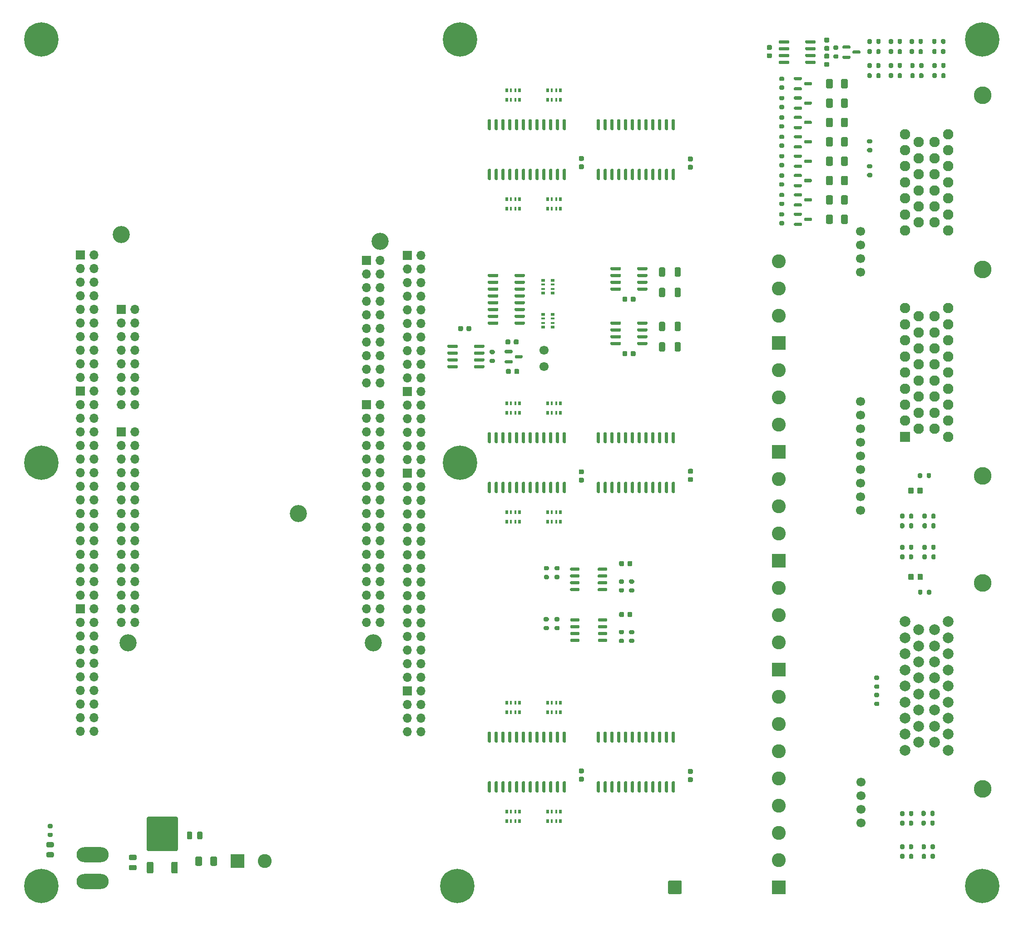
<source format=gts>
G04 #@! TF.GenerationSoftware,KiCad,Pcbnew,8.0.6-8.0.6-0~ubuntu22.04.1*
G04 #@! TF.CreationDate,2024-11-10T00:40:58+00:00*
G04 #@! TF.ProjectId,digital_inputs,64696769-7461-46c5-9f69-6e707574732e,D*
G04 #@! TF.SameCoordinates,PX791ddc0PYca2dd00*
G04 #@! TF.FileFunction,Soldermask,Top*
G04 #@! TF.FilePolarity,Negative*
%FSLAX46Y46*%
G04 Gerber Fmt 4.6, Leading zero omitted, Abs format (unit mm)*
G04 Created by KiCad (PCBNEW 8.0.6-8.0.6-0~ubuntu22.04.1) date 2024-11-10 00:40:58*
%MOMM*%
%LPD*%
G01*
G04 APERTURE LIST*
%ADD10C,0.800000*%
%ADD11C,6.400000*%
%ADD12C,3.300000*%
%ADD13R,1.950000X1.950000*%
%ADD14C,1.950000*%
%ADD15R,1.700000X1.700000*%
%ADD16O,1.700000X1.700000*%
%ADD17R,2.600000X2.600000*%
%ADD18C,2.600000*%
%ADD19C,1.700000*%
%ADD20C,3.200000*%
%ADD21O,6.000000X2.800000*%
%ADD22R,0.500000X0.800000*%
%ADD23R,0.400000X0.800000*%
%ADD24R,0.800000X0.500000*%
%ADD25R,0.800000X0.400000*%
%ADD26C,2.000000*%
G04 APERTURE END LIST*
D10*
G04 #@! TO.C,J12*
X78600000Y3500000D03*
X79302944Y5197056D03*
X79302944Y1802944D03*
X81000000Y5900000D03*
D11*
X81000000Y3500000D03*
D10*
X81000000Y1100000D03*
X82697056Y5197056D03*
X82697056Y1802944D03*
X83400000Y3500000D03*
G04 #@! TD*
G04 #@! TO.C,R38*
G36*
G01*
X166025000Y15475000D02*
X166025000Y14925000D01*
G75*
G02*
X165825000Y14725000I-200000J0D01*
G01*
X165425000Y14725000D01*
G75*
G02*
X165225000Y14925000I0J200000D01*
G01*
X165225000Y15475000D01*
G75*
G02*
X165425000Y15675000I200000J0D01*
G01*
X165825000Y15675000D01*
G75*
G02*
X166025000Y15475000I0J-200000D01*
G01*
G37*
G36*
G01*
X164375000Y15475000D02*
X164375000Y14925000D01*
G75*
G02*
X164175000Y14725000I-200000J0D01*
G01*
X163775000Y14725000D01*
G75*
G02*
X163575000Y14925000I0J200000D01*
G01*
X163575000Y15475000D01*
G75*
G02*
X163775000Y15675000I200000J0D01*
G01*
X164175000Y15675000D01*
G75*
G02*
X164375000Y15475000I0J-200000D01*
G01*
G37*
G04 #@! TD*
G04 #@! TO.C,F6*
G36*
G01*
X149775000Y152575000D02*
X149775000Y153825000D01*
G75*
G02*
X150025000Y154075000I250000J0D01*
G01*
X150775000Y154075000D01*
G75*
G02*
X151025000Y153825000I0J-250000D01*
G01*
X151025000Y152575000D01*
G75*
G02*
X150775000Y152325000I-250000J0D01*
G01*
X150025000Y152325000D01*
G75*
G02*
X149775000Y152575000I0J250000D01*
G01*
G37*
G36*
G01*
X152575000Y152575000D02*
X152575000Y153825000D01*
G75*
G02*
X152825000Y154075000I250000J0D01*
G01*
X153575000Y154075000D01*
G75*
G02*
X153825000Y153825000I0J-250000D01*
G01*
X153825000Y152575000D01*
G75*
G02*
X153575000Y152325000I-250000J0D01*
G01*
X152825000Y152325000D01*
G75*
G02*
X152575000Y152575000I0J250000D01*
G01*
G37*
G04 #@! TD*
D12*
G04 #@! TO.C,J19*
X179000000Y151050000D03*
X179000000Y118550000D03*
X179000000Y80050000D03*
D13*
X164500000Y87300000D03*
D14*
X164500000Y90300000D03*
X164500000Y93300000D03*
X164500000Y96300000D03*
X164500000Y99300000D03*
X164500000Y102300000D03*
X164500000Y105300000D03*
X164500000Y108300000D03*
X164500000Y111300000D03*
X167000000Y88800000D03*
X167000000Y91800000D03*
X167000000Y94800000D03*
X167000000Y97800000D03*
X167000000Y100800000D03*
X167000000Y103800000D03*
X167000000Y106800000D03*
X167000000Y109800000D03*
X170000000Y88800000D03*
X170000000Y91800000D03*
X170000000Y94800000D03*
X170000000Y97800000D03*
X170000000Y100800000D03*
X170000000Y103800000D03*
X170000000Y106800000D03*
X170000000Y109800000D03*
X172500000Y87300000D03*
X172500000Y90300000D03*
X172500000Y93300000D03*
X172500000Y96300000D03*
X172500000Y99300000D03*
X172500000Y102300000D03*
X172500000Y105300000D03*
X172500000Y108300000D03*
X172500000Y111300000D03*
X164500000Y125800000D03*
X164500000Y128800000D03*
X164500000Y131800000D03*
X164500000Y134800000D03*
X164500000Y137800000D03*
X164500000Y140800000D03*
X164500000Y143800000D03*
X167000000Y127300000D03*
X167000000Y130300000D03*
X167000000Y133300000D03*
X167000000Y136300000D03*
X167000000Y139300000D03*
X167000000Y142300000D03*
X170000000Y127300000D03*
X170000000Y130300000D03*
X170000000Y133300000D03*
X170000000Y136300000D03*
X170000000Y139300000D03*
X170000000Y142300000D03*
X172500000Y125800000D03*
X172500000Y128800000D03*
X172500000Y131800000D03*
X172500000Y134800000D03*
X172500000Y137800000D03*
X172500000Y140800000D03*
X172500000Y143800000D03*
G04 #@! TD*
G04 #@! TO.C,R59*
G36*
G01*
X172050000Y156875000D02*
X172050000Y156325000D01*
G75*
G02*
X171850000Y156125000I-200000J0D01*
G01*
X171450000Y156125000D01*
G75*
G02*
X171250000Y156325000I0J200000D01*
G01*
X171250000Y156875000D01*
G75*
G02*
X171450000Y157075000I200000J0D01*
G01*
X171850000Y157075000D01*
G75*
G02*
X172050000Y156875000I0J-200000D01*
G01*
G37*
G36*
G01*
X170400000Y156875000D02*
X170400000Y156325000D01*
G75*
G02*
X170200000Y156125000I-200000J0D01*
G01*
X169800000Y156125000D01*
G75*
G02*
X169600000Y156325000I0J200000D01*
G01*
X169600000Y156875000D01*
G75*
G02*
X169800000Y157075000I200000J0D01*
G01*
X170200000Y157075000D01*
G75*
G02*
X170400000Y156875000I0J-200000D01*
G01*
G37*
G04 #@! TD*
D15*
G04 #@! TO.C,J23*
X64090000Y120184000D03*
D16*
X66630000Y120184000D03*
X64090000Y117644000D03*
X66630000Y117644000D03*
X64090000Y115104000D03*
X66630000Y115104000D03*
X64090000Y112564000D03*
X66630000Y112564000D03*
X64090000Y110024000D03*
X66630000Y110024000D03*
X64090000Y107484000D03*
X66630000Y107484000D03*
X64090000Y104944000D03*
X66630000Y104944000D03*
X64090000Y102404000D03*
X66630000Y102404000D03*
X64090000Y99864000D03*
X66630000Y99864000D03*
X64090000Y97324000D03*
X66630000Y97324000D03*
G04 #@! TD*
G04 #@! TO.C,C18*
G36*
G01*
X33500000Y13375000D02*
X33500000Y12425000D01*
G75*
G02*
X33250000Y12175000I-250000J0D01*
G01*
X32750000Y12175000D01*
G75*
G02*
X32500000Y12425000I0J250000D01*
G01*
X32500000Y13375000D01*
G75*
G02*
X32750000Y13625000I250000J0D01*
G01*
X33250000Y13625000D01*
G75*
G02*
X33500000Y13375000I0J-250000D01*
G01*
G37*
G36*
G01*
X31600000Y13375000D02*
X31600000Y12425000D01*
G75*
G02*
X31350000Y12175000I-250000J0D01*
G01*
X30850000Y12175000D01*
G75*
G02*
X30600000Y12425000I0J250000D01*
G01*
X30600000Y13375000D01*
G75*
G02*
X30850000Y13625000I250000J0D01*
G01*
X31350000Y13625000D01*
G75*
G02*
X31600000Y13375000I0J-250000D01*
G01*
G37*
G04 #@! TD*
G04 #@! TO.C,R41*
G36*
G01*
X159500000Y40275000D02*
X158950000Y40275000D01*
G75*
G02*
X158750000Y40475000I0J200000D01*
G01*
X158750000Y40875000D01*
G75*
G02*
X158950000Y41075000I200000J0D01*
G01*
X159500000Y41075000D01*
G75*
G02*
X159700000Y40875000I0J-200000D01*
G01*
X159700000Y40475000D01*
G75*
G02*
X159500000Y40275000I-200000J0D01*
G01*
G37*
G36*
G01*
X159500000Y41925000D02*
X158950000Y41925000D01*
G75*
G02*
X158750000Y42125000I0J200000D01*
G01*
X158750000Y42525000D01*
G75*
G02*
X158950000Y42725000I200000J0D01*
G01*
X159500000Y42725000D01*
G75*
G02*
X159700000Y42525000I0J-200000D01*
G01*
X159700000Y42125000D01*
G75*
G02*
X159500000Y41925000I-200000J0D01*
G01*
G37*
G04 #@! TD*
D17*
G04 #@! TO.C,J6*
X140925000Y64180000D03*
D18*
X140925000Y69260000D03*
X140925000Y74340000D03*
X140925000Y79420000D03*
G04 #@! TD*
G04 #@! TO.C,C14*
G36*
G01*
X90000000Y104755000D02*
X90000000Y105255000D01*
G75*
G02*
X90225000Y105480000I225000J0D01*
G01*
X90675000Y105480000D01*
G75*
G02*
X90900000Y105255000I0J-225000D01*
G01*
X90900000Y104755000D01*
G75*
G02*
X90675000Y104530000I-225000J0D01*
G01*
X90225000Y104530000D01*
G75*
G02*
X90000000Y104755000I0J225000D01*
G01*
G37*
G36*
G01*
X91550000Y104755000D02*
X91550000Y105255000D01*
G75*
G02*
X91775000Y105480000I225000J0D01*
G01*
X92225000Y105480000D01*
G75*
G02*
X92450000Y105255000I0J-225000D01*
G01*
X92450000Y104755000D01*
G75*
G02*
X92225000Y104530000I-225000J0D01*
G01*
X91775000Y104530000D01*
G75*
G02*
X91550000Y104755000I0J225000D01*
G01*
G37*
G04 #@! TD*
G04 #@! TO.C,Q3*
G36*
G01*
X143787500Y146771430D02*
X143787500Y147071430D01*
G75*
G02*
X143937500Y147221430I150000J0D01*
G01*
X145112500Y147221430D01*
G75*
G02*
X145262500Y147071430I0J-150000D01*
G01*
X145262500Y146771430D01*
G75*
G02*
X145112500Y146621430I-150000J0D01*
G01*
X143937500Y146621430D01*
G75*
G02*
X143787500Y146771430I0J150000D01*
G01*
G37*
G36*
G01*
X145662500Y145821430D02*
X145662500Y146121430D01*
G75*
G02*
X145812500Y146271430I150000J0D01*
G01*
X146987500Y146271430D01*
G75*
G02*
X147137500Y146121430I0J-150000D01*
G01*
X147137500Y145821430D01*
G75*
G02*
X146987500Y145671430I-150000J0D01*
G01*
X145812500Y145671430D01*
G75*
G02*
X145662500Y145821430I0J150000D01*
G01*
G37*
G36*
G01*
X143787500Y144871430D02*
X143787500Y145171430D01*
G75*
G02*
X143937500Y145321430I150000J0D01*
G01*
X145112500Y145321430D01*
G75*
G02*
X145262500Y145171430I0J-150000D01*
G01*
X145262500Y144871430D01*
G75*
G02*
X145112500Y144721430I-150000J0D01*
G01*
X143937500Y144721430D01*
G75*
G02*
X143787500Y144871430I0J150000D01*
G01*
G37*
G04 #@! TD*
D19*
G04 #@! TO.C,P19*
X97200000Y100400000D03*
G04 #@! TD*
G04 #@! TO.C,D1*
G36*
G01*
X4643750Y11662500D02*
X5556250Y11662500D01*
G75*
G02*
X5800000Y11418750I0J-243750D01*
G01*
X5800000Y10931250D01*
G75*
G02*
X5556250Y10687500I-243750J0D01*
G01*
X4643750Y10687500D01*
G75*
G02*
X4400000Y10931250I0J243750D01*
G01*
X4400000Y11418750D01*
G75*
G02*
X4643750Y11662500I243750J0D01*
G01*
G37*
G36*
G01*
X4643750Y9787500D02*
X5556250Y9787500D01*
G75*
G02*
X5800000Y9543750I0J-243750D01*
G01*
X5800000Y9056250D01*
G75*
G02*
X5556250Y8812500I-243750J0D01*
G01*
X4643750Y8812500D01*
G75*
G02*
X4400000Y9056250I0J243750D01*
G01*
X4400000Y9543750D01*
G75*
G02*
X4643750Y9787500I243750J0D01*
G01*
G37*
G04 #@! TD*
G04 #@! TO.C,R44*
G36*
G01*
X166025000Y9275000D02*
X166025000Y8725000D01*
G75*
G02*
X165825000Y8525000I-200000J0D01*
G01*
X165425000Y8525000D01*
G75*
G02*
X165225000Y8725000I0J200000D01*
G01*
X165225000Y9275000D01*
G75*
G02*
X165425000Y9475000I200000J0D01*
G01*
X165825000Y9475000D01*
G75*
G02*
X166025000Y9275000I0J-200000D01*
G01*
G37*
G36*
G01*
X164375000Y9275000D02*
X164375000Y8725000D01*
G75*
G02*
X164175000Y8525000I-200000J0D01*
G01*
X163775000Y8525000D01*
G75*
G02*
X163575000Y8725000I0J200000D01*
G01*
X163575000Y9275000D01*
G75*
G02*
X163775000Y9475000I200000J0D01*
G01*
X164175000Y9475000D01*
G75*
G02*
X164375000Y9275000I0J-200000D01*
G01*
G37*
G04 #@! TD*
D20*
G04 #@! TO.C,H2*
X66630000Y123740000D03*
G04 #@! TD*
G04 #@! TO.C,R34*
G36*
G01*
X161475000Y160825000D02*
X161475000Y161375000D01*
G75*
G02*
X161675000Y161575000I200000J0D01*
G01*
X162075000Y161575000D01*
G75*
G02*
X162275000Y161375000I0J-200000D01*
G01*
X162275000Y160825000D01*
G75*
G02*
X162075000Y160625000I-200000J0D01*
G01*
X161675000Y160625000D01*
G75*
G02*
X161475000Y160825000I0J200000D01*
G01*
G37*
G36*
G01*
X163125000Y160825000D02*
X163125000Y161375000D01*
G75*
G02*
X163325000Y161575000I200000J0D01*
G01*
X163725000Y161575000D01*
G75*
G02*
X163925000Y161375000I0J-200000D01*
G01*
X163925000Y160825000D01*
G75*
G02*
X163725000Y160625000I-200000J0D01*
G01*
X163325000Y160625000D01*
G75*
G02*
X163125000Y160825000I0J200000D01*
G01*
G37*
G04 #@! TD*
D21*
G04 #@! TO.C,CB1*
X13000000Y4300000D03*
X13000000Y9300000D03*
G04 #@! TD*
G04 #@! TO.C,F2*
G36*
G01*
X149775000Y138117860D02*
X149775000Y139367860D01*
G75*
G02*
X150025000Y139617860I250000J0D01*
G01*
X150775000Y139617860D01*
G75*
G02*
X151025000Y139367860I0J-250000D01*
G01*
X151025000Y138117860D01*
G75*
G02*
X150775000Y137867860I-250000J0D01*
G01*
X150025000Y137867860D01*
G75*
G02*
X149775000Y138117860I0J250000D01*
G01*
G37*
G36*
G01*
X152575000Y138117860D02*
X152575000Y139367860D01*
G75*
G02*
X152825000Y139617860I250000J0D01*
G01*
X153575000Y139617860D01*
G75*
G02*
X153825000Y139367860I0J-250000D01*
G01*
X153825000Y138117860D01*
G75*
G02*
X153575000Y137867860I-250000J0D01*
G01*
X152825000Y137867860D01*
G75*
G02*
X152575000Y138117860I0J250000D01*
G01*
G37*
G04 #@! TD*
G04 #@! TO.C,C12*
G36*
G01*
X138950000Y160425000D02*
X139450000Y160425000D01*
G75*
G02*
X139675000Y160200000I0J-225000D01*
G01*
X139675000Y159750000D01*
G75*
G02*
X139450000Y159525000I-225000J0D01*
G01*
X138950000Y159525000D01*
G75*
G02*
X138725000Y159750000I0J225000D01*
G01*
X138725000Y160200000D01*
G75*
G02*
X138950000Y160425000I225000J0D01*
G01*
G37*
G36*
G01*
X138950000Y158875000D02*
X139450000Y158875000D01*
G75*
G02*
X139675000Y158650000I0J-225000D01*
G01*
X139675000Y158200000D01*
G75*
G02*
X139450000Y157975000I-225000J0D01*
G01*
X138950000Y157975000D01*
G75*
G02*
X138725000Y158200000I0J225000D01*
G01*
X138725000Y158650000D01*
G75*
G02*
X138950000Y158875000I225000J0D01*
G01*
G37*
G04 #@! TD*
D17*
G04 #@! TO.C,J5*
X40005000Y8165000D03*
D18*
X45085000Y8165000D03*
G04 #@! TD*
G04 #@! TO.C,R1*
G36*
G01*
X122675000Y118685000D02*
X122675000Y117435000D01*
G75*
G02*
X122425000Y117185000I-250000J0D01*
G01*
X121800000Y117185000D01*
G75*
G02*
X121550000Y117435000I0J250000D01*
G01*
X121550000Y118685000D01*
G75*
G02*
X121800000Y118935000I250000J0D01*
G01*
X122425000Y118935000D01*
G75*
G02*
X122675000Y118685000I0J-250000D01*
G01*
G37*
G36*
G01*
X119750000Y118685000D02*
X119750000Y117435000D01*
G75*
G02*
X119500000Y117185000I-250000J0D01*
G01*
X118875000Y117185000D01*
G75*
G02*
X118625000Y117435000I0J250000D01*
G01*
X118625000Y118685000D01*
G75*
G02*
X118875000Y118935000I250000J0D01*
G01*
X119500000Y118935000D01*
G75*
G02*
X119750000Y118685000I0J-250000D01*
G01*
G37*
G04 #@! TD*
D22*
G04 #@! TO.C,RN12*
X90240000Y15560000D03*
D23*
X91040000Y15560000D03*
X91840000Y15560000D03*
D22*
X92640000Y15560000D03*
X92640000Y17360000D03*
D23*
X91840000Y17360000D03*
X91040000Y17360000D03*
D22*
X90240000Y17360000D03*
G04 #@! TD*
G04 #@! TO.C,C8*
G36*
G01*
X114255000Y113230000D02*
X114255000Y112730000D01*
G75*
G02*
X114030000Y112505000I-225000J0D01*
G01*
X113580000Y112505000D01*
G75*
G02*
X113355000Y112730000I0J225000D01*
G01*
X113355000Y113230000D01*
G75*
G02*
X113580000Y113455000I225000J0D01*
G01*
X114030000Y113455000D01*
G75*
G02*
X114255000Y113230000I0J-225000D01*
G01*
G37*
G36*
G01*
X112705000Y113230000D02*
X112705000Y112730000D01*
G75*
G02*
X112480000Y112505000I-225000J0D01*
G01*
X112030000Y112505000D01*
G75*
G02*
X111805000Y112730000I0J225000D01*
G01*
X111805000Y113230000D01*
G75*
G02*
X112030000Y113455000I225000J0D01*
G01*
X112480000Y113455000D01*
G75*
G02*
X112705000Y113230000I0J-225000D01*
G01*
G37*
G04 #@! TD*
G04 #@! TO.C,RN9*
X92640000Y37680000D03*
D23*
X91840000Y37680000D03*
X91040000Y37680000D03*
D22*
X90240000Y37680000D03*
X90240000Y35880000D03*
D23*
X91040000Y35880000D03*
X91840000Y35880000D03*
D22*
X92640000Y35880000D03*
G04 #@! TD*
D19*
G04 #@! TO.C,P12*
X156210000Y125640000D03*
G04 #@! TD*
G04 #@! TO.C,P18*
X97200000Y103500000D03*
G04 #@! TD*
G04 #@! TO.C,C16*
G36*
G01*
X83625000Y107750000D02*
X83625000Y107250000D01*
G75*
G02*
X83400000Y107025000I-225000J0D01*
G01*
X82950000Y107025000D01*
G75*
G02*
X82725000Y107250000I0J225000D01*
G01*
X82725000Y107750000D01*
G75*
G02*
X82950000Y107975000I225000J0D01*
G01*
X83400000Y107975000D01*
G75*
G02*
X83625000Y107750000I0J-225000D01*
G01*
G37*
G36*
G01*
X82075000Y107750000D02*
X82075000Y107250000D01*
G75*
G02*
X81850000Y107025000I-225000J0D01*
G01*
X81400000Y107025000D01*
G75*
G02*
X81175000Y107250000I0J225000D01*
G01*
X81175000Y107750000D01*
G75*
G02*
X81400000Y107975000I225000J0D01*
G01*
X81850000Y107975000D01*
G75*
G02*
X82075000Y107750000I0J-225000D01*
G01*
G37*
G04 #@! TD*
G04 #@! TO.C,P2*
X156210000Y91350000D03*
G04 #@! TD*
G04 #@! TO.C,R12*
G36*
G01*
X122675000Y104715000D02*
X122675000Y103465000D01*
G75*
G02*
X122425000Y103215000I-250000J0D01*
G01*
X121800000Y103215000D01*
G75*
G02*
X121550000Y103465000I0J250000D01*
G01*
X121550000Y104715000D01*
G75*
G02*
X121800000Y104965000I250000J0D01*
G01*
X122425000Y104965000D01*
G75*
G02*
X122675000Y104715000I0J-250000D01*
G01*
G37*
G36*
G01*
X119750000Y104715000D02*
X119750000Y103465000D01*
G75*
G02*
X119500000Y103215000I-250000J0D01*
G01*
X118875000Y103215000D01*
G75*
G02*
X118625000Y103465000I0J250000D01*
G01*
X118625000Y104715000D01*
G75*
G02*
X118875000Y104965000I250000J0D01*
G01*
X119500000Y104965000D01*
G75*
G02*
X119750000Y104715000I0J-250000D01*
G01*
G37*
G04 #@! TD*
G04 #@! TO.C,U13*
G36*
G01*
X79175000Y104060000D02*
X79175000Y104360000D01*
G75*
G02*
X79325000Y104510000I150000J0D01*
G01*
X80975000Y104510000D01*
G75*
G02*
X81125000Y104360000I0J-150000D01*
G01*
X81125000Y104060000D01*
G75*
G02*
X80975000Y103910000I-150000J0D01*
G01*
X79325000Y103910000D01*
G75*
G02*
X79175000Y104060000I0J150000D01*
G01*
G37*
G36*
G01*
X79175000Y102790000D02*
X79175000Y103090000D01*
G75*
G02*
X79325000Y103240000I150000J0D01*
G01*
X80975000Y103240000D01*
G75*
G02*
X81125000Y103090000I0J-150000D01*
G01*
X81125000Y102790000D01*
G75*
G02*
X80975000Y102640000I-150000J0D01*
G01*
X79325000Y102640000D01*
G75*
G02*
X79175000Y102790000I0J150000D01*
G01*
G37*
G36*
G01*
X79175000Y101520000D02*
X79175000Y101820000D01*
G75*
G02*
X79325000Y101970000I150000J0D01*
G01*
X80975000Y101970000D01*
G75*
G02*
X81125000Y101820000I0J-150000D01*
G01*
X81125000Y101520000D01*
G75*
G02*
X80975000Y101370000I-150000J0D01*
G01*
X79325000Y101370000D01*
G75*
G02*
X79175000Y101520000I0J150000D01*
G01*
G37*
G36*
G01*
X79175000Y100250000D02*
X79175000Y100550000D01*
G75*
G02*
X79325000Y100700000I150000J0D01*
G01*
X80975000Y100700000D01*
G75*
G02*
X81125000Y100550000I0J-150000D01*
G01*
X81125000Y100250000D01*
G75*
G02*
X80975000Y100100000I-150000J0D01*
G01*
X79325000Y100100000D01*
G75*
G02*
X79175000Y100250000I0J150000D01*
G01*
G37*
G36*
G01*
X84125000Y100250000D02*
X84125000Y100550000D01*
G75*
G02*
X84275000Y100700000I150000J0D01*
G01*
X85925000Y100700000D01*
G75*
G02*
X86075000Y100550000I0J-150000D01*
G01*
X86075000Y100250000D01*
G75*
G02*
X85925000Y100100000I-150000J0D01*
G01*
X84275000Y100100000D01*
G75*
G02*
X84125000Y100250000I0J150000D01*
G01*
G37*
G36*
G01*
X84125000Y101520000D02*
X84125000Y101820000D01*
G75*
G02*
X84275000Y101970000I150000J0D01*
G01*
X85925000Y101970000D01*
G75*
G02*
X86075000Y101820000I0J-150000D01*
G01*
X86075000Y101520000D01*
G75*
G02*
X85925000Y101370000I-150000J0D01*
G01*
X84275000Y101370000D01*
G75*
G02*
X84125000Y101520000I0J150000D01*
G01*
G37*
G36*
G01*
X84125000Y102790000D02*
X84125000Y103090000D01*
G75*
G02*
X84275000Y103240000I150000J0D01*
G01*
X85925000Y103240000D01*
G75*
G02*
X86075000Y103090000I0J-150000D01*
G01*
X86075000Y102790000D01*
G75*
G02*
X85925000Y102640000I-150000J0D01*
G01*
X84275000Y102640000D01*
G75*
G02*
X84125000Y102790000I0J150000D01*
G01*
G37*
G36*
G01*
X84125000Y104060000D02*
X84125000Y104360000D01*
G75*
G02*
X84275000Y104510000I150000J0D01*
G01*
X85925000Y104510000D01*
G75*
G02*
X86075000Y104360000I0J-150000D01*
G01*
X86075000Y104060000D01*
G75*
G02*
X85925000Y103910000I-150000J0D01*
G01*
X84275000Y103910000D01*
G75*
G02*
X84125000Y104060000I0J150000D01*
G01*
G37*
G04 #@! TD*
G04 #@! TO.C,R48*
G36*
G01*
X170200000Y70975000D02*
X170200000Y70425000D01*
G75*
G02*
X170000000Y70225000I-200000J0D01*
G01*
X169600000Y70225000D01*
G75*
G02*
X169400000Y70425000I0J200000D01*
G01*
X169400000Y70975000D01*
G75*
G02*
X169600000Y71175000I200000J0D01*
G01*
X170000000Y71175000D01*
G75*
G02*
X170200000Y70975000I0J-200000D01*
G01*
G37*
G36*
G01*
X168550000Y70975000D02*
X168550000Y70425000D01*
G75*
G02*
X168350000Y70225000I-200000J0D01*
G01*
X167950000Y70225000D01*
G75*
G02*
X167750000Y70425000I0J200000D01*
G01*
X167750000Y70975000D01*
G75*
G02*
X167950000Y71175000I200000J0D01*
G01*
X168350000Y71175000D01*
G75*
G02*
X168550000Y70975000I0J-200000D01*
G01*
G37*
G04 #@! TD*
D15*
G04 #@! TO.C,J22*
X18370000Y88180000D03*
D16*
X20910000Y88180000D03*
X18370000Y85640000D03*
X20910000Y85640000D03*
X18370000Y83100000D03*
X20910000Y83100000D03*
X18370000Y80560000D03*
X20910000Y80560000D03*
X18370000Y78020000D03*
X20910000Y78020000D03*
X18370000Y75480000D03*
X20910000Y75480000D03*
X18370000Y72940000D03*
X20910000Y72940000D03*
X18370000Y70400000D03*
X20910000Y70400000D03*
X18370000Y67860000D03*
X20910000Y67860000D03*
X18370000Y65320000D03*
X20910000Y65320000D03*
X18370000Y62780000D03*
X20910000Y62780000D03*
X18370000Y60240000D03*
X20910000Y60240000D03*
X18370000Y57700000D03*
X20910000Y57700000D03*
X18370000Y55160000D03*
X20910000Y55160000D03*
X18370000Y52620000D03*
X20910000Y52620000D03*
G04 #@! TD*
D19*
G04 #@! TO.C,P8*
X156210000Y81190000D03*
G04 #@! TD*
G04 #@! TO.C,U1*
G36*
G01*
X102050000Y62455000D02*
X102050000Y62755000D01*
G75*
G02*
X102200000Y62905000I150000J0D01*
G01*
X103650000Y62905000D01*
G75*
G02*
X103800000Y62755000I0J-150000D01*
G01*
X103800000Y62455000D01*
G75*
G02*
X103650000Y62305000I-150000J0D01*
G01*
X102200000Y62305000D01*
G75*
G02*
X102050000Y62455000I0J150000D01*
G01*
G37*
G36*
G01*
X102050000Y61185000D02*
X102050000Y61485000D01*
G75*
G02*
X102200000Y61635000I150000J0D01*
G01*
X103650000Y61635000D01*
G75*
G02*
X103800000Y61485000I0J-150000D01*
G01*
X103800000Y61185000D01*
G75*
G02*
X103650000Y61035000I-150000J0D01*
G01*
X102200000Y61035000D01*
G75*
G02*
X102050000Y61185000I0J150000D01*
G01*
G37*
G36*
G01*
X102050000Y59915000D02*
X102050000Y60215000D01*
G75*
G02*
X102200000Y60365000I150000J0D01*
G01*
X103650000Y60365000D01*
G75*
G02*
X103800000Y60215000I0J-150000D01*
G01*
X103800000Y59915000D01*
G75*
G02*
X103650000Y59765000I-150000J0D01*
G01*
X102200000Y59765000D01*
G75*
G02*
X102050000Y59915000I0J150000D01*
G01*
G37*
G36*
G01*
X102050000Y58645000D02*
X102050000Y58945000D01*
G75*
G02*
X102200000Y59095000I150000J0D01*
G01*
X103650000Y59095000D01*
G75*
G02*
X103800000Y58945000I0J-150000D01*
G01*
X103800000Y58645000D01*
G75*
G02*
X103650000Y58495000I-150000J0D01*
G01*
X102200000Y58495000D01*
G75*
G02*
X102050000Y58645000I0J150000D01*
G01*
G37*
G36*
G01*
X107200000Y58645000D02*
X107200000Y58945000D01*
G75*
G02*
X107350000Y59095000I150000J0D01*
G01*
X108800000Y59095000D01*
G75*
G02*
X108950000Y58945000I0J-150000D01*
G01*
X108950000Y58645000D01*
G75*
G02*
X108800000Y58495000I-150000J0D01*
G01*
X107350000Y58495000D01*
G75*
G02*
X107200000Y58645000I0J150000D01*
G01*
G37*
G36*
G01*
X107200000Y59915000D02*
X107200000Y60215000D01*
G75*
G02*
X107350000Y60365000I150000J0D01*
G01*
X108800000Y60365000D01*
G75*
G02*
X108950000Y60215000I0J-150000D01*
G01*
X108950000Y59915000D01*
G75*
G02*
X108800000Y59765000I-150000J0D01*
G01*
X107350000Y59765000D01*
G75*
G02*
X107200000Y59915000I0J150000D01*
G01*
G37*
G36*
G01*
X107200000Y61185000D02*
X107200000Y61485000D01*
G75*
G02*
X107350000Y61635000I150000J0D01*
G01*
X108800000Y61635000D01*
G75*
G02*
X108950000Y61485000I0J-150000D01*
G01*
X108950000Y61185000D01*
G75*
G02*
X108800000Y61035000I-150000J0D01*
G01*
X107350000Y61035000D01*
G75*
G02*
X107200000Y61185000I0J150000D01*
G01*
G37*
G36*
G01*
X107200000Y62455000D02*
X107200000Y62755000D01*
G75*
G02*
X107350000Y62905000I150000J0D01*
G01*
X108800000Y62905000D01*
G75*
G02*
X108950000Y62755000I0J-150000D01*
G01*
X108950000Y62455000D01*
G75*
G02*
X108800000Y62305000I-150000J0D01*
G01*
X107350000Y62305000D01*
G75*
G02*
X107200000Y62455000I0J150000D01*
G01*
G37*
G04 #@! TD*
G04 #@! TO.C,D2*
G36*
G01*
X152825000Y159900000D02*
X152825000Y160200000D01*
G75*
G02*
X152975000Y160350000I150000J0D01*
G01*
X154150000Y160350000D01*
G75*
G02*
X154300000Y160200000I0J-150000D01*
G01*
X154300000Y159900000D01*
G75*
G02*
X154150000Y159750000I-150000J0D01*
G01*
X152975000Y159750000D01*
G75*
G02*
X152825000Y159900000I0J150000D01*
G01*
G37*
G36*
G01*
X152825000Y158000000D02*
X152825000Y158300000D01*
G75*
G02*
X152975000Y158450000I150000J0D01*
G01*
X154150000Y158450000D01*
G75*
G02*
X154300000Y158300000I0J-150000D01*
G01*
X154300000Y158000000D01*
G75*
G02*
X154150000Y157850000I-150000J0D01*
G01*
X152975000Y157850000D01*
G75*
G02*
X152825000Y158000000I0J150000D01*
G01*
G37*
G36*
G01*
X154700000Y158950000D02*
X154700000Y159250000D01*
G75*
G02*
X154850000Y159400000I150000J0D01*
G01*
X156025000Y159400000D01*
G75*
G02*
X156175000Y159250000I0J-150000D01*
G01*
X156175000Y158950000D01*
G75*
G02*
X156025000Y158800000I-150000J0D01*
G01*
X154850000Y158800000D01*
G75*
G02*
X154700000Y158950000I0J150000D01*
G01*
G37*
G04 #@! TD*
G04 #@! TO.C,P10*
X156210000Y76110000D03*
G04 #@! TD*
D15*
G04 #@! TO.C,J27*
X71710000Y80540000D03*
D16*
X74250000Y80540000D03*
X71710000Y78000000D03*
X74250000Y78000000D03*
X71710000Y75460000D03*
X74250000Y75460000D03*
X71710000Y72920000D03*
X74250000Y72920000D03*
X71710000Y70380000D03*
X74250000Y70380000D03*
X71710000Y67840000D03*
X74250000Y67840000D03*
X71710000Y65300000D03*
X74250000Y65300000D03*
X71710000Y62760000D03*
X74250000Y62760000D03*
X71710000Y60220000D03*
X74250000Y60220000D03*
X71710000Y57680000D03*
X74250000Y57680000D03*
X71710000Y55140000D03*
X74250000Y55140000D03*
X71710000Y52600000D03*
X74250000Y52600000D03*
X71710000Y50060000D03*
X74250000Y50060000D03*
X71710000Y47520000D03*
X74250000Y47520000D03*
X71710000Y44980000D03*
X74250000Y44980000D03*
X71710000Y42440000D03*
X74250000Y42440000D03*
G04 #@! TD*
G04 #@! TO.C,U11*
G36*
G01*
X102070000Y52995000D02*
X102070000Y53295000D01*
G75*
G02*
X102220000Y53445000I150000J0D01*
G01*
X103670000Y53445000D01*
G75*
G02*
X103820000Y53295000I0J-150000D01*
G01*
X103820000Y52995000D01*
G75*
G02*
X103670000Y52845000I-150000J0D01*
G01*
X102220000Y52845000D01*
G75*
G02*
X102070000Y52995000I0J150000D01*
G01*
G37*
G36*
G01*
X102070000Y51725000D02*
X102070000Y52025000D01*
G75*
G02*
X102220000Y52175000I150000J0D01*
G01*
X103670000Y52175000D01*
G75*
G02*
X103820000Y52025000I0J-150000D01*
G01*
X103820000Y51725000D01*
G75*
G02*
X103670000Y51575000I-150000J0D01*
G01*
X102220000Y51575000D01*
G75*
G02*
X102070000Y51725000I0J150000D01*
G01*
G37*
G36*
G01*
X102070000Y50455000D02*
X102070000Y50755000D01*
G75*
G02*
X102220000Y50905000I150000J0D01*
G01*
X103670000Y50905000D01*
G75*
G02*
X103820000Y50755000I0J-150000D01*
G01*
X103820000Y50455000D01*
G75*
G02*
X103670000Y50305000I-150000J0D01*
G01*
X102220000Y50305000D01*
G75*
G02*
X102070000Y50455000I0J150000D01*
G01*
G37*
G36*
G01*
X102070000Y49185000D02*
X102070000Y49485000D01*
G75*
G02*
X102220000Y49635000I150000J0D01*
G01*
X103670000Y49635000D01*
G75*
G02*
X103820000Y49485000I0J-150000D01*
G01*
X103820000Y49185000D01*
G75*
G02*
X103670000Y49035000I-150000J0D01*
G01*
X102220000Y49035000D01*
G75*
G02*
X102070000Y49185000I0J150000D01*
G01*
G37*
G36*
G01*
X107220000Y49185000D02*
X107220000Y49485000D01*
G75*
G02*
X107370000Y49635000I150000J0D01*
G01*
X108820000Y49635000D01*
G75*
G02*
X108970000Y49485000I0J-150000D01*
G01*
X108970000Y49185000D01*
G75*
G02*
X108820000Y49035000I-150000J0D01*
G01*
X107370000Y49035000D01*
G75*
G02*
X107220000Y49185000I0J150000D01*
G01*
G37*
G36*
G01*
X107220000Y50455000D02*
X107220000Y50755000D01*
G75*
G02*
X107370000Y50905000I150000J0D01*
G01*
X108820000Y50905000D01*
G75*
G02*
X108970000Y50755000I0J-150000D01*
G01*
X108970000Y50455000D01*
G75*
G02*
X108820000Y50305000I-150000J0D01*
G01*
X107370000Y50305000D01*
G75*
G02*
X107220000Y50455000I0J150000D01*
G01*
G37*
G36*
G01*
X107220000Y51725000D02*
X107220000Y52025000D01*
G75*
G02*
X107370000Y52175000I150000J0D01*
G01*
X108820000Y52175000D01*
G75*
G02*
X108970000Y52025000I0J-150000D01*
G01*
X108970000Y51725000D01*
G75*
G02*
X108820000Y51575000I-150000J0D01*
G01*
X107370000Y51575000D01*
G75*
G02*
X107220000Y51725000I0J150000D01*
G01*
G37*
G36*
G01*
X107220000Y52995000D02*
X107220000Y53295000D01*
G75*
G02*
X107370000Y53445000I150000J0D01*
G01*
X108820000Y53445000D01*
G75*
G02*
X108970000Y53295000I0J-150000D01*
G01*
X108970000Y52995000D01*
G75*
G02*
X108820000Y52845000I-150000J0D01*
G01*
X107370000Y52845000D01*
G75*
G02*
X107220000Y52995000I0J150000D01*
G01*
G37*
G04 #@! TD*
G04 #@! TO.C,F1*
G36*
G01*
X32175000Y7475000D02*
X32175000Y8725000D01*
G75*
G02*
X32425000Y8975000I250000J0D01*
G01*
X33175000Y8975000D01*
G75*
G02*
X33425000Y8725000I0J-250000D01*
G01*
X33425000Y7475000D01*
G75*
G02*
X33175000Y7225000I-250000J0D01*
G01*
X32425000Y7225000D01*
G75*
G02*
X32175000Y7475000I0J250000D01*
G01*
G37*
G36*
G01*
X34975000Y7475000D02*
X34975000Y8725000D01*
G75*
G02*
X35225000Y8975000I250000J0D01*
G01*
X35975000Y8975000D01*
G75*
G02*
X36225000Y8725000I0J-250000D01*
G01*
X36225000Y7475000D01*
G75*
G02*
X35975000Y7225000I-250000J0D01*
G01*
X35225000Y7225000D01*
G75*
G02*
X34975000Y7475000I0J250000D01*
G01*
G37*
G04 #@! TD*
G04 #@! TO.C,R11*
G36*
G01*
X97345000Y63165000D02*
X97895000Y63165000D01*
G75*
G02*
X98095000Y62965000I0J-200000D01*
G01*
X98095000Y62565000D01*
G75*
G02*
X97895000Y62365000I-200000J0D01*
G01*
X97345000Y62365000D01*
G75*
G02*
X97145000Y62565000I0J200000D01*
G01*
X97145000Y62965000D01*
G75*
G02*
X97345000Y63165000I200000J0D01*
G01*
G37*
G36*
G01*
X97345000Y61515000D02*
X97895000Y61515000D01*
G75*
G02*
X98095000Y61315000I0J-200000D01*
G01*
X98095000Y60915000D01*
G75*
G02*
X97895000Y60715000I-200000J0D01*
G01*
X97345000Y60715000D01*
G75*
G02*
X97145000Y60915000I0J200000D01*
G01*
X97145000Y61315000D01*
G75*
G02*
X97345000Y61515000I200000J0D01*
G01*
G37*
G04 #@! TD*
D20*
G04 #@! TO.C,H5*
X65360000Y48810000D03*
G04 #@! TD*
G04 #@! TO.C,R33*
G36*
G01*
X157475000Y158925000D02*
X157475000Y159475000D01*
G75*
G02*
X157675000Y159675000I200000J0D01*
G01*
X158075000Y159675000D01*
G75*
G02*
X158275000Y159475000I0J-200000D01*
G01*
X158275000Y158925000D01*
G75*
G02*
X158075000Y158725000I-200000J0D01*
G01*
X157675000Y158725000D01*
G75*
G02*
X157475000Y158925000I0J200000D01*
G01*
G37*
G36*
G01*
X159125000Y158925000D02*
X159125000Y159475000D01*
G75*
G02*
X159325000Y159675000I200000J0D01*
G01*
X159725000Y159675000D01*
G75*
G02*
X159925000Y159475000I0J-200000D01*
G01*
X159925000Y158925000D01*
G75*
G02*
X159725000Y158725000I-200000J0D01*
G01*
X159325000Y158725000D01*
G75*
G02*
X159125000Y158925000I0J200000D01*
G01*
G37*
G04 #@! TD*
G04 #@! TO.C,R50*
G36*
G01*
X167750000Y64625000D02*
X167750000Y65175000D01*
G75*
G02*
X167950000Y65375000I200000J0D01*
G01*
X168350000Y65375000D01*
G75*
G02*
X168550000Y65175000I0J-200000D01*
G01*
X168550000Y64625000D01*
G75*
G02*
X168350000Y64425000I-200000J0D01*
G01*
X167950000Y64425000D01*
G75*
G02*
X167750000Y64625000I0J200000D01*
G01*
G37*
G36*
G01*
X169400000Y64625000D02*
X169400000Y65175000D01*
G75*
G02*
X169600000Y65375000I200000J0D01*
G01*
X170000000Y65375000D01*
G75*
G02*
X170200000Y65175000I0J-200000D01*
G01*
X170200000Y64625000D01*
G75*
G02*
X170000000Y64425000I-200000J0D01*
G01*
X169600000Y64425000D01*
G75*
G02*
X169400000Y64625000I0J200000D01*
G01*
G37*
G04 #@! TD*
G04 #@! TO.C,Q2*
G36*
G01*
X143787500Y143157145D02*
X143787500Y143457145D01*
G75*
G02*
X143937500Y143607145I150000J0D01*
G01*
X145112500Y143607145D01*
G75*
G02*
X145262500Y143457145I0J-150000D01*
G01*
X145262500Y143157145D01*
G75*
G02*
X145112500Y143007145I-150000J0D01*
G01*
X143937500Y143007145D01*
G75*
G02*
X143787500Y143157145I0J150000D01*
G01*
G37*
G36*
G01*
X145662500Y142207145D02*
X145662500Y142507145D01*
G75*
G02*
X145812500Y142657145I150000J0D01*
G01*
X146987500Y142657145D01*
G75*
G02*
X147137500Y142507145I0J-150000D01*
G01*
X147137500Y142207145D01*
G75*
G02*
X146987500Y142057145I-150000J0D01*
G01*
X145812500Y142057145D01*
G75*
G02*
X145662500Y142207145I0J150000D01*
G01*
G37*
G36*
G01*
X143787500Y141257145D02*
X143787500Y141557145D01*
G75*
G02*
X143937500Y141707145I150000J0D01*
G01*
X145112500Y141707145D01*
G75*
G02*
X145262500Y141557145I0J-150000D01*
G01*
X145262500Y141257145D01*
G75*
G02*
X145112500Y141107145I-150000J0D01*
G01*
X143937500Y141107145D01*
G75*
G02*
X143787500Y141257145I0J150000D01*
G01*
G37*
G04 #@! TD*
D10*
G04 #@! TO.C,J10*
X79100000Y82500000D03*
X79802944Y84197056D03*
X79802944Y80802944D03*
X81500000Y84900000D03*
D11*
X81500000Y82500000D03*
D10*
X81500000Y80100000D03*
X83197056Y84197056D03*
X83197056Y80802944D03*
X83900000Y82500000D03*
G04 #@! TD*
D15*
G04 #@! TO.C,J21*
X18370000Y111040000D03*
D16*
X20910000Y111040000D03*
X18370000Y108500000D03*
X20910000Y108500000D03*
X18370000Y105960000D03*
X20910000Y105960000D03*
X18370000Y103420000D03*
X20910000Y103420000D03*
X18370000Y100880000D03*
X20910000Y100880000D03*
X18370000Y98340000D03*
X20910000Y98340000D03*
X18370000Y95800000D03*
X20910000Y95800000D03*
X18370000Y93260000D03*
X20910000Y93260000D03*
G04 #@! TD*
G04 #@! TO.C,R42*
G36*
G01*
X167550000Y16750000D02*
X167550000Y17300000D01*
G75*
G02*
X167750000Y17500000I200000J0D01*
G01*
X168150000Y17500000D01*
G75*
G02*
X168350000Y17300000I0J-200000D01*
G01*
X168350000Y16750000D01*
G75*
G02*
X168150000Y16550000I-200000J0D01*
G01*
X167750000Y16550000D01*
G75*
G02*
X167550000Y16750000I0J200000D01*
G01*
G37*
G36*
G01*
X169200000Y16750000D02*
X169200000Y17300000D01*
G75*
G02*
X169400000Y17500000I200000J0D01*
G01*
X169800000Y17500000D01*
G75*
G02*
X170000000Y17300000I0J-200000D01*
G01*
X170000000Y16750000D01*
G75*
G02*
X169800000Y16550000I-200000J0D01*
G01*
X169400000Y16550000D01*
G75*
G02*
X169200000Y16750000I0J200000D01*
G01*
G37*
G04 #@! TD*
G04 #@! TO.C,R14*
G36*
G01*
X141775000Y137617860D02*
X141225000Y137617860D01*
G75*
G02*
X141025000Y137817860I0J200000D01*
G01*
X141025000Y138217860D01*
G75*
G02*
X141225000Y138417860I200000J0D01*
G01*
X141775000Y138417860D01*
G75*
G02*
X141975000Y138217860I0J-200000D01*
G01*
X141975000Y137817860D01*
G75*
G02*
X141775000Y137617860I-200000J0D01*
G01*
G37*
G36*
G01*
X141775000Y139267860D02*
X141225000Y139267860D01*
G75*
G02*
X141025000Y139467860I0J200000D01*
G01*
X141025000Y139867860D01*
G75*
G02*
X141225000Y140067860I200000J0D01*
G01*
X141775000Y140067860D01*
G75*
G02*
X141975000Y139867860I0J-200000D01*
G01*
X141975000Y139467860D01*
G75*
G02*
X141775000Y139267860I-200000J0D01*
G01*
G37*
G04 #@! TD*
D17*
G04 #@! TO.C,J7*
X140925000Y84500000D03*
D18*
X140925000Y89580000D03*
X140925000Y94660000D03*
X140925000Y99740000D03*
G04 #@! TD*
G04 #@! TO.C,C9*
G36*
G01*
X114255000Y103070000D02*
X114255000Y102570000D01*
G75*
G02*
X114030000Y102345000I-225000J0D01*
G01*
X113580000Y102345000D01*
G75*
G02*
X113355000Y102570000I0J225000D01*
G01*
X113355000Y103070000D01*
G75*
G02*
X113580000Y103295000I225000J0D01*
G01*
X114030000Y103295000D01*
G75*
G02*
X114255000Y103070000I0J-225000D01*
G01*
G37*
G36*
G01*
X112705000Y103070000D02*
X112705000Y102570000D01*
G75*
G02*
X112480000Y102345000I-225000J0D01*
G01*
X112030000Y102345000D01*
G75*
G02*
X111805000Y102570000I0J225000D01*
G01*
X111805000Y103070000D01*
G75*
G02*
X112030000Y103295000I225000J0D01*
G01*
X112480000Y103295000D01*
G75*
G02*
X112705000Y103070000I0J-225000D01*
G01*
G37*
G04 #@! TD*
D17*
G04 #@! TO.C,J8*
X140925000Y104820000D03*
D18*
X140925000Y109900000D03*
X140925000Y114980000D03*
X140925000Y120060000D03*
G04 #@! TD*
G04 #@! TO.C,R25*
G36*
G01*
X157475000Y156325000D02*
X157475000Y156875000D01*
G75*
G02*
X157675000Y157075000I200000J0D01*
G01*
X158075000Y157075000D01*
G75*
G02*
X158275000Y156875000I0J-200000D01*
G01*
X158275000Y156325000D01*
G75*
G02*
X158075000Y156125000I-200000J0D01*
G01*
X157675000Y156125000D01*
G75*
G02*
X157475000Y156325000I0J200000D01*
G01*
G37*
G36*
G01*
X159125000Y156325000D02*
X159125000Y156875000D01*
G75*
G02*
X159325000Y157075000I200000J0D01*
G01*
X159725000Y157075000D01*
G75*
G02*
X159925000Y156875000I0J-200000D01*
G01*
X159925000Y156325000D01*
G75*
G02*
X159725000Y156125000I-200000J0D01*
G01*
X159325000Y156125000D01*
G75*
G02*
X159125000Y156325000I0J200000D01*
G01*
G37*
G04 #@! TD*
G04 #@! TO.C,C2*
G36*
G01*
X124210000Y139605000D02*
X124710000Y139605000D01*
G75*
G02*
X124935000Y139380000I0J-225000D01*
G01*
X124935000Y138930000D01*
G75*
G02*
X124710000Y138705000I-225000J0D01*
G01*
X124210000Y138705000D01*
G75*
G02*
X123985000Y138930000I0J225000D01*
G01*
X123985000Y139380000D01*
G75*
G02*
X124210000Y139605000I225000J0D01*
G01*
G37*
G36*
G01*
X124210000Y138055000D02*
X124710000Y138055000D01*
G75*
G02*
X124935000Y137830000I0J-225000D01*
G01*
X124935000Y137380000D01*
G75*
G02*
X124710000Y137155000I-225000J0D01*
G01*
X124210000Y137155000D01*
G75*
G02*
X123985000Y137380000I0J225000D01*
G01*
X123985000Y137830000D01*
G75*
G02*
X124210000Y138055000I225000J0D01*
G01*
G37*
G04 #@! TD*
G04 #@! TO.C,U12*
G36*
G01*
X140950000Y160855000D02*
X140950000Y161155000D01*
G75*
G02*
X141100000Y161305000I150000J0D01*
G01*
X142750000Y161305000D01*
G75*
G02*
X142900000Y161155000I0J-150000D01*
G01*
X142900000Y160855000D01*
G75*
G02*
X142750000Y160705000I-150000J0D01*
G01*
X141100000Y160705000D01*
G75*
G02*
X140950000Y160855000I0J150000D01*
G01*
G37*
G36*
G01*
X140950000Y159585000D02*
X140950000Y159885000D01*
G75*
G02*
X141100000Y160035000I150000J0D01*
G01*
X142750000Y160035000D01*
G75*
G02*
X142900000Y159885000I0J-150000D01*
G01*
X142900000Y159585000D01*
G75*
G02*
X142750000Y159435000I-150000J0D01*
G01*
X141100000Y159435000D01*
G75*
G02*
X140950000Y159585000I0J150000D01*
G01*
G37*
G36*
G01*
X140950000Y158315000D02*
X140950000Y158615000D01*
G75*
G02*
X141100000Y158765000I150000J0D01*
G01*
X142750000Y158765000D01*
G75*
G02*
X142900000Y158615000I0J-150000D01*
G01*
X142900000Y158315000D01*
G75*
G02*
X142750000Y158165000I-150000J0D01*
G01*
X141100000Y158165000D01*
G75*
G02*
X140950000Y158315000I0J150000D01*
G01*
G37*
G36*
G01*
X140950000Y157045000D02*
X140950000Y157345000D01*
G75*
G02*
X141100000Y157495000I150000J0D01*
G01*
X142750000Y157495000D01*
G75*
G02*
X142900000Y157345000I0J-150000D01*
G01*
X142900000Y157045000D01*
G75*
G02*
X142750000Y156895000I-150000J0D01*
G01*
X141100000Y156895000D01*
G75*
G02*
X140950000Y157045000I0J150000D01*
G01*
G37*
G36*
G01*
X145900000Y157045000D02*
X145900000Y157345000D01*
G75*
G02*
X146050000Y157495000I150000J0D01*
G01*
X147700000Y157495000D01*
G75*
G02*
X147850000Y157345000I0J-150000D01*
G01*
X147850000Y157045000D01*
G75*
G02*
X147700000Y156895000I-150000J0D01*
G01*
X146050000Y156895000D01*
G75*
G02*
X145900000Y157045000I0J150000D01*
G01*
G37*
G36*
G01*
X145900000Y158315000D02*
X145900000Y158615000D01*
G75*
G02*
X146050000Y158765000I150000J0D01*
G01*
X147700000Y158765000D01*
G75*
G02*
X147850000Y158615000I0J-150000D01*
G01*
X147850000Y158315000D01*
G75*
G02*
X147700000Y158165000I-150000J0D01*
G01*
X146050000Y158165000D01*
G75*
G02*
X145900000Y158315000I0J150000D01*
G01*
G37*
G36*
G01*
X145900000Y159585000D02*
X145900000Y159885000D01*
G75*
G02*
X146050000Y160035000I150000J0D01*
G01*
X147700000Y160035000D01*
G75*
G02*
X147850000Y159885000I0J-150000D01*
G01*
X147850000Y159585000D01*
G75*
G02*
X147700000Y159435000I-150000J0D01*
G01*
X146050000Y159435000D01*
G75*
G02*
X145900000Y159585000I0J150000D01*
G01*
G37*
G36*
G01*
X145900000Y160855000D02*
X145900000Y161155000D01*
G75*
G02*
X146050000Y161305000I150000J0D01*
G01*
X147700000Y161305000D01*
G75*
G02*
X147850000Y161155000I0J-150000D01*
G01*
X147850000Y160855000D01*
G75*
G02*
X147700000Y160705000I-150000J0D01*
G01*
X146050000Y160705000D01*
G75*
G02*
X145900000Y160855000I0J150000D01*
G01*
G37*
G04 #@! TD*
D17*
G04 #@! TO.C,J3*
X140925000Y3220000D03*
D18*
X140925000Y8300000D03*
X140925000Y13380000D03*
X140925000Y18460000D03*
X140925000Y23540000D03*
X140925000Y28620000D03*
X140925000Y33700000D03*
X140925000Y38780000D03*
G04 #@! TD*
G04 #@! TO.C,R5*
G36*
G01*
X113245000Y60690000D02*
X113795000Y60690000D01*
G75*
G02*
X113995000Y60490000I0J-200000D01*
G01*
X113995000Y60090000D01*
G75*
G02*
X113795000Y59890000I-200000J0D01*
G01*
X113245000Y59890000D01*
G75*
G02*
X113045000Y60090000I0J200000D01*
G01*
X113045000Y60490000D01*
G75*
G02*
X113245000Y60690000I200000J0D01*
G01*
G37*
G36*
G01*
X113245000Y59040000D02*
X113795000Y59040000D01*
G75*
G02*
X113995000Y58840000I0J-200000D01*
G01*
X113995000Y58440000D01*
G75*
G02*
X113795000Y58240000I-200000J0D01*
G01*
X113245000Y58240000D01*
G75*
G02*
X113045000Y58440000I0J200000D01*
G01*
X113045000Y58840000D01*
G75*
G02*
X113245000Y59040000I200000J0D01*
G01*
G37*
G04 #@! TD*
G04 #@! TO.C,R40*
G36*
G01*
X159500000Y37075000D02*
X158950000Y37075000D01*
G75*
G02*
X158750000Y37275000I0J200000D01*
G01*
X158750000Y37675000D01*
G75*
G02*
X158950000Y37875000I200000J0D01*
G01*
X159500000Y37875000D01*
G75*
G02*
X159700000Y37675000I0J-200000D01*
G01*
X159700000Y37275000D01*
G75*
G02*
X159500000Y37075000I-200000J0D01*
G01*
G37*
G36*
G01*
X159500000Y38725000D02*
X158950000Y38725000D01*
G75*
G02*
X158750000Y38925000I0J200000D01*
G01*
X158750000Y39325000D01*
G75*
G02*
X158950000Y39525000I200000J0D01*
G01*
X159500000Y39525000D01*
G75*
G02*
X159700000Y39325000I0J-200000D01*
G01*
X159700000Y38925000D01*
G75*
G02*
X159500000Y38725000I-200000J0D01*
G01*
G37*
G04 #@! TD*
D10*
G04 #@! TO.C,J16*
X176514214Y3500000D03*
X177217158Y5197056D03*
X177217158Y1802944D03*
X178914214Y5900000D03*
D11*
X178914214Y3500000D03*
D10*
X178914214Y1100000D03*
X180611270Y5197056D03*
X180611270Y1802944D03*
X181314214Y3500000D03*
G04 #@! TD*
G04 #@! TO.C,U2*
G36*
G01*
X121135000Y146595000D02*
X121435000Y146595000D01*
G75*
G02*
X121585000Y146445000I0J-150000D01*
G01*
X121585000Y144695000D01*
G75*
G02*
X121435000Y144545000I-150000J0D01*
G01*
X121135000Y144545000D01*
G75*
G02*
X120985000Y144695000I0J150000D01*
G01*
X120985000Y146445000D01*
G75*
G02*
X121135000Y146595000I150000J0D01*
G01*
G37*
G36*
G01*
X119865000Y146595000D02*
X120165000Y146595000D01*
G75*
G02*
X120315000Y146445000I0J-150000D01*
G01*
X120315000Y144695000D01*
G75*
G02*
X120165000Y144545000I-150000J0D01*
G01*
X119865000Y144545000D01*
G75*
G02*
X119715000Y144695000I0J150000D01*
G01*
X119715000Y146445000D01*
G75*
G02*
X119865000Y146595000I150000J0D01*
G01*
G37*
G36*
G01*
X118595000Y146595000D02*
X118895000Y146595000D01*
G75*
G02*
X119045000Y146445000I0J-150000D01*
G01*
X119045000Y144695000D01*
G75*
G02*
X118895000Y144545000I-150000J0D01*
G01*
X118595000Y144545000D01*
G75*
G02*
X118445000Y144695000I0J150000D01*
G01*
X118445000Y146445000D01*
G75*
G02*
X118595000Y146595000I150000J0D01*
G01*
G37*
G36*
G01*
X117325000Y146595000D02*
X117625000Y146595000D01*
G75*
G02*
X117775000Y146445000I0J-150000D01*
G01*
X117775000Y144695000D01*
G75*
G02*
X117625000Y144545000I-150000J0D01*
G01*
X117325000Y144545000D01*
G75*
G02*
X117175000Y144695000I0J150000D01*
G01*
X117175000Y146445000D01*
G75*
G02*
X117325000Y146595000I150000J0D01*
G01*
G37*
G36*
G01*
X116055000Y146595000D02*
X116355000Y146595000D01*
G75*
G02*
X116505000Y146445000I0J-150000D01*
G01*
X116505000Y144695000D01*
G75*
G02*
X116355000Y144545000I-150000J0D01*
G01*
X116055000Y144545000D01*
G75*
G02*
X115905000Y144695000I0J150000D01*
G01*
X115905000Y146445000D01*
G75*
G02*
X116055000Y146595000I150000J0D01*
G01*
G37*
G36*
G01*
X114785000Y146595000D02*
X115085000Y146595000D01*
G75*
G02*
X115235000Y146445000I0J-150000D01*
G01*
X115235000Y144695000D01*
G75*
G02*
X115085000Y144545000I-150000J0D01*
G01*
X114785000Y144545000D01*
G75*
G02*
X114635000Y144695000I0J150000D01*
G01*
X114635000Y146445000D01*
G75*
G02*
X114785000Y146595000I150000J0D01*
G01*
G37*
G36*
G01*
X113515000Y146595000D02*
X113815000Y146595000D01*
G75*
G02*
X113965000Y146445000I0J-150000D01*
G01*
X113965000Y144695000D01*
G75*
G02*
X113815000Y144545000I-150000J0D01*
G01*
X113515000Y144545000D01*
G75*
G02*
X113365000Y144695000I0J150000D01*
G01*
X113365000Y146445000D01*
G75*
G02*
X113515000Y146595000I150000J0D01*
G01*
G37*
G36*
G01*
X112245000Y146595000D02*
X112545000Y146595000D01*
G75*
G02*
X112695000Y146445000I0J-150000D01*
G01*
X112695000Y144695000D01*
G75*
G02*
X112545000Y144545000I-150000J0D01*
G01*
X112245000Y144545000D01*
G75*
G02*
X112095000Y144695000I0J150000D01*
G01*
X112095000Y146445000D01*
G75*
G02*
X112245000Y146595000I150000J0D01*
G01*
G37*
G36*
G01*
X110975000Y146595000D02*
X111275000Y146595000D01*
G75*
G02*
X111425000Y146445000I0J-150000D01*
G01*
X111425000Y144695000D01*
G75*
G02*
X111275000Y144545000I-150000J0D01*
G01*
X110975000Y144545000D01*
G75*
G02*
X110825000Y144695000I0J150000D01*
G01*
X110825000Y146445000D01*
G75*
G02*
X110975000Y146595000I150000J0D01*
G01*
G37*
G36*
G01*
X109705000Y146595000D02*
X110005000Y146595000D01*
G75*
G02*
X110155000Y146445000I0J-150000D01*
G01*
X110155000Y144695000D01*
G75*
G02*
X110005000Y144545000I-150000J0D01*
G01*
X109705000Y144545000D01*
G75*
G02*
X109555000Y144695000I0J150000D01*
G01*
X109555000Y146445000D01*
G75*
G02*
X109705000Y146595000I150000J0D01*
G01*
G37*
G36*
G01*
X108435000Y146595000D02*
X108735000Y146595000D01*
G75*
G02*
X108885000Y146445000I0J-150000D01*
G01*
X108885000Y144695000D01*
G75*
G02*
X108735000Y144545000I-150000J0D01*
G01*
X108435000Y144545000D01*
G75*
G02*
X108285000Y144695000I0J150000D01*
G01*
X108285000Y146445000D01*
G75*
G02*
X108435000Y146595000I150000J0D01*
G01*
G37*
G36*
G01*
X107165000Y146595000D02*
X107465000Y146595000D01*
G75*
G02*
X107615000Y146445000I0J-150000D01*
G01*
X107615000Y144695000D01*
G75*
G02*
X107465000Y144545000I-150000J0D01*
G01*
X107165000Y144545000D01*
G75*
G02*
X107015000Y144695000I0J150000D01*
G01*
X107015000Y146445000D01*
G75*
G02*
X107165000Y146595000I150000J0D01*
G01*
G37*
G36*
G01*
X107165000Y137295000D02*
X107465000Y137295000D01*
G75*
G02*
X107615000Y137145000I0J-150000D01*
G01*
X107615000Y135395000D01*
G75*
G02*
X107465000Y135245000I-150000J0D01*
G01*
X107165000Y135245000D01*
G75*
G02*
X107015000Y135395000I0J150000D01*
G01*
X107015000Y137145000D01*
G75*
G02*
X107165000Y137295000I150000J0D01*
G01*
G37*
G36*
G01*
X108435000Y137295000D02*
X108735000Y137295000D01*
G75*
G02*
X108885000Y137145000I0J-150000D01*
G01*
X108885000Y135395000D01*
G75*
G02*
X108735000Y135245000I-150000J0D01*
G01*
X108435000Y135245000D01*
G75*
G02*
X108285000Y135395000I0J150000D01*
G01*
X108285000Y137145000D01*
G75*
G02*
X108435000Y137295000I150000J0D01*
G01*
G37*
G36*
G01*
X109705000Y137295000D02*
X110005000Y137295000D01*
G75*
G02*
X110155000Y137145000I0J-150000D01*
G01*
X110155000Y135395000D01*
G75*
G02*
X110005000Y135245000I-150000J0D01*
G01*
X109705000Y135245000D01*
G75*
G02*
X109555000Y135395000I0J150000D01*
G01*
X109555000Y137145000D01*
G75*
G02*
X109705000Y137295000I150000J0D01*
G01*
G37*
G36*
G01*
X110975000Y137295000D02*
X111275000Y137295000D01*
G75*
G02*
X111425000Y137145000I0J-150000D01*
G01*
X111425000Y135395000D01*
G75*
G02*
X111275000Y135245000I-150000J0D01*
G01*
X110975000Y135245000D01*
G75*
G02*
X110825000Y135395000I0J150000D01*
G01*
X110825000Y137145000D01*
G75*
G02*
X110975000Y137295000I150000J0D01*
G01*
G37*
G36*
G01*
X112245000Y137295000D02*
X112545000Y137295000D01*
G75*
G02*
X112695000Y137145000I0J-150000D01*
G01*
X112695000Y135395000D01*
G75*
G02*
X112545000Y135245000I-150000J0D01*
G01*
X112245000Y135245000D01*
G75*
G02*
X112095000Y135395000I0J150000D01*
G01*
X112095000Y137145000D01*
G75*
G02*
X112245000Y137295000I150000J0D01*
G01*
G37*
G36*
G01*
X113515000Y137295000D02*
X113815000Y137295000D01*
G75*
G02*
X113965000Y137145000I0J-150000D01*
G01*
X113965000Y135395000D01*
G75*
G02*
X113815000Y135245000I-150000J0D01*
G01*
X113515000Y135245000D01*
G75*
G02*
X113365000Y135395000I0J150000D01*
G01*
X113365000Y137145000D01*
G75*
G02*
X113515000Y137295000I150000J0D01*
G01*
G37*
G36*
G01*
X114785000Y137295000D02*
X115085000Y137295000D01*
G75*
G02*
X115235000Y137145000I0J-150000D01*
G01*
X115235000Y135395000D01*
G75*
G02*
X115085000Y135245000I-150000J0D01*
G01*
X114785000Y135245000D01*
G75*
G02*
X114635000Y135395000I0J150000D01*
G01*
X114635000Y137145000D01*
G75*
G02*
X114785000Y137295000I150000J0D01*
G01*
G37*
G36*
G01*
X116055000Y137295000D02*
X116355000Y137295000D01*
G75*
G02*
X116505000Y137145000I0J-150000D01*
G01*
X116505000Y135395000D01*
G75*
G02*
X116355000Y135245000I-150000J0D01*
G01*
X116055000Y135245000D01*
G75*
G02*
X115905000Y135395000I0J150000D01*
G01*
X115905000Y137145000D01*
G75*
G02*
X116055000Y137295000I150000J0D01*
G01*
G37*
G36*
G01*
X117325000Y137295000D02*
X117625000Y137295000D01*
G75*
G02*
X117775000Y137145000I0J-150000D01*
G01*
X117775000Y135395000D01*
G75*
G02*
X117625000Y135245000I-150000J0D01*
G01*
X117325000Y135245000D01*
G75*
G02*
X117175000Y135395000I0J150000D01*
G01*
X117175000Y137145000D01*
G75*
G02*
X117325000Y137295000I150000J0D01*
G01*
G37*
G36*
G01*
X118595000Y137295000D02*
X118895000Y137295000D01*
G75*
G02*
X119045000Y137145000I0J-150000D01*
G01*
X119045000Y135395000D01*
G75*
G02*
X118895000Y135245000I-150000J0D01*
G01*
X118595000Y135245000D01*
G75*
G02*
X118445000Y135395000I0J150000D01*
G01*
X118445000Y137145000D01*
G75*
G02*
X118595000Y137295000I150000J0D01*
G01*
G37*
G36*
G01*
X119865000Y137295000D02*
X120165000Y137295000D01*
G75*
G02*
X120315000Y137145000I0J-150000D01*
G01*
X120315000Y135395000D01*
G75*
G02*
X120165000Y135245000I-150000J0D01*
G01*
X119865000Y135245000D01*
G75*
G02*
X119715000Y135395000I0J150000D01*
G01*
X119715000Y137145000D01*
G75*
G02*
X119865000Y137295000I150000J0D01*
G01*
G37*
G36*
G01*
X121135000Y137295000D02*
X121435000Y137295000D01*
G75*
G02*
X121585000Y137145000I0J-150000D01*
G01*
X121585000Y135395000D01*
G75*
G02*
X121435000Y135245000I-150000J0D01*
G01*
X121135000Y135245000D01*
G75*
G02*
X120985000Y135395000I0J150000D01*
G01*
X120985000Y137145000D01*
G75*
G02*
X121135000Y137295000I150000J0D01*
G01*
G37*
G04 #@! TD*
G04 #@! TO.C,R30*
G36*
G01*
X167825000Y161375000D02*
X167825000Y160825000D01*
G75*
G02*
X167625000Y160625000I-200000J0D01*
G01*
X167225000Y160625000D01*
G75*
G02*
X167025000Y160825000I0J200000D01*
G01*
X167025000Y161375000D01*
G75*
G02*
X167225000Y161575000I200000J0D01*
G01*
X167625000Y161575000D01*
G75*
G02*
X167825000Y161375000I0J-200000D01*
G01*
G37*
G36*
G01*
X166175000Y161375000D02*
X166175000Y160825000D01*
G75*
G02*
X165975000Y160625000I-200000J0D01*
G01*
X165575000Y160625000D01*
G75*
G02*
X165375000Y160825000I0J200000D01*
G01*
X165375000Y161375000D01*
G75*
G02*
X165575000Y161575000I200000J0D01*
G01*
X165975000Y161575000D01*
G75*
G02*
X166175000Y161375000I0J-200000D01*
G01*
G37*
G04 #@! TD*
G04 #@! TO.C,R28*
G36*
G01*
X167925000Y154975000D02*
X167925000Y154425000D01*
G75*
G02*
X167725000Y154225000I-200000J0D01*
G01*
X167325000Y154225000D01*
G75*
G02*
X167125000Y154425000I0J200000D01*
G01*
X167125000Y154975000D01*
G75*
G02*
X167325000Y155175000I200000J0D01*
G01*
X167725000Y155175000D01*
G75*
G02*
X167925000Y154975000I0J-200000D01*
G01*
G37*
G36*
G01*
X166275000Y154975000D02*
X166275000Y154425000D01*
G75*
G02*
X166075000Y154225000I-200000J0D01*
G01*
X165675000Y154225000D01*
G75*
G02*
X165475000Y154425000I0J200000D01*
G01*
X165475000Y154975000D01*
G75*
G02*
X165675000Y155175000I200000J0D01*
G01*
X166075000Y155175000D01*
G75*
G02*
X166275000Y154975000I0J-200000D01*
G01*
G37*
G04 #@! TD*
G04 #@! TO.C,R39*
G36*
G01*
X166025000Y17275000D02*
X166025000Y16725000D01*
G75*
G02*
X165825000Y16525000I-200000J0D01*
G01*
X165425000Y16525000D01*
G75*
G02*
X165225000Y16725000I0J200000D01*
G01*
X165225000Y17275000D01*
G75*
G02*
X165425000Y17475000I200000J0D01*
G01*
X165825000Y17475000D01*
G75*
G02*
X166025000Y17275000I0J-200000D01*
G01*
G37*
G36*
G01*
X164375000Y17275000D02*
X164375000Y16725000D01*
G75*
G02*
X164175000Y16525000I-200000J0D01*
G01*
X163775000Y16525000D01*
G75*
G02*
X163575000Y16725000I0J200000D01*
G01*
X163575000Y17275000D01*
G75*
G02*
X163775000Y17475000I200000J0D01*
G01*
X164175000Y17475000D01*
G75*
G02*
X164375000Y17275000I0J-200000D01*
G01*
G37*
G04 #@! TD*
D22*
G04 #@! TO.C,RN3*
X100260000Y131660000D03*
D23*
X99460000Y131660000D03*
X98660000Y131660000D03*
D22*
X97860000Y131660000D03*
X97860000Y129860000D03*
D23*
X98660000Y129860000D03*
X99460000Y129860000D03*
D22*
X100260000Y129860000D03*
G04 #@! TD*
G04 #@! TO.C,R36*
G36*
G01*
X169575000Y160825000D02*
X169575000Y161375000D01*
G75*
G02*
X169775000Y161575000I200000J0D01*
G01*
X170175000Y161575000D01*
G75*
G02*
X170375000Y161375000I0J-200000D01*
G01*
X170375000Y160825000D01*
G75*
G02*
X170175000Y160625000I-200000J0D01*
G01*
X169775000Y160625000D01*
G75*
G02*
X169575000Y160825000I0J200000D01*
G01*
G37*
G36*
G01*
X171225000Y160825000D02*
X171225000Y161375000D01*
G75*
G02*
X171425000Y161575000I200000J0D01*
G01*
X171825000Y161575000D01*
G75*
G02*
X172025000Y161375000I0J-200000D01*
G01*
X172025000Y160825000D01*
G75*
G02*
X171825000Y160625000I-200000J0D01*
G01*
X171425000Y160625000D01*
G75*
G02*
X171225000Y160825000I0J200000D01*
G01*
G37*
G04 #@! TD*
D19*
G04 #@! TO.C,P13*
X156210000Y120560000D03*
G04 #@! TD*
G04 #@! TO.C,U4*
G36*
G01*
X121135000Y32295000D02*
X121435000Y32295000D01*
G75*
G02*
X121585000Y32145000I0J-150000D01*
G01*
X121585000Y30395000D01*
G75*
G02*
X121435000Y30245000I-150000J0D01*
G01*
X121135000Y30245000D01*
G75*
G02*
X120985000Y30395000I0J150000D01*
G01*
X120985000Y32145000D01*
G75*
G02*
X121135000Y32295000I150000J0D01*
G01*
G37*
G36*
G01*
X119865000Y32295000D02*
X120165000Y32295000D01*
G75*
G02*
X120315000Y32145000I0J-150000D01*
G01*
X120315000Y30395000D01*
G75*
G02*
X120165000Y30245000I-150000J0D01*
G01*
X119865000Y30245000D01*
G75*
G02*
X119715000Y30395000I0J150000D01*
G01*
X119715000Y32145000D01*
G75*
G02*
X119865000Y32295000I150000J0D01*
G01*
G37*
G36*
G01*
X118595000Y32295000D02*
X118895000Y32295000D01*
G75*
G02*
X119045000Y32145000I0J-150000D01*
G01*
X119045000Y30395000D01*
G75*
G02*
X118895000Y30245000I-150000J0D01*
G01*
X118595000Y30245000D01*
G75*
G02*
X118445000Y30395000I0J150000D01*
G01*
X118445000Y32145000D01*
G75*
G02*
X118595000Y32295000I150000J0D01*
G01*
G37*
G36*
G01*
X117325000Y32295000D02*
X117625000Y32295000D01*
G75*
G02*
X117775000Y32145000I0J-150000D01*
G01*
X117775000Y30395000D01*
G75*
G02*
X117625000Y30245000I-150000J0D01*
G01*
X117325000Y30245000D01*
G75*
G02*
X117175000Y30395000I0J150000D01*
G01*
X117175000Y32145000D01*
G75*
G02*
X117325000Y32295000I150000J0D01*
G01*
G37*
G36*
G01*
X116055000Y32295000D02*
X116355000Y32295000D01*
G75*
G02*
X116505000Y32145000I0J-150000D01*
G01*
X116505000Y30395000D01*
G75*
G02*
X116355000Y30245000I-150000J0D01*
G01*
X116055000Y30245000D01*
G75*
G02*
X115905000Y30395000I0J150000D01*
G01*
X115905000Y32145000D01*
G75*
G02*
X116055000Y32295000I150000J0D01*
G01*
G37*
G36*
G01*
X114785000Y32295000D02*
X115085000Y32295000D01*
G75*
G02*
X115235000Y32145000I0J-150000D01*
G01*
X115235000Y30395000D01*
G75*
G02*
X115085000Y30245000I-150000J0D01*
G01*
X114785000Y30245000D01*
G75*
G02*
X114635000Y30395000I0J150000D01*
G01*
X114635000Y32145000D01*
G75*
G02*
X114785000Y32295000I150000J0D01*
G01*
G37*
G36*
G01*
X113515000Y32295000D02*
X113815000Y32295000D01*
G75*
G02*
X113965000Y32145000I0J-150000D01*
G01*
X113965000Y30395000D01*
G75*
G02*
X113815000Y30245000I-150000J0D01*
G01*
X113515000Y30245000D01*
G75*
G02*
X113365000Y30395000I0J150000D01*
G01*
X113365000Y32145000D01*
G75*
G02*
X113515000Y32295000I150000J0D01*
G01*
G37*
G36*
G01*
X112245000Y32295000D02*
X112545000Y32295000D01*
G75*
G02*
X112695000Y32145000I0J-150000D01*
G01*
X112695000Y30395000D01*
G75*
G02*
X112545000Y30245000I-150000J0D01*
G01*
X112245000Y30245000D01*
G75*
G02*
X112095000Y30395000I0J150000D01*
G01*
X112095000Y32145000D01*
G75*
G02*
X112245000Y32295000I150000J0D01*
G01*
G37*
G36*
G01*
X110975000Y32295000D02*
X111275000Y32295000D01*
G75*
G02*
X111425000Y32145000I0J-150000D01*
G01*
X111425000Y30395000D01*
G75*
G02*
X111275000Y30245000I-150000J0D01*
G01*
X110975000Y30245000D01*
G75*
G02*
X110825000Y30395000I0J150000D01*
G01*
X110825000Y32145000D01*
G75*
G02*
X110975000Y32295000I150000J0D01*
G01*
G37*
G36*
G01*
X109705000Y32295000D02*
X110005000Y32295000D01*
G75*
G02*
X110155000Y32145000I0J-150000D01*
G01*
X110155000Y30395000D01*
G75*
G02*
X110005000Y30245000I-150000J0D01*
G01*
X109705000Y30245000D01*
G75*
G02*
X109555000Y30395000I0J150000D01*
G01*
X109555000Y32145000D01*
G75*
G02*
X109705000Y32295000I150000J0D01*
G01*
G37*
G36*
G01*
X108435000Y32295000D02*
X108735000Y32295000D01*
G75*
G02*
X108885000Y32145000I0J-150000D01*
G01*
X108885000Y30395000D01*
G75*
G02*
X108735000Y30245000I-150000J0D01*
G01*
X108435000Y30245000D01*
G75*
G02*
X108285000Y30395000I0J150000D01*
G01*
X108285000Y32145000D01*
G75*
G02*
X108435000Y32295000I150000J0D01*
G01*
G37*
G36*
G01*
X107165000Y32295000D02*
X107465000Y32295000D01*
G75*
G02*
X107615000Y32145000I0J-150000D01*
G01*
X107615000Y30395000D01*
G75*
G02*
X107465000Y30245000I-150000J0D01*
G01*
X107165000Y30245000D01*
G75*
G02*
X107015000Y30395000I0J150000D01*
G01*
X107015000Y32145000D01*
G75*
G02*
X107165000Y32295000I150000J0D01*
G01*
G37*
G36*
G01*
X107165000Y22995000D02*
X107465000Y22995000D01*
G75*
G02*
X107615000Y22845000I0J-150000D01*
G01*
X107615000Y21095000D01*
G75*
G02*
X107465000Y20945000I-150000J0D01*
G01*
X107165000Y20945000D01*
G75*
G02*
X107015000Y21095000I0J150000D01*
G01*
X107015000Y22845000D01*
G75*
G02*
X107165000Y22995000I150000J0D01*
G01*
G37*
G36*
G01*
X108435000Y22995000D02*
X108735000Y22995000D01*
G75*
G02*
X108885000Y22845000I0J-150000D01*
G01*
X108885000Y21095000D01*
G75*
G02*
X108735000Y20945000I-150000J0D01*
G01*
X108435000Y20945000D01*
G75*
G02*
X108285000Y21095000I0J150000D01*
G01*
X108285000Y22845000D01*
G75*
G02*
X108435000Y22995000I150000J0D01*
G01*
G37*
G36*
G01*
X109705000Y22995000D02*
X110005000Y22995000D01*
G75*
G02*
X110155000Y22845000I0J-150000D01*
G01*
X110155000Y21095000D01*
G75*
G02*
X110005000Y20945000I-150000J0D01*
G01*
X109705000Y20945000D01*
G75*
G02*
X109555000Y21095000I0J150000D01*
G01*
X109555000Y22845000D01*
G75*
G02*
X109705000Y22995000I150000J0D01*
G01*
G37*
G36*
G01*
X110975000Y22995000D02*
X111275000Y22995000D01*
G75*
G02*
X111425000Y22845000I0J-150000D01*
G01*
X111425000Y21095000D01*
G75*
G02*
X111275000Y20945000I-150000J0D01*
G01*
X110975000Y20945000D01*
G75*
G02*
X110825000Y21095000I0J150000D01*
G01*
X110825000Y22845000D01*
G75*
G02*
X110975000Y22995000I150000J0D01*
G01*
G37*
G36*
G01*
X112245000Y22995000D02*
X112545000Y22995000D01*
G75*
G02*
X112695000Y22845000I0J-150000D01*
G01*
X112695000Y21095000D01*
G75*
G02*
X112545000Y20945000I-150000J0D01*
G01*
X112245000Y20945000D01*
G75*
G02*
X112095000Y21095000I0J150000D01*
G01*
X112095000Y22845000D01*
G75*
G02*
X112245000Y22995000I150000J0D01*
G01*
G37*
G36*
G01*
X113515000Y22995000D02*
X113815000Y22995000D01*
G75*
G02*
X113965000Y22845000I0J-150000D01*
G01*
X113965000Y21095000D01*
G75*
G02*
X113815000Y20945000I-150000J0D01*
G01*
X113515000Y20945000D01*
G75*
G02*
X113365000Y21095000I0J150000D01*
G01*
X113365000Y22845000D01*
G75*
G02*
X113515000Y22995000I150000J0D01*
G01*
G37*
G36*
G01*
X114785000Y22995000D02*
X115085000Y22995000D01*
G75*
G02*
X115235000Y22845000I0J-150000D01*
G01*
X115235000Y21095000D01*
G75*
G02*
X115085000Y20945000I-150000J0D01*
G01*
X114785000Y20945000D01*
G75*
G02*
X114635000Y21095000I0J150000D01*
G01*
X114635000Y22845000D01*
G75*
G02*
X114785000Y22995000I150000J0D01*
G01*
G37*
G36*
G01*
X116055000Y22995000D02*
X116355000Y22995000D01*
G75*
G02*
X116505000Y22845000I0J-150000D01*
G01*
X116505000Y21095000D01*
G75*
G02*
X116355000Y20945000I-150000J0D01*
G01*
X116055000Y20945000D01*
G75*
G02*
X115905000Y21095000I0J150000D01*
G01*
X115905000Y22845000D01*
G75*
G02*
X116055000Y22995000I150000J0D01*
G01*
G37*
G36*
G01*
X117325000Y22995000D02*
X117625000Y22995000D01*
G75*
G02*
X117775000Y22845000I0J-150000D01*
G01*
X117775000Y21095000D01*
G75*
G02*
X117625000Y20945000I-150000J0D01*
G01*
X117325000Y20945000D01*
G75*
G02*
X117175000Y21095000I0J150000D01*
G01*
X117175000Y22845000D01*
G75*
G02*
X117325000Y22995000I150000J0D01*
G01*
G37*
G36*
G01*
X118595000Y22995000D02*
X118895000Y22995000D01*
G75*
G02*
X119045000Y22845000I0J-150000D01*
G01*
X119045000Y21095000D01*
G75*
G02*
X118895000Y20945000I-150000J0D01*
G01*
X118595000Y20945000D01*
G75*
G02*
X118445000Y21095000I0J150000D01*
G01*
X118445000Y22845000D01*
G75*
G02*
X118595000Y22995000I150000J0D01*
G01*
G37*
G36*
G01*
X119865000Y22995000D02*
X120165000Y22995000D01*
G75*
G02*
X120315000Y22845000I0J-150000D01*
G01*
X120315000Y21095000D01*
G75*
G02*
X120165000Y20945000I-150000J0D01*
G01*
X119865000Y20945000D01*
G75*
G02*
X119715000Y21095000I0J150000D01*
G01*
X119715000Y22845000D01*
G75*
G02*
X119865000Y22995000I150000J0D01*
G01*
G37*
G36*
G01*
X121135000Y22995000D02*
X121435000Y22995000D01*
G75*
G02*
X121585000Y22845000I0J-150000D01*
G01*
X121585000Y21095000D01*
G75*
G02*
X121435000Y20945000I-150000J0D01*
G01*
X121135000Y20945000D01*
G75*
G02*
X120985000Y21095000I0J150000D01*
G01*
X120985000Y22845000D01*
G75*
G02*
X121135000Y22995000I150000J0D01*
G01*
G37*
G04 #@! TD*
D22*
G04 #@! TO.C,RN10*
X100260000Y37680000D03*
D23*
X99460000Y37680000D03*
X98660000Y37680000D03*
D22*
X97860000Y37680000D03*
X97860000Y35880000D03*
D23*
X98660000Y35880000D03*
X99460000Y35880000D03*
D22*
X100260000Y35880000D03*
G04 #@! TD*
G04 #@! TO.C,R21*
G36*
G01*
X141775000Y134003575D02*
X141225000Y134003575D01*
G75*
G02*
X141025000Y134203575I0J200000D01*
G01*
X141025000Y134603575D01*
G75*
G02*
X141225000Y134803575I200000J0D01*
G01*
X141775000Y134803575D01*
G75*
G02*
X141975000Y134603575I0J-200000D01*
G01*
X141975000Y134203575D01*
G75*
G02*
X141775000Y134003575I-200000J0D01*
G01*
G37*
G36*
G01*
X141775000Y135653575D02*
X141225000Y135653575D01*
G75*
G02*
X141025000Y135853575I0J200000D01*
G01*
X141025000Y136253575D01*
G75*
G02*
X141225000Y136453575I200000J0D01*
G01*
X141775000Y136453575D01*
G75*
G02*
X141975000Y136253575I0J-200000D01*
G01*
X141975000Y135853575D01*
G75*
G02*
X141775000Y135653575I-200000J0D01*
G01*
G37*
G04 #@! TD*
G04 #@! TO.C,C7*
G36*
G01*
X103890000Y25400000D02*
X104390000Y25400000D01*
G75*
G02*
X104615000Y25175000I0J-225000D01*
G01*
X104615000Y24725000D01*
G75*
G02*
X104390000Y24500000I-225000J0D01*
G01*
X103890000Y24500000D01*
G75*
G02*
X103665000Y24725000I0J225000D01*
G01*
X103665000Y25175000D01*
G75*
G02*
X103890000Y25400000I225000J0D01*
G01*
G37*
G36*
G01*
X103890000Y23850000D02*
X104390000Y23850000D01*
G75*
G02*
X104615000Y23625000I0J-225000D01*
G01*
X104615000Y23175000D01*
G75*
G02*
X104390000Y22950000I-225000J0D01*
G01*
X103890000Y22950000D01*
G75*
G02*
X103665000Y23175000I0J225000D01*
G01*
X103665000Y23625000D01*
G75*
G02*
X103890000Y23850000I225000J0D01*
G01*
G37*
G04 #@! TD*
G04 #@! TO.C,Q5*
G36*
G01*
X143787500Y154000000D02*
X143787500Y154300000D01*
G75*
G02*
X143937500Y154450000I150000J0D01*
G01*
X145112500Y154450000D01*
G75*
G02*
X145262500Y154300000I0J-150000D01*
G01*
X145262500Y154000000D01*
G75*
G02*
X145112500Y153850000I-150000J0D01*
G01*
X143937500Y153850000D01*
G75*
G02*
X143787500Y154000000I0J150000D01*
G01*
G37*
G36*
G01*
X145662500Y153050000D02*
X145662500Y153350000D01*
G75*
G02*
X145812500Y153500000I150000J0D01*
G01*
X146987500Y153500000D01*
G75*
G02*
X147137500Y153350000I0J-150000D01*
G01*
X147137500Y153050000D01*
G75*
G02*
X146987500Y152900000I-150000J0D01*
G01*
X145812500Y152900000D01*
G75*
G02*
X145662500Y153050000I0J150000D01*
G01*
G37*
G36*
G01*
X143787500Y152100000D02*
X143787500Y152400000D01*
G75*
G02*
X143937500Y152550000I150000J0D01*
G01*
X145112500Y152550000D01*
G75*
G02*
X145262500Y152400000I0J-150000D01*
G01*
X145262500Y152100000D01*
G75*
G02*
X145112500Y151950000I-150000J0D01*
G01*
X143937500Y151950000D01*
G75*
G02*
X143787500Y152100000I0J150000D01*
G01*
G37*
G04 #@! TD*
D19*
G04 #@! TO.C,P11*
X156210000Y73570000D03*
G04 #@! TD*
G04 #@! TO.C,R37*
G36*
G01*
X172025000Y159475000D02*
X172025000Y158925000D01*
G75*
G02*
X171825000Y158725000I-200000J0D01*
G01*
X171425000Y158725000D01*
G75*
G02*
X171225000Y158925000I0J200000D01*
G01*
X171225000Y159475000D01*
G75*
G02*
X171425000Y159675000I200000J0D01*
G01*
X171825000Y159675000D01*
G75*
G02*
X172025000Y159475000I0J-200000D01*
G01*
G37*
G36*
G01*
X170375000Y159475000D02*
X170375000Y158925000D01*
G75*
G02*
X170175000Y158725000I-200000J0D01*
G01*
X169775000Y158725000D01*
G75*
G02*
X169575000Y158925000I0J200000D01*
G01*
X169575000Y159475000D01*
G75*
G02*
X169775000Y159675000I200000J0D01*
G01*
X170175000Y159675000D01*
G75*
G02*
X170375000Y159475000I0J-200000D01*
G01*
G37*
G04 #@! TD*
G04 #@! TO.C,F7*
G36*
G01*
X149775000Y127275000D02*
X149775000Y128525000D01*
G75*
G02*
X150025000Y128775000I250000J0D01*
G01*
X150775000Y128775000D01*
G75*
G02*
X151025000Y128525000I0J-250000D01*
G01*
X151025000Y127275000D01*
G75*
G02*
X150775000Y127025000I-250000J0D01*
G01*
X150025000Y127025000D01*
G75*
G02*
X149775000Y127275000I0J250000D01*
G01*
G37*
G36*
G01*
X152575000Y127275000D02*
X152575000Y128525000D01*
G75*
G02*
X152825000Y128775000I250000J0D01*
G01*
X153575000Y128775000D01*
G75*
G02*
X153825000Y128525000I0J-250000D01*
G01*
X153825000Y127275000D01*
G75*
G02*
X153575000Y127025000I-250000J0D01*
G01*
X152825000Y127025000D01*
G75*
G02*
X152575000Y127275000I0J250000D01*
G01*
G37*
G04 #@! TD*
D10*
G04 #@! TO.C,J11*
X176514214Y161500000D03*
X177217158Y163197056D03*
X177217158Y159802944D03*
X178914214Y163900000D03*
D11*
X178914214Y161500000D03*
D10*
X178914214Y159100000D03*
X180611270Y163197056D03*
X180611270Y159802944D03*
X181314214Y161500000D03*
G04 #@! TD*
D19*
G04 #@! TO.C,P9*
X156210000Y78650000D03*
G04 #@! TD*
D15*
G04 #@! TO.C,J29*
X10750000Y55160000D03*
D16*
X13290000Y55160000D03*
X10750000Y52620000D03*
X13290000Y52620000D03*
X10750000Y50080000D03*
X13290000Y50080000D03*
X10750000Y47540000D03*
X13290000Y47540000D03*
X10750000Y45000000D03*
X13290000Y45000000D03*
X10750000Y42460000D03*
X13290000Y42460000D03*
X10750000Y39920000D03*
X13290000Y39920000D03*
X10750000Y37380000D03*
X13290000Y37380000D03*
X10750000Y34840000D03*
X13290000Y34840000D03*
X10750000Y32300000D03*
X13290000Y32300000D03*
G04 #@! TD*
G04 #@! TO.C,C11*
G36*
G01*
X150150000Y156350000D02*
X149650000Y156350000D01*
G75*
G02*
X149425000Y156575000I0J225000D01*
G01*
X149425000Y157025000D01*
G75*
G02*
X149650000Y157250000I225000J0D01*
G01*
X150150000Y157250000D01*
G75*
G02*
X150375000Y157025000I0J-225000D01*
G01*
X150375000Y156575000D01*
G75*
G02*
X150150000Y156350000I-225000J0D01*
G01*
G37*
G36*
G01*
X150150000Y157900000D02*
X149650000Y157900000D01*
G75*
G02*
X149425000Y158125000I0J225000D01*
G01*
X149425000Y158575000D01*
G75*
G02*
X149650000Y158800000I225000J0D01*
G01*
X150150000Y158800000D01*
G75*
G02*
X150375000Y158575000I0J-225000D01*
G01*
X150375000Y158125000D01*
G75*
G02*
X150150000Y157900000I-225000J0D01*
G01*
G37*
G04 #@! TD*
G04 #@! TO.C,R15*
G36*
G01*
X141775000Y141232145D02*
X141225000Y141232145D01*
G75*
G02*
X141025000Y141432145I0J200000D01*
G01*
X141025000Y141832145D01*
G75*
G02*
X141225000Y142032145I200000J0D01*
G01*
X141775000Y142032145D01*
G75*
G02*
X141975000Y141832145I0J-200000D01*
G01*
X141975000Y141432145D01*
G75*
G02*
X141775000Y141232145I-200000J0D01*
G01*
G37*
G36*
G01*
X141775000Y142882145D02*
X141225000Y142882145D01*
G75*
G02*
X141025000Y143082145I0J200000D01*
G01*
X141025000Y143482145D01*
G75*
G02*
X141225000Y143682145I200000J0D01*
G01*
X141775000Y143682145D01*
G75*
G02*
X141975000Y143482145I0J-200000D01*
G01*
X141975000Y143082145D01*
G75*
G02*
X141775000Y142882145I-200000J0D01*
G01*
G37*
G04 #@! TD*
G04 #@! TO.C,R13*
G36*
G01*
X4825000Y15062500D02*
X5375000Y15062500D01*
G75*
G02*
X5575000Y14862500I0J-200000D01*
G01*
X5575000Y14462500D01*
G75*
G02*
X5375000Y14262500I-200000J0D01*
G01*
X4825000Y14262500D01*
G75*
G02*
X4625000Y14462500I0J200000D01*
G01*
X4625000Y14862500D01*
G75*
G02*
X4825000Y15062500I200000J0D01*
G01*
G37*
G36*
G01*
X4825000Y13412500D02*
X5375000Y13412500D01*
G75*
G02*
X5575000Y13212500I0J-200000D01*
G01*
X5575000Y12812500D01*
G75*
G02*
X5375000Y12612500I-200000J0D01*
G01*
X4825000Y12612500D01*
G75*
G02*
X4625000Y12812500I0J200000D01*
G01*
X4625000Y13212500D01*
G75*
G02*
X4825000Y13412500I200000J0D01*
G01*
G37*
G04 #@! TD*
G04 #@! TO.C,F8*
G36*
G01*
X149775000Y130889290D02*
X149775000Y132139290D01*
G75*
G02*
X150025000Y132389290I250000J0D01*
G01*
X150775000Y132389290D01*
G75*
G02*
X151025000Y132139290I0J-250000D01*
G01*
X151025000Y130889290D01*
G75*
G02*
X150775000Y130639290I-250000J0D01*
G01*
X150025000Y130639290D01*
G75*
G02*
X149775000Y130889290I0J250000D01*
G01*
G37*
G36*
G01*
X152575000Y130889290D02*
X152575000Y132139290D01*
G75*
G02*
X152825000Y132389290I250000J0D01*
G01*
X153575000Y132389290D01*
G75*
G02*
X153825000Y132139290I0J-250000D01*
G01*
X153825000Y130889290D01*
G75*
G02*
X153575000Y130639290I-250000J0D01*
G01*
X152825000Y130639290D01*
G75*
G02*
X152575000Y130889290I0J250000D01*
G01*
G37*
G04 #@! TD*
D24*
G04 #@! TO.C,RN13*
X98810000Y114110000D03*
D25*
X98810000Y114910000D03*
X98810000Y115710000D03*
D24*
X98810000Y116510000D03*
X97010000Y116510000D03*
D25*
X97010000Y115710000D03*
X97010000Y114910000D03*
D24*
X97010000Y114110000D03*
G04 #@! TD*
G04 #@! TO.C,F5*
G36*
G01*
X149775000Y148960715D02*
X149775000Y150210715D01*
G75*
G02*
X150025000Y150460715I250000J0D01*
G01*
X150775000Y150460715D01*
G75*
G02*
X151025000Y150210715I0J-250000D01*
G01*
X151025000Y148960715D01*
G75*
G02*
X150775000Y148710715I-250000J0D01*
G01*
X150025000Y148710715D01*
G75*
G02*
X149775000Y148960715I0J250000D01*
G01*
G37*
G36*
G01*
X152575000Y148960715D02*
X152575000Y150210715D01*
G75*
G02*
X152825000Y150460715I250000J0D01*
G01*
X153575000Y150460715D01*
G75*
G02*
X153825000Y150210715I0J-250000D01*
G01*
X153825000Y148960715D01*
G75*
G02*
X153575000Y148710715I-250000J0D01*
G01*
X152825000Y148710715D01*
G75*
G02*
X152575000Y148960715I0J250000D01*
G01*
G37*
G04 #@! TD*
G04 #@! TO.C,Q1*
G36*
G01*
X143787500Y139542860D02*
X143787500Y139842860D01*
G75*
G02*
X143937500Y139992860I150000J0D01*
G01*
X145112500Y139992860D01*
G75*
G02*
X145262500Y139842860I0J-150000D01*
G01*
X145262500Y139542860D01*
G75*
G02*
X145112500Y139392860I-150000J0D01*
G01*
X143937500Y139392860D01*
G75*
G02*
X143787500Y139542860I0J150000D01*
G01*
G37*
G36*
G01*
X145662500Y138592860D02*
X145662500Y138892860D01*
G75*
G02*
X145812500Y139042860I150000J0D01*
G01*
X146987500Y139042860D01*
G75*
G02*
X147137500Y138892860I0J-150000D01*
G01*
X147137500Y138592860D01*
G75*
G02*
X146987500Y138442860I-150000J0D01*
G01*
X145812500Y138442860D01*
G75*
G02*
X145662500Y138592860I0J150000D01*
G01*
G37*
G36*
G01*
X143787500Y137642860D02*
X143787500Y137942860D01*
G75*
G02*
X143937500Y138092860I150000J0D01*
G01*
X145112500Y138092860D01*
G75*
G02*
X145262500Y137942860I0J-150000D01*
G01*
X145262500Y137642860D01*
G75*
G02*
X145112500Y137492860I-150000J0D01*
G01*
X143937500Y137492860D01*
G75*
G02*
X143787500Y137642860I0J150000D01*
G01*
G37*
G04 #@! TD*
G04 #@! TO.C,R58*
G36*
G01*
X169600000Y154425000D02*
X169600000Y154975000D01*
G75*
G02*
X169800000Y155175000I200000J0D01*
G01*
X170200000Y155175000D01*
G75*
G02*
X170400000Y154975000I0J-200000D01*
G01*
X170400000Y154425000D01*
G75*
G02*
X170200000Y154225000I-200000J0D01*
G01*
X169800000Y154225000D01*
G75*
G02*
X169600000Y154425000I0J200000D01*
G01*
G37*
G36*
G01*
X171250000Y154425000D02*
X171250000Y154975000D01*
G75*
G02*
X171450000Y155175000I200000J0D01*
G01*
X171850000Y155175000D01*
G75*
G02*
X172050000Y154975000I0J-200000D01*
G01*
X172050000Y154425000D01*
G75*
G02*
X171850000Y154225000I-200000J0D01*
G01*
X171450000Y154225000D01*
G75*
G02*
X171250000Y154425000I0J200000D01*
G01*
G37*
G04 #@! TD*
G04 #@! TO.C,R35*
G36*
G01*
X163925000Y159475000D02*
X163925000Y158925000D01*
G75*
G02*
X163725000Y158725000I-200000J0D01*
G01*
X163325000Y158725000D01*
G75*
G02*
X163125000Y158925000I0J200000D01*
G01*
X163125000Y159475000D01*
G75*
G02*
X163325000Y159675000I200000J0D01*
G01*
X163725000Y159675000D01*
G75*
G02*
X163925000Y159475000I0J-200000D01*
G01*
G37*
G36*
G01*
X162275000Y159475000D02*
X162275000Y158925000D01*
G75*
G02*
X162075000Y158725000I-200000J0D01*
G01*
X161675000Y158725000D01*
G75*
G02*
X161475000Y158925000I0J200000D01*
G01*
X161475000Y159475000D01*
G75*
G02*
X161675000Y159675000I200000J0D01*
G01*
X162075000Y159675000D01*
G75*
G02*
X162275000Y159475000I0J-200000D01*
G01*
G37*
G04 #@! TD*
G04 #@! TO.C,R7*
G36*
G01*
X97325000Y53650000D02*
X97875000Y53650000D01*
G75*
G02*
X98075000Y53450000I0J-200000D01*
G01*
X98075000Y53050000D01*
G75*
G02*
X97875000Y52850000I-200000J0D01*
G01*
X97325000Y52850000D01*
G75*
G02*
X97125000Y53050000I0J200000D01*
G01*
X97125000Y53450000D01*
G75*
G02*
X97325000Y53650000I200000J0D01*
G01*
G37*
G36*
G01*
X97325000Y52000000D02*
X97875000Y52000000D01*
G75*
G02*
X98075000Y51800000I0J-200000D01*
G01*
X98075000Y51400000D01*
G75*
G02*
X97875000Y51200000I-200000J0D01*
G01*
X97325000Y51200000D01*
G75*
G02*
X97125000Y51400000I0J200000D01*
G01*
X97125000Y51800000D01*
G75*
G02*
X97325000Y52000000I200000J0D01*
G01*
G37*
G04 #@! TD*
G04 #@! TO.C,C6*
G36*
G01*
X103890000Y81225000D02*
X104390000Y81225000D01*
G75*
G02*
X104615000Y81000000I0J-225000D01*
G01*
X104615000Y80550000D01*
G75*
G02*
X104390000Y80325000I-225000J0D01*
G01*
X103890000Y80325000D01*
G75*
G02*
X103665000Y80550000I0J225000D01*
G01*
X103665000Y81000000D01*
G75*
G02*
X103890000Y81225000I225000J0D01*
G01*
G37*
G36*
G01*
X103890000Y79675000D02*
X104390000Y79675000D01*
G75*
G02*
X104615000Y79450000I0J-225000D01*
G01*
X104615000Y79000000D01*
G75*
G02*
X104390000Y78775000I-225000J0D01*
G01*
X103890000Y78775000D01*
G75*
G02*
X103665000Y79000000I0J225000D01*
G01*
X103665000Y79450000D01*
G75*
G02*
X103890000Y79675000I225000J0D01*
G01*
G37*
G04 #@! TD*
G04 #@! TO.C,C1*
G36*
G01*
X113645000Y63890000D02*
X113645000Y63390000D01*
G75*
G02*
X113420000Y63165000I-225000J0D01*
G01*
X112970000Y63165000D01*
G75*
G02*
X112745000Y63390000I0J225000D01*
G01*
X112745000Y63890000D01*
G75*
G02*
X112970000Y64115000I225000J0D01*
G01*
X113420000Y64115000D01*
G75*
G02*
X113645000Y63890000I0J-225000D01*
G01*
G37*
G36*
G01*
X112095000Y63890000D02*
X112095000Y63390000D01*
G75*
G02*
X111870000Y63165000I-225000J0D01*
G01*
X111420000Y63165000D01*
G75*
G02*
X111195000Y63390000I0J225000D01*
G01*
X111195000Y63890000D01*
G75*
G02*
X111420000Y64115000I225000J0D01*
G01*
X111870000Y64115000D01*
G75*
G02*
X112095000Y63890000I0J-225000D01*
G01*
G37*
G04 #@! TD*
G04 #@! TO.C,R3*
G36*
G01*
X122675000Y108525000D02*
X122675000Y107275000D01*
G75*
G02*
X122425000Y107025000I-250000J0D01*
G01*
X121800000Y107025000D01*
G75*
G02*
X121550000Y107275000I0J250000D01*
G01*
X121550000Y108525000D01*
G75*
G02*
X121800000Y108775000I250000J0D01*
G01*
X122425000Y108775000D01*
G75*
G02*
X122675000Y108525000I0J-250000D01*
G01*
G37*
G36*
G01*
X119750000Y108525000D02*
X119750000Y107275000D01*
G75*
G02*
X119500000Y107025000I-250000J0D01*
G01*
X118875000Y107025000D01*
G75*
G02*
X118625000Y107275000I0J250000D01*
G01*
X118625000Y108525000D01*
G75*
G02*
X118875000Y108775000I250000J0D01*
G01*
X119500000Y108775000D01*
G75*
G02*
X119750000Y108525000I0J-250000D01*
G01*
G37*
G04 #@! TD*
G04 #@! TO.C,F3*
G36*
G01*
X149775000Y141732145D02*
X149775000Y142982145D01*
G75*
G02*
X150025000Y143232145I250000J0D01*
G01*
X150775000Y143232145D01*
G75*
G02*
X151025000Y142982145I0J-250000D01*
G01*
X151025000Y141732145D01*
G75*
G02*
X150775000Y141482145I-250000J0D01*
G01*
X150025000Y141482145D01*
G75*
G02*
X149775000Y141732145I0J250000D01*
G01*
G37*
G36*
G01*
X152575000Y141732145D02*
X152575000Y142982145D01*
G75*
G02*
X152825000Y143232145I250000J0D01*
G01*
X153575000Y143232145D01*
G75*
G02*
X153825000Y142982145I0J-250000D01*
G01*
X153825000Y141732145D01*
G75*
G02*
X153575000Y141482145I-250000J0D01*
G01*
X152825000Y141482145D01*
G75*
G02*
X152575000Y141732145I0J250000D01*
G01*
G37*
G04 #@! TD*
G04 #@! TO.C,R51*
G36*
G01*
X170200000Y66975000D02*
X170200000Y66425000D01*
G75*
G02*
X170000000Y66225000I-200000J0D01*
G01*
X169600000Y66225000D01*
G75*
G02*
X169400000Y66425000I0J200000D01*
G01*
X169400000Y66975000D01*
G75*
G02*
X169600000Y67175000I200000J0D01*
G01*
X170000000Y67175000D01*
G75*
G02*
X170200000Y66975000I0J-200000D01*
G01*
G37*
G36*
G01*
X168550000Y66975000D02*
X168550000Y66425000D01*
G75*
G02*
X168350000Y66225000I-200000J0D01*
G01*
X167950000Y66225000D01*
G75*
G02*
X167750000Y66425000I0J200000D01*
G01*
X167750000Y66975000D01*
G75*
G02*
X167950000Y67175000I200000J0D01*
G01*
X168350000Y67175000D01*
G75*
G02*
X168550000Y66975000I0J-200000D01*
G01*
G37*
G04 #@! TD*
G04 #@! TO.C,R31*
G36*
G01*
X165375000Y158925000D02*
X165375000Y159475000D01*
G75*
G02*
X165575000Y159675000I200000J0D01*
G01*
X165975000Y159675000D01*
G75*
G02*
X166175000Y159475000I0J-200000D01*
G01*
X166175000Y158925000D01*
G75*
G02*
X165975000Y158725000I-200000J0D01*
G01*
X165575000Y158725000D01*
G75*
G02*
X165375000Y158925000I0J200000D01*
G01*
G37*
G36*
G01*
X167025000Y158925000D02*
X167025000Y159475000D01*
G75*
G02*
X167225000Y159675000I200000J0D01*
G01*
X167625000Y159675000D01*
G75*
G02*
X167825000Y159475000I0J-200000D01*
G01*
X167825000Y158925000D01*
G75*
G02*
X167625000Y158725000I-200000J0D01*
G01*
X167225000Y158725000D01*
G75*
G02*
X167025000Y158925000I0J200000D01*
G01*
G37*
G04 #@! TD*
D19*
G04 #@! TO.C,P1*
X156210000Y88810000D03*
G04 #@! TD*
G04 #@! TO.C,P15*
X156250000Y20320000D03*
G04 #@! TD*
G04 #@! TO.C,F4*
G36*
G01*
X149775000Y145346430D02*
X149775000Y146596430D01*
G75*
G02*
X150025000Y146846430I250000J0D01*
G01*
X150775000Y146846430D01*
G75*
G02*
X151025000Y146596430I0J-250000D01*
G01*
X151025000Y145346430D01*
G75*
G02*
X150775000Y145096430I-250000J0D01*
G01*
X150025000Y145096430D01*
G75*
G02*
X149775000Y145346430I0J250000D01*
G01*
G37*
G36*
G01*
X152575000Y145346430D02*
X152575000Y146596430D01*
G75*
G02*
X152825000Y146846430I250000J0D01*
G01*
X153575000Y146846430D01*
G75*
G02*
X153825000Y146596430I0J-250000D01*
G01*
X153825000Y145346430D01*
G75*
G02*
X153575000Y145096430I-250000J0D01*
G01*
X152825000Y145096430D01*
G75*
G02*
X152575000Y145346430I0J250000D01*
G01*
G37*
G04 #@! TD*
G04 #@! TO.C,R52*
G36*
G01*
X166025000Y72775000D02*
X166025000Y72225000D01*
G75*
G02*
X165825000Y72025000I-200000J0D01*
G01*
X165425000Y72025000D01*
G75*
G02*
X165225000Y72225000I0J200000D01*
G01*
X165225000Y72775000D01*
G75*
G02*
X165425000Y72975000I200000J0D01*
G01*
X165825000Y72975000D01*
G75*
G02*
X166025000Y72775000I0J-200000D01*
G01*
G37*
G36*
G01*
X164375000Y72775000D02*
X164375000Y72225000D01*
G75*
G02*
X164175000Y72025000I-200000J0D01*
G01*
X163775000Y72025000D01*
G75*
G02*
X163575000Y72225000I0J200000D01*
G01*
X163575000Y72775000D01*
G75*
G02*
X163775000Y72975000I200000J0D01*
G01*
X164175000Y72975000D01*
G75*
G02*
X164375000Y72775000I0J-200000D01*
G01*
G37*
G04 #@! TD*
G04 #@! TO.C,U5*
G36*
G01*
X100815000Y146595000D02*
X101115000Y146595000D01*
G75*
G02*
X101265000Y146445000I0J-150000D01*
G01*
X101265000Y144695000D01*
G75*
G02*
X101115000Y144545000I-150000J0D01*
G01*
X100815000Y144545000D01*
G75*
G02*
X100665000Y144695000I0J150000D01*
G01*
X100665000Y146445000D01*
G75*
G02*
X100815000Y146595000I150000J0D01*
G01*
G37*
G36*
G01*
X99545000Y146595000D02*
X99845000Y146595000D01*
G75*
G02*
X99995000Y146445000I0J-150000D01*
G01*
X99995000Y144695000D01*
G75*
G02*
X99845000Y144545000I-150000J0D01*
G01*
X99545000Y144545000D01*
G75*
G02*
X99395000Y144695000I0J150000D01*
G01*
X99395000Y146445000D01*
G75*
G02*
X99545000Y146595000I150000J0D01*
G01*
G37*
G36*
G01*
X98275000Y146595000D02*
X98575000Y146595000D01*
G75*
G02*
X98725000Y146445000I0J-150000D01*
G01*
X98725000Y144695000D01*
G75*
G02*
X98575000Y144545000I-150000J0D01*
G01*
X98275000Y144545000D01*
G75*
G02*
X98125000Y144695000I0J150000D01*
G01*
X98125000Y146445000D01*
G75*
G02*
X98275000Y146595000I150000J0D01*
G01*
G37*
G36*
G01*
X97005000Y146595000D02*
X97305000Y146595000D01*
G75*
G02*
X97455000Y146445000I0J-150000D01*
G01*
X97455000Y144695000D01*
G75*
G02*
X97305000Y144545000I-150000J0D01*
G01*
X97005000Y144545000D01*
G75*
G02*
X96855000Y144695000I0J150000D01*
G01*
X96855000Y146445000D01*
G75*
G02*
X97005000Y146595000I150000J0D01*
G01*
G37*
G36*
G01*
X95735000Y146595000D02*
X96035000Y146595000D01*
G75*
G02*
X96185000Y146445000I0J-150000D01*
G01*
X96185000Y144695000D01*
G75*
G02*
X96035000Y144545000I-150000J0D01*
G01*
X95735000Y144545000D01*
G75*
G02*
X95585000Y144695000I0J150000D01*
G01*
X95585000Y146445000D01*
G75*
G02*
X95735000Y146595000I150000J0D01*
G01*
G37*
G36*
G01*
X94465000Y146595000D02*
X94765000Y146595000D01*
G75*
G02*
X94915000Y146445000I0J-150000D01*
G01*
X94915000Y144695000D01*
G75*
G02*
X94765000Y144545000I-150000J0D01*
G01*
X94465000Y144545000D01*
G75*
G02*
X94315000Y144695000I0J150000D01*
G01*
X94315000Y146445000D01*
G75*
G02*
X94465000Y146595000I150000J0D01*
G01*
G37*
G36*
G01*
X93195000Y146595000D02*
X93495000Y146595000D01*
G75*
G02*
X93645000Y146445000I0J-150000D01*
G01*
X93645000Y144695000D01*
G75*
G02*
X93495000Y144545000I-150000J0D01*
G01*
X93195000Y144545000D01*
G75*
G02*
X93045000Y144695000I0J150000D01*
G01*
X93045000Y146445000D01*
G75*
G02*
X93195000Y146595000I150000J0D01*
G01*
G37*
G36*
G01*
X91925000Y146595000D02*
X92225000Y146595000D01*
G75*
G02*
X92375000Y146445000I0J-150000D01*
G01*
X92375000Y144695000D01*
G75*
G02*
X92225000Y144545000I-150000J0D01*
G01*
X91925000Y144545000D01*
G75*
G02*
X91775000Y144695000I0J150000D01*
G01*
X91775000Y146445000D01*
G75*
G02*
X91925000Y146595000I150000J0D01*
G01*
G37*
G36*
G01*
X90655000Y146595000D02*
X90955000Y146595000D01*
G75*
G02*
X91105000Y146445000I0J-150000D01*
G01*
X91105000Y144695000D01*
G75*
G02*
X90955000Y144545000I-150000J0D01*
G01*
X90655000Y144545000D01*
G75*
G02*
X90505000Y144695000I0J150000D01*
G01*
X90505000Y146445000D01*
G75*
G02*
X90655000Y146595000I150000J0D01*
G01*
G37*
G36*
G01*
X89385000Y146595000D02*
X89685000Y146595000D01*
G75*
G02*
X89835000Y146445000I0J-150000D01*
G01*
X89835000Y144695000D01*
G75*
G02*
X89685000Y144545000I-150000J0D01*
G01*
X89385000Y144545000D01*
G75*
G02*
X89235000Y144695000I0J150000D01*
G01*
X89235000Y146445000D01*
G75*
G02*
X89385000Y146595000I150000J0D01*
G01*
G37*
G36*
G01*
X88115000Y146595000D02*
X88415000Y146595000D01*
G75*
G02*
X88565000Y146445000I0J-150000D01*
G01*
X88565000Y144695000D01*
G75*
G02*
X88415000Y144545000I-150000J0D01*
G01*
X88115000Y144545000D01*
G75*
G02*
X87965000Y144695000I0J150000D01*
G01*
X87965000Y146445000D01*
G75*
G02*
X88115000Y146595000I150000J0D01*
G01*
G37*
G36*
G01*
X86845000Y146595000D02*
X87145000Y146595000D01*
G75*
G02*
X87295000Y146445000I0J-150000D01*
G01*
X87295000Y144695000D01*
G75*
G02*
X87145000Y144545000I-150000J0D01*
G01*
X86845000Y144545000D01*
G75*
G02*
X86695000Y144695000I0J150000D01*
G01*
X86695000Y146445000D01*
G75*
G02*
X86845000Y146595000I150000J0D01*
G01*
G37*
G36*
G01*
X86845000Y137295000D02*
X87145000Y137295000D01*
G75*
G02*
X87295000Y137145000I0J-150000D01*
G01*
X87295000Y135395000D01*
G75*
G02*
X87145000Y135245000I-150000J0D01*
G01*
X86845000Y135245000D01*
G75*
G02*
X86695000Y135395000I0J150000D01*
G01*
X86695000Y137145000D01*
G75*
G02*
X86845000Y137295000I150000J0D01*
G01*
G37*
G36*
G01*
X88115000Y137295000D02*
X88415000Y137295000D01*
G75*
G02*
X88565000Y137145000I0J-150000D01*
G01*
X88565000Y135395000D01*
G75*
G02*
X88415000Y135245000I-150000J0D01*
G01*
X88115000Y135245000D01*
G75*
G02*
X87965000Y135395000I0J150000D01*
G01*
X87965000Y137145000D01*
G75*
G02*
X88115000Y137295000I150000J0D01*
G01*
G37*
G36*
G01*
X89385000Y137295000D02*
X89685000Y137295000D01*
G75*
G02*
X89835000Y137145000I0J-150000D01*
G01*
X89835000Y135395000D01*
G75*
G02*
X89685000Y135245000I-150000J0D01*
G01*
X89385000Y135245000D01*
G75*
G02*
X89235000Y135395000I0J150000D01*
G01*
X89235000Y137145000D01*
G75*
G02*
X89385000Y137295000I150000J0D01*
G01*
G37*
G36*
G01*
X90655000Y137295000D02*
X90955000Y137295000D01*
G75*
G02*
X91105000Y137145000I0J-150000D01*
G01*
X91105000Y135395000D01*
G75*
G02*
X90955000Y135245000I-150000J0D01*
G01*
X90655000Y135245000D01*
G75*
G02*
X90505000Y135395000I0J150000D01*
G01*
X90505000Y137145000D01*
G75*
G02*
X90655000Y137295000I150000J0D01*
G01*
G37*
G36*
G01*
X91925000Y137295000D02*
X92225000Y137295000D01*
G75*
G02*
X92375000Y137145000I0J-150000D01*
G01*
X92375000Y135395000D01*
G75*
G02*
X92225000Y135245000I-150000J0D01*
G01*
X91925000Y135245000D01*
G75*
G02*
X91775000Y135395000I0J150000D01*
G01*
X91775000Y137145000D01*
G75*
G02*
X91925000Y137295000I150000J0D01*
G01*
G37*
G36*
G01*
X93195000Y137295000D02*
X93495000Y137295000D01*
G75*
G02*
X93645000Y137145000I0J-150000D01*
G01*
X93645000Y135395000D01*
G75*
G02*
X93495000Y135245000I-150000J0D01*
G01*
X93195000Y135245000D01*
G75*
G02*
X93045000Y135395000I0J150000D01*
G01*
X93045000Y137145000D01*
G75*
G02*
X93195000Y137295000I150000J0D01*
G01*
G37*
G36*
G01*
X94465000Y137295000D02*
X94765000Y137295000D01*
G75*
G02*
X94915000Y137145000I0J-150000D01*
G01*
X94915000Y135395000D01*
G75*
G02*
X94765000Y135245000I-150000J0D01*
G01*
X94465000Y135245000D01*
G75*
G02*
X94315000Y135395000I0J150000D01*
G01*
X94315000Y137145000D01*
G75*
G02*
X94465000Y137295000I150000J0D01*
G01*
G37*
G36*
G01*
X95735000Y137295000D02*
X96035000Y137295000D01*
G75*
G02*
X96185000Y137145000I0J-150000D01*
G01*
X96185000Y135395000D01*
G75*
G02*
X96035000Y135245000I-150000J0D01*
G01*
X95735000Y135245000D01*
G75*
G02*
X95585000Y135395000I0J150000D01*
G01*
X95585000Y137145000D01*
G75*
G02*
X95735000Y137295000I150000J0D01*
G01*
G37*
G36*
G01*
X97005000Y137295000D02*
X97305000Y137295000D01*
G75*
G02*
X97455000Y137145000I0J-150000D01*
G01*
X97455000Y135395000D01*
G75*
G02*
X97305000Y135245000I-150000J0D01*
G01*
X97005000Y135245000D01*
G75*
G02*
X96855000Y135395000I0J150000D01*
G01*
X96855000Y137145000D01*
G75*
G02*
X97005000Y137295000I150000J0D01*
G01*
G37*
G36*
G01*
X98275000Y137295000D02*
X98575000Y137295000D01*
G75*
G02*
X98725000Y137145000I0J-150000D01*
G01*
X98725000Y135395000D01*
G75*
G02*
X98575000Y135245000I-150000J0D01*
G01*
X98275000Y135245000D01*
G75*
G02*
X98125000Y135395000I0J150000D01*
G01*
X98125000Y137145000D01*
G75*
G02*
X98275000Y137295000I150000J0D01*
G01*
G37*
G36*
G01*
X99545000Y137295000D02*
X99845000Y137295000D01*
G75*
G02*
X99995000Y137145000I0J-150000D01*
G01*
X99995000Y135395000D01*
G75*
G02*
X99845000Y135245000I-150000J0D01*
G01*
X99545000Y135245000D01*
G75*
G02*
X99395000Y135395000I0J150000D01*
G01*
X99395000Y137145000D01*
G75*
G02*
X99545000Y137295000I150000J0D01*
G01*
G37*
G36*
G01*
X100815000Y137295000D02*
X101115000Y137295000D01*
G75*
G02*
X101265000Y137145000I0J-150000D01*
G01*
X101265000Y135395000D01*
G75*
G02*
X101115000Y135245000I-150000J0D01*
G01*
X100815000Y135245000D01*
G75*
G02*
X100665000Y135395000I0J150000D01*
G01*
X100665000Y137145000D01*
G75*
G02*
X100815000Y137295000I150000J0D01*
G01*
G37*
G04 #@! TD*
G04 #@! TO.C,C13*
G36*
G01*
X113645000Y54390000D02*
X113645000Y53890000D01*
G75*
G02*
X113420000Y53665000I-225000J0D01*
G01*
X112970000Y53665000D01*
G75*
G02*
X112745000Y53890000I0J225000D01*
G01*
X112745000Y54390000D01*
G75*
G02*
X112970000Y54615000I225000J0D01*
G01*
X113420000Y54615000D01*
G75*
G02*
X113645000Y54390000I0J-225000D01*
G01*
G37*
G36*
G01*
X112095000Y54390000D02*
X112095000Y53890000D01*
G75*
G02*
X111870000Y53665000I-225000J0D01*
G01*
X111420000Y53665000D01*
G75*
G02*
X111195000Y53890000I0J225000D01*
G01*
X111195000Y54390000D01*
G75*
G02*
X111420000Y54615000I225000J0D01*
G01*
X111870000Y54615000D01*
G75*
G02*
X112095000Y54390000I0J-225000D01*
G01*
G37*
G04 #@! TD*
G04 #@! TO.C,R57*
G36*
G01*
X169375000Y58599999D02*
X169375000Y58049999D01*
G75*
G02*
X169175000Y57849999I-200000J0D01*
G01*
X168775000Y57849999D01*
G75*
G02*
X168575000Y58049999I0J200000D01*
G01*
X168575000Y58599999D01*
G75*
G02*
X168775000Y58799999I200000J0D01*
G01*
X169175000Y58799999D01*
G75*
G02*
X169375000Y58599999I0J-200000D01*
G01*
G37*
G36*
G01*
X167725000Y58599999D02*
X167725000Y58049999D01*
G75*
G02*
X167525000Y57849999I-200000J0D01*
G01*
X167125000Y57849999D01*
G75*
G02*
X166925000Y58049999I0J200000D01*
G01*
X166925000Y58599999D01*
G75*
G02*
X167125000Y58799999I200000J0D01*
G01*
X167525000Y58799999D01*
G75*
G02*
X167725000Y58599999I0J-200000D01*
G01*
G37*
G04 #@! TD*
G04 #@! TO.C,D6*
G36*
G01*
X89850000Y103055000D02*
X89850000Y103355000D01*
G75*
G02*
X90000000Y103505000I150000J0D01*
G01*
X91175000Y103505000D01*
G75*
G02*
X91325000Y103355000I0J-150000D01*
G01*
X91325000Y103055000D01*
G75*
G02*
X91175000Y102905000I-150000J0D01*
G01*
X90000000Y102905000D01*
G75*
G02*
X89850000Y103055000I0J150000D01*
G01*
G37*
G36*
G01*
X89850000Y101155000D02*
X89850000Y101455000D01*
G75*
G02*
X90000000Y101605000I150000J0D01*
G01*
X91175000Y101605000D01*
G75*
G02*
X91325000Y101455000I0J-150000D01*
G01*
X91325000Y101155000D01*
G75*
G02*
X91175000Y101005000I-150000J0D01*
G01*
X90000000Y101005000D01*
G75*
G02*
X89850000Y101155000I0J150000D01*
G01*
G37*
G36*
G01*
X91725000Y102105000D02*
X91725000Y102405000D01*
G75*
G02*
X91875000Y102555000I150000J0D01*
G01*
X93050000Y102555000D01*
G75*
G02*
X93200000Y102405000I0J-150000D01*
G01*
X93200000Y102105000D01*
G75*
G02*
X93050000Y101955000I-150000J0D01*
G01*
X91875000Y101955000D01*
G75*
G02*
X91725000Y102105000I0J150000D01*
G01*
G37*
G04 #@! TD*
G04 #@! TO.C,R2*
G36*
G01*
X122675000Y114875000D02*
X122675000Y113625000D01*
G75*
G02*
X122425000Y113375000I-250000J0D01*
G01*
X121800000Y113375000D01*
G75*
G02*
X121550000Y113625000I0J250000D01*
G01*
X121550000Y114875000D01*
G75*
G02*
X121800000Y115125000I250000J0D01*
G01*
X122425000Y115125000D01*
G75*
G02*
X122675000Y114875000I0J-250000D01*
G01*
G37*
G36*
G01*
X119750000Y114875000D02*
X119750000Y113625000D01*
G75*
G02*
X119500000Y113375000I-250000J0D01*
G01*
X118875000Y113375000D01*
G75*
G02*
X118625000Y113625000I0J250000D01*
G01*
X118625000Y114875000D01*
G75*
G02*
X118875000Y115125000I250000J0D01*
G01*
X119500000Y115125000D01*
G75*
G02*
X119750000Y114875000I0J-250000D01*
G01*
G37*
G04 #@! TD*
D22*
G04 #@! TO.C,RN6*
X100260000Y93560000D03*
D23*
X99460000Y93560000D03*
X98660000Y93560000D03*
D22*
X97860000Y93560000D03*
X97860000Y91760000D03*
D23*
X98660000Y91760000D03*
X99460000Y91760000D03*
D22*
X100260000Y91760000D03*
G04 #@! TD*
G04 #@! TO.C,RN11*
X97860000Y15560000D03*
D23*
X98660000Y15560000D03*
X99460000Y15560000D03*
D22*
X100260000Y15560000D03*
X100260000Y17360000D03*
D23*
X99460000Y17360000D03*
X98660000Y17360000D03*
D22*
X97860000Y17360000D03*
G04 #@! TD*
G04 #@! TO.C,R56*
G36*
G01*
X151325000Y160325000D02*
X151875000Y160325000D01*
G75*
G02*
X152075000Y160125000I0J-200000D01*
G01*
X152075000Y159725000D01*
G75*
G02*
X151875000Y159525000I-200000J0D01*
G01*
X151325000Y159525000D01*
G75*
G02*
X151125000Y159725000I0J200000D01*
G01*
X151125000Y160125000D01*
G75*
G02*
X151325000Y160325000I200000J0D01*
G01*
G37*
G36*
G01*
X151325000Y158675000D02*
X151875000Y158675000D01*
G75*
G02*
X152075000Y158475000I0J-200000D01*
G01*
X152075000Y158075000D01*
G75*
G02*
X151875000Y157875000I-200000J0D01*
G01*
X151325000Y157875000D01*
G75*
G02*
X151125000Y158075000I0J200000D01*
G01*
X151125000Y158475000D01*
G75*
G02*
X151325000Y158675000I200000J0D01*
G01*
G37*
G04 #@! TD*
G04 #@! TO.C,R62*
G36*
G01*
X87250000Y103530000D02*
X87800000Y103530000D01*
G75*
G02*
X88000000Y103330000I0J-200000D01*
G01*
X88000000Y102930000D01*
G75*
G02*
X87800000Y102730000I-200000J0D01*
G01*
X87250000Y102730000D01*
G75*
G02*
X87050000Y102930000I0J200000D01*
G01*
X87050000Y103330000D01*
G75*
G02*
X87250000Y103530000I200000J0D01*
G01*
G37*
G36*
G01*
X87250000Y101880000D02*
X87800000Y101880000D01*
G75*
G02*
X88000000Y101680000I0J-200000D01*
G01*
X88000000Y101280000D01*
G75*
G02*
X87800000Y101080000I-200000J0D01*
G01*
X87250000Y101080000D01*
G75*
G02*
X87050000Y101280000I0J200000D01*
G01*
X87050000Y101680000D01*
G75*
G02*
X87250000Y101880000I200000J0D01*
G01*
G37*
G04 #@! TD*
G04 #@! TO.C,U10*
G36*
G01*
X86720000Y117275000D02*
X86720000Y117575000D01*
G75*
G02*
X86870000Y117725000I150000J0D01*
G01*
X88520000Y117725000D01*
G75*
G02*
X88670000Y117575000I0J-150000D01*
G01*
X88670000Y117275000D01*
G75*
G02*
X88520000Y117125000I-150000J0D01*
G01*
X86870000Y117125000D01*
G75*
G02*
X86720000Y117275000I0J150000D01*
G01*
G37*
G36*
G01*
X86720000Y116005000D02*
X86720000Y116305000D01*
G75*
G02*
X86870000Y116455000I150000J0D01*
G01*
X88520000Y116455000D01*
G75*
G02*
X88670000Y116305000I0J-150000D01*
G01*
X88670000Y116005000D01*
G75*
G02*
X88520000Y115855000I-150000J0D01*
G01*
X86870000Y115855000D01*
G75*
G02*
X86720000Y116005000I0J150000D01*
G01*
G37*
G36*
G01*
X86720000Y114735000D02*
X86720000Y115035000D01*
G75*
G02*
X86870000Y115185000I150000J0D01*
G01*
X88520000Y115185000D01*
G75*
G02*
X88670000Y115035000I0J-150000D01*
G01*
X88670000Y114735000D01*
G75*
G02*
X88520000Y114585000I-150000J0D01*
G01*
X86870000Y114585000D01*
G75*
G02*
X86720000Y114735000I0J150000D01*
G01*
G37*
G36*
G01*
X86720000Y113465000D02*
X86720000Y113765000D01*
G75*
G02*
X86870000Y113915000I150000J0D01*
G01*
X88520000Y113915000D01*
G75*
G02*
X88670000Y113765000I0J-150000D01*
G01*
X88670000Y113465000D01*
G75*
G02*
X88520000Y113315000I-150000J0D01*
G01*
X86870000Y113315000D01*
G75*
G02*
X86720000Y113465000I0J150000D01*
G01*
G37*
G36*
G01*
X86720000Y112195000D02*
X86720000Y112495000D01*
G75*
G02*
X86870000Y112645000I150000J0D01*
G01*
X88520000Y112645000D01*
G75*
G02*
X88670000Y112495000I0J-150000D01*
G01*
X88670000Y112195000D01*
G75*
G02*
X88520000Y112045000I-150000J0D01*
G01*
X86870000Y112045000D01*
G75*
G02*
X86720000Y112195000I0J150000D01*
G01*
G37*
G36*
G01*
X86720000Y110925000D02*
X86720000Y111225000D01*
G75*
G02*
X86870000Y111375000I150000J0D01*
G01*
X88520000Y111375000D01*
G75*
G02*
X88670000Y111225000I0J-150000D01*
G01*
X88670000Y110925000D01*
G75*
G02*
X88520000Y110775000I-150000J0D01*
G01*
X86870000Y110775000D01*
G75*
G02*
X86720000Y110925000I0J150000D01*
G01*
G37*
G36*
G01*
X86720000Y109655000D02*
X86720000Y109955000D01*
G75*
G02*
X86870000Y110105000I150000J0D01*
G01*
X88520000Y110105000D01*
G75*
G02*
X88670000Y109955000I0J-150000D01*
G01*
X88670000Y109655000D01*
G75*
G02*
X88520000Y109505000I-150000J0D01*
G01*
X86870000Y109505000D01*
G75*
G02*
X86720000Y109655000I0J150000D01*
G01*
G37*
G36*
G01*
X86720000Y108385000D02*
X86720000Y108685000D01*
G75*
G02*
X86870000Y108835000I150000J0D01*
G01*
X88520000Y108835000D01*
G75*
G02*
X88670000Y108685000I0J-150000D01*
G01*
X88670000Y108385000D01*
G75*
G02*
X88520000Y108235000I-150000J0D01*
G01*
X86870000Y108235000D01*
G75*
G02*
X86720000Y108385000I0J150000D01*
G01*
G37*
G36*
G01*
X91670000Y108385000D02*
X91670000Y108685000D01*
G75*
G02*
X91820000Y108835000I150000J0D01*
G01*
X93470000Y108835000D01*
G75*
G02*
X93620000Y108685000I0J-150000D01*
G01*
X93620000Y108385000D01*
G75*
G02*
X93470000Y108235000I-150000J0D01*
G01*
X91820000Y108235000D01*
G75*
G02*
X91670000Y108385000I0J150000D01*
G01*
G37*
G36*
G01*
X91670000Y109655000D02*
X91670000Y109955000D01*
G75*
G02*
X91820000Y110105000I150000J0D01*
G01*
X93470000Y110105000D01*
G75*
G02*
X93620000Y109955000I0J-150000D01*
G01*
X93620000Y109655000D01*
G75*
G02*
X93470000Y109505000I-150000J0D01*
G01*
X91820000Y109505000D01*
G75*
G02*
X91670000Y109655000I0J150000D01*
G01*
G37*
G36*
G01*
X91670000Y110925000D02*
X91670000Y111225000D01*
G75*
G02*
X91820000Y111375000I150000J0D01*
G01*
X93470000Y111375000D01*
G75*
G02*
X93620000Y111225000I0J-150000D01*
G01*
X93620000Y110925000D01*
G75*
G02*
X93470000Y110775000I-150000J0D01*
G01*
X91820000Y110775000D01*
G75*
G02*
X91670000Y110925000I0J150000D01*
G01*
G37*
G36*
G01*
X91670000Y112195000D02*
X91670000Y112495000D01*
G75*
G02*
X91820000Y112645000I150000J0D01*
G01*
X93470000Y112645000D01*
G75*
G02*
X93620000Y112495000I0J-150000D01*
G01*
X93620000Y112195000D01*
G75*
G02*
X93470000Y112045000I-150000J0D01*
G01*
X91820000Y112045000D01*
G75*
G02*
X91670000Y112195000I0J150000D01*
G01*
G37*
G36*
G01*
X91670000Y113465000D02*
X91670000Y113765000D01*
G75*
G02*
X91820000Y113915000I150000J0D01*
G01*
X93470000Y113915000D01*
G75*
G02*
X93620000Y113765000I0J-150000D01*
G01*
X93620000Y113465000D01*
G75*
G02*
X93470000Y113315000I-150000J0D01*
G01*
X91820000Y113315000D01*
G75*
G02*
X91670000Y113465000I0J150000D01*
G01*
G37*
G36*
G01*
X91670000Y114735000D02*
X91670000Y115035000D01*
G75*
G02*
X91820000Y115185000I150000J0D01*
G01*
X93470000Y115185000D01*
G75*
G02*
X93620000Y115035000I0J-150000D01*
G01*
X93620000Y114735000D01*
G75*
G02*
X93470000Y114585000I-150000J0D01*
G01*
X91820000Y114585000D01*
G75*
G02*
X91670000Y114735000I0J150000D01*
G01*
G37*
G36*
G01*
X91670000Y116005000D02*
X91670000Y116305000D01*
G75*
G02*
X91820000Y116455000I150000J0D01*
G01*
X93470000Y116455000D01*
G75*
G02*
X93620000Y116305000I0J-150000D01*
G01*
X93620000Y116005000D01*
G75*
G02*
X93470000Y115855000I-150000J0D01*
G01*
X91820000Y115855000D01*
G75*
G02*
X91670000Y116005000I0J150000D01*
G01*
G37*
G36*
G01*
X91670000Y117275000D02*
X91670000Y117575000D01*
G75*
G02*
X91820000Y117725000I150000J0D01*
G01*
X93470000Y117725000D01*
G75*
G02*
X93620000Y117575000I0J-150000D01*
G01*
X93620000Y117275000D01*
G75*
G02*
X93470000Y117125000I-150000J0D01*
G01*
X91820000Y117125000D01*
G75*
G02*
X91670000Y117275000I0J150000D01*
G01*
G37*
G04 #@! TD*
G04 #@! TO.C,R55*
G36*
G01*
X163575000Y66425000D02*
X163575000Y66975000D01*
G75*
G02*
X163775000Y67175000I200000J0D01*
G01*
X164175000Y67175000D01*
G75*
G02*
X164375000Y66975000I0J-200000D01*
G01*
X164375000Y66425000D01*
G75*
G02*
X164175000Y66225000I-200000J0D01*
G01*
X163775000Y66225000D01*
G75*
G02*
X163575000Y66425000I0J200000D01*
G01*
G37*
G36*
G01*
X165225000Y66425000D02*
X165225000Y66975000D01*
G75*
G02*
X165425000Y67175000I200000J0D01*
G01*
X165825000Y67175000D01*
G75*
G02*
X166025000Y66975000I0J-200000D01*
G01*
X166025000Y66425000D01*
G75*
G02*
X165825000Y66225000I-200000J0D01*
G01*
X165425000Y66225000D01*
G75*
G02*
X165225000Y66425000I0J200000D01*
G01*
G37*
G04 #@! TD*
G04 #@! TO.C,Q8*
G36*
G01*
X143787500Y135928575D02*
X143787500Y136228575D01*
G75*
G02*
X143937500Y136378575I150000J0D01*
G01*
X145112500Y136378575D01*
G75*
G02*
X145262500Y136228575I0J-150000D01*
G01*
X145262500Y135928575D01*
G75*
G02*
X145112500Y135778575I-150000J0D01*
G01*
X143937500Y135778575D01*
G75*
G02*
X143787500Y135928575I0J150000D01*
G01*
G37*
G36*
G01*
X145662500Y134978575D02*
X145662500Y135278575D01*
G75*
G02*
X145812500Y135428575I150000J0D01*
G01*
X146987500Y135428575D01*
G75*
G02*
X147137500Y135278575I0J-150000D01*
G01*
X147137500Y134978575D01*
G75*
G02*
X146987500Y134828575I-150000J0D01*
G01*
X145812500Y134828575D01*
G75*
G02*
X145662500Y134978575I0J150000D01*
G01*
G37*
G36*
G01*
X143787500Y134028575D02*
X143787500Y134328575D01*
G75*
G02*
X143937500Y134478575I150000J0D01*
G01*
X145112500Y134478575D01*
G75*
G02*
X145262500Y134328575I0J-150000D01*
G01*
X145262500Y134028575D01*
G75*
G02*
X145112500Y133878575I-150000J0D01*
G01*
X143937500Y133878575D01*
G75*
G02*
X143787500Y134028575I0J150000D01*
G01*
G37*
G04 #@! TD*
G04 #@! TO.C,D4*
G36*
G01*
X165125000Y60700002D02*
X165125000Y61600002D01*
G75*
G02*
X165225000Y61700002I100000J0D01*
G01*
X166025000Y61700002D01*
G75*
G02*
X166125000Y61600002I0J-100000D01*
G01*
X166125000Y60700002D01*
G75*
G02*
X166025000Y60600002I-100000J0D01*
G01*
X165225000Y60600002D01*
G75*
G02*
X165125000Y60700002I0J100000D01*
G01*
G37*
G36*
G01*
X166825000Y60700002D02*
X166825000Y61600002D01*
G75*
G02*
X166925000Y61700002I100000J0D01*
G01*
X167725000Y61700002D01*
G75*
G02*
X167825000Y61600002I0J-100000D01*
G01*
X167825000Y60700002D01*
G75*
G02*
X167725000Y60600002I-100000J0D01*
G01*
X166925000Y60600002D01*
G75*
G02*
X166825000Y60700002I0J100000D01*
G01*
G37*
G04 #@! TD*
D10*
G04 #@! TO.C,J13*
X1100000Y161500000D03*
X1802944Y163197056D03*
X1802944Y159802944D03*
X3500000Y163900000D03*
D11*
X3500000Y161500000D03*
D10*
X3500000Y159100000D03*
X5197056Y163197056D03*
X5197056Y159802944D03*
X5900000Y161500000D03*
G04 #@! TD*
G04 #@! TO.C,R8*
G36*
G01*
X111895000Y48815000D02*
X111345000Y48815000D01*
G75*
G02*
X111145000Y49015000I0J200000D01*
G01*
X111145000Y49415000D01*
G75*
G02*
X111345000Y49615000I200000J0D01*
G01*
X111895000Y49615000D01*
G75*
G02*
X112095000Y49415000I0J-200000D01*
G01*
X112095000Y49015000D01*
G75*
G02*
X111895000Y48815000I-200000J0D01*
G01*
G37*
G36*
G01*
X111895000Y50465000D02*
X111345000Y50465000D01*
G75*
G02*
X111145000Y50665000I0J200000D01*
G01*
X111145000Y51065000D01*
G75*
G02*
X111345000Y51265000I200000J0D01*
G01*
X111895000Y51265000D01*
G75*
G02*
X112095000Y51065000I0J-200000D01*
G01*
X112095000Y50665000D01*
G75*
G02*
X111895000Y50465000I-200000J0D01*
G01*
G37*
G04 #@! TD*
G04 #@! TO.C,R49*
G36*
G01*
X170050000Y11075000D02*
X170050000Y10525000D01*
G75*
G02*
X169850000Y10325000I-200000J0D01*
G01*
X169450000Y10325000D01*
G75*
G02*
X169250000Y10525000I0J200000D01*
G01*
X169250000Y11075000D01*
G75*
G02*
X169450000Y11275000I200000J0D01*
G01*
X169850000Y11275000D01*
G75*
G02*
X170050000Y11075000I0J-200000D01*
G01*
G37*
G36*
G01*
X168400000Y11075000D02*
X168400000Y10525000D01*
G75*
G02*
X168200000Y10325000I-200000J0D01*
G01*
X167800000Y10325000D01*
G75*
G02*
X167600000Y10525000I0J200000D01*
G01*
X167600000Y11075000D01*
G75*
G02*
X167800000Y11275000I200000J0D01*
G01*
X168200000Y11275000D01*
G75*
G02*
X168400000Y11075000I0J-200000D01*
G01*
G37*
G04 #@! TD*
G04 #@! TO.C,Q6*
G36*
G01*
X143787500Y128700000D02*
X143787500Y129000000D01*
G75*
G02*
X143937500Y129150000I150000J0D01*
G01*
X145112500Y129150000D01*
G75*
G02*
X145262500Y129000000I0J-150000D01*
G01*
X145262500Y128700000D01*
G75*
G02*
X145112500Y128550000I-150000J0D01*
G01*
X143937500Y128550000D01*
G75*
G02*
X143787500Y128700000I0J150000D01*
G01*
G37*
G36*
G01*
X145662500Y127750000D02*
X145662500Y128050000D01*
G75*
G02*
X145812500Y128200000I150000J0D01*
G01*
X146987500Y128200000D01*
G75*
G02*
X147137500Y128050000I0J-150000D01*
G01*
X147137500Y127750000D01*
G75*
G02*
X146987500Y127600000I-150000J0D01*
G01*
X145812500Y127600000D01*
G75*
G02*
X145662500Y127750000I0J150000D01*
G01*
G37*
G36*
G01*
X143787500Y126800000D02*
X143787500Y127100000D01*
G75*
G02*
X143937500Y127250000I150000J0D01*
G01*
X145112500Y127250000D01*
G75*
G02*
X145262500Y127100000I0J-150000D01*
G01*
X145262500Y126800000D01*
G75*
G02*
X145112500Y126650000I-150000J0D01*
G01*
X143937500Y126650000D01*
G75*
G02*
X143787500Y126800000I0J150000D01*
G01*
G37*
G04 #@! TD*
G04 #@! TO.C,R29*
G36*
G01*
X165475000Y156325000D02*
X165475000Y156875000D01*
G75*
G02*
X165675000Y157075000I200000J0D01*
G01*
X166075000Y157075000D01*
G75*
G02*
X166275000Y156875000I0J-200000D01*
G01*
X166275000Y156325000D01*
G75*
G02*
X166075000Y156125000I-200000J0D01*
G01*
X165675000Y156125000D01*
G75*
G02*
X165475000Y156325000I0J200000D01*
G01*
G37*
G36*
G01*
X167125000Y156325000D02*
X167125000Y156875000D01*
G75*
G02*
X167325000Y157075000I200000J0D01*
G01*
X167725000Y157075000D01*
G75*
G02*
X167925000Y156875000I0J-200000D01*
G01*
X167925000Y156325000D01*
G75*
G02*
X167725000Y156125000I-200000J0D01*
G01*
X167325000Y156125000D01*
G75*
G02*
X167125000Y156325000I0J200000D01*
G01*
G37*
G04 #@! TD*
D19*
G04 #@! TO.C,P3*
X156210000Y93890000D03*
G04 #@! TD*
G04 #@! TO.C,P16*
X156250000Y17780000D03*
G04 #@! TD*
G04 #@! TO.C,R6*
G36*
G01*
X99895000Y51215000D02*
X99345000Y51215000D01*
G75*
G02*
X99145000Y51415000I0J200000D01*
G01*
X99145000Y51815000D01*
G75*
G02*
X99345000Y52015000I200000J0D01*
G01*
X99895000Y52015000D01*
G75*
G02*
X100095000Y51815000I0J-200000D01*
G01*
X100095000Y51415000D01*
G75*
G02*
X99895000Y51215000I-200000J0D01*
G01*
G37*
G36*
G01*
X99895000Y52865000D02*
X99345000Y52865000D01*
G75*
G02*
X99145000Y53065000I0J200000D01*
G01*
X99145000Y53465000D01*
G75*
G02*
X99345000Y53665000I200000J0D01*
G01*
X99895000Y53665000D01*
G75*
G02*
X100095000Y53465000I0J-200000D01*
G01*
X100095000Y53065000D01*
G75*
G02*
X99895000Y52865000I-200000J0D01*
G01*
G37*
G04 #@! TD*
G04 #@! TO.C,R24*
G36*
G01*
X159925000Y154975000D02*
X159925000Y154425000D01*
G75*
G02*
X159725000Y154225000I-200000J0D01*
G01*
X159325000Y154225000D01*
G75*
G02*
X159125000Y154425000I0J200000D01*
G01*
X159125000Y154975000D01*
G75*
G02*
X159325000Y155175000I200000J0D01*
G01*
X159725000Y155175000D01*
G75*
G02*
X159925000Y154975000I0J-200000D01*
G01*
G37*
G36*
G01*
X158275000Y154975000D02*
X158275000Y154425000D01*
G75*
G02*
X158075000Y154225000I-200000J0D01*
G01*
X157675000Y154225000D01*
G75*
G02*
X157475000Y154425000I0J200000D01*
G01*
X157475000Y154975000D01*
G75*
G02*
X157675000Y155175000I200000J0D01*
G01*
X158075000Y155175000D01*
G75*
G02*
X158275000Y154975000I0J-200000D01*
G01*
G37*
G04 #@! TD*
G04 #@! TO.C,U8*
G36*
G01*
X109580000Y118545000D02*
X109580000Y118845000D01*
G75*
G02*
X109730000Y118995000I150000J0D01*
G01*
X111380000Y118995000D01*
G75*
G02*
X111530000Y118845000I0J-150000D01*
G01*
X111530000Y118545000D01*
G75*
G02*
X111380000Y118395000I-150000J0D01*
G01*
X109730000Y118395000D01*
G75*
G02*
X109580000Y118545000I0J150000D01*
G01*
G37*
G36*
G01*
X109580000Y117275000D02*
X109580000Y117575000D01*
G75*
G02*
X109730000Y117725000I150000J0D01*
G01*
X111380000Y117725000D01*
G75*
G02*
X111530000Y117575000I0J-150000D01*
G01*
X111530000Y117275000D01*
G75*
G02*
X111380000Y117125000I-150000J0D01*
G01*
X109730000Y117125000D01*
G75*
G02*
X109580000Y117275000I0J150000D01*
G01*
G37*
G36*
G01*
X109580000Y116005000D02*
X109580000Y116305000D01*
G75*
G02*
X109730000Y116455000I150000J0D01*
G01*
X111380000Y116455000D01*
G75*
G02*
X111530000Y116305000I0J-150000D01*
G01*
X111530000Y116005000D01*
G75*
G02*
X111380000Y115855000I-150000J0D01*
G01*
X109730000Y115855000D01*
G75*
G02*
X109580000Y116005000I0J150000D01*
G01*
G37*
G36*
G01*
X109580000Y114735000D02*
X109580000Y115035000D01*
G75*
G02*
X109730000Y115185000I150000J0D01*
G01*
X111380000Y115185000D01*
G75*
G02*
X111530000Y115035000I0J-150000D01*
G01*
X111530000Y114735000D01*
G75*
G02*
X111380000Y114585000I-150000J0D01*
G01*
X109730000Y114585000D01*
G75*
G02*
X109580000Y114735000I0J150000D01*
G01*
G37*
G36*
G01*
X114530000Y114735000D02*
X114530000Y115035000D01*
G75*
G02*
X114680000Y115185000I150000J0D01*
G01*
X116330000Y115185000D01*
G75*
G02*
X116480000Y115035000I0J-150000D01*
G01*
X116480000Y114735000D01*
G75*
G02*
X116330000Y114585000I-150000J0D01*
G01*
X114680000Y114585000D01*
G75*
G02*
X114530000Y114735000I0J150000D01*
G01*
G37*
G36*
G01*
X114530000Y116005000D02*
X114530000Y116305000D01*
G75*
G02*
X114680000Y116455000I150000J0D01*
G01*
X116330000Y116455000D01*
G75*
G02*
X116480000Y116305000I0J-150000D01*
G01*
X116480000Y116005000D01*
G75*
G02*
X116330000Y115855000I-150000J0D01*
G01*
X114680000Y115855000D01*
G75*
G02*
X114530000Y116005000I0J150000D01*
G01*
G37*
G36*
G01*
X114530000Y117275000D02*
X114530000Y117575000D01*
G75*
G02*
X114680000Y117725000I150000J0D01*
G01*
X116330000Y117725000D01*
G75*
G02*
X116480000Y117575000I0J-150000D01*
G01*
X116480000Y117275000D01*
G75*
G02*
X116330000Y117125000I-150000J0D01*
G01*
X114680000Y117125000D01*
G75*
G02*
X114530000Y117275000I0J150000D01*
G01*
G37*
G36*
G01*
X114530000Y118545000D02*
X114530000Y118845000D01*
G75*
G02*
X114680000Y118995000I150000J0D01*
G01*
X116330000Y118995000D01*
G75*
G02*
X116480000Y118845000I0J-150000D01*
G01*
X116480000Y118545000D01*
G75*
G02*
X116330000Y118395000I-150000J0D01*
G01*
X114680000Y118395000D01*
G75*
G02*
X114530000Y118545000I0J150000D01*
G01*
G37*
G04 #@! TD*
G04 #@! TO.C,R32*
G36*
G01*
X159925000Y161375000D02*
X159925000Y160825000D01*
G75*
G02*
X159725000Y160625000I-200000J0D01*
G01*
X159325000Y160625000D01*
G75*
G02*
X159125000Y160825000I0J200000D01*
G01*
X159125000Y161375000D01*
G75*
G02*
X159325000Y161575000I200000J0D01*
G01*
X159725000Y161575000D01*
G75*
G02*
X159925000Y161375000I0J-200000D01*
G01*
G37*
G36*
G01*
X158275000Y161375000D02*
X158275000Y160825000D01*
G75*
G02*
X158075000Y160625000I-200000J0D01*
G01*
X157675000Y160625000D01*
G75*
G02*
X157475000Y160825000I0J200000D01*
G01*
X157475000Y161375000D01*
G75*
G02*
X157675000Y161575000I200000J0D01*
G01*
X158075000Y161575000D01*
G75*
G02*
X158275000Y161375000I0J-200000D01*
G01*
G37*
G04 #@! TD*
G04 #@! TO.C,R23*
G36*
G01*
X157625000Y142850000D02*
X158175000Y142850000D01*
G75*
G02*
X158375000Y142650000I0J-200000D01*
G01*
X158375000Y142250000D01*
G75*
G02*
X158175000Y142050000I-200000J0D01*
G01*
X157625000Y142050000D01*
G75*
G02*
X157425000Y142250000I0J200000D01*
G01*
X157425000Y142650000D01*
G75*
G02*
X157625000Y142850000I200000J0D01*
G01*
G37*
G36*
G01*
X157625000Y141200000D02*
X158175000Y141200000D01*
G75*
G02*
X158375000Y141000000I0J-200000D01*
G01*
X158375000Y140600000D01*
G75*
G02*
X158175000Y140400000I-200000J0D01*
G01*
X157625000Y140400000D01*
G75*
G02*
X157425000Y140600000I0J200000D01*
G01*
X157425000Y141000000D01*
G75*
G02*
X157625000Y141200000I200000J0D01*
G01*
G37*
G04 #@! TD*
D10*
G04 #@! TO.C,J14*
X79100000Y161500000D03*
X79802944Y163197056D03*
X79802944Y159802944D03*
X81500000Y163900000D03*
D11*
X81500000Y161500000D03*
D10*
X81500000Y159100000D03*
X83197056Y163197056D03*
X83197056Y159802944D03*
X83900000Y161500000D03*
G04 #@! TD*
D22*
G04 #@! TO.C,RN2*
X97860000Y150180000D03*
D23*
X98660000Y150180000D03*
X99460000Y150180000D03*
D22*
X100260000Y150180000D03*
X100260000Y151980000D03*
D23*
X99460000Y151980000D03*
X98660000Y151980000D03*
D22*
X97860000Y151980000D03*
G04 #@! TD*
G04 #@! TO.C,R17*
G36*
G01*
X141775000Y148460715D02*
X141225000Y148460715D01*
G75*
G02*
X141025000Y148660715I0J200000D01*
G01*
X141025000Y149060715D01*
G75*
G02*
X141225000Y149260715I200000J0D01*
G01*
X141775000Y149260715D01*
G75*
G02*
X141975000Y149060715I0J-200000D01*
G01*
X141975000Y148660715D01*
G75*
G02*
X141775000Y148460715I-200000J0D01*
G01*
G37*
G36*
G01*
X141775000Y150110715D02*
X141225000Y150110715D01*
G75*
G02*
X141025000Y150310715I0J200000D01*
G01*
X141025000Y150710715D01*
G75*
G02*
X141225000Y150910715I200000J0D01*
G01*
X141775000Y150910715D01*
G75*
G02*
X141975000Y150710715I0J-200000D01*
G01*
X141975000Y150310715D01*
G75*
G02*
X141775000Y150110715I-200000J0D01*
G01*
G37*
G04 #@! TD*
G04 #@! TO.C,R4*
G36*
G01*
X111895000Y58240000D02*
X111345000Y58240000D01*
G75*
G02*
X111145000Y58440000I0J200000D01*
G01*
X111145000Y58840000D01*
G75*
G02*
X111345000Y59040000I200000J0D01*
G01*
X111895000Y59040000D01*
G75*
G02*
X112095000Y58840000I0J-200000D01*
G01*
X112095000Y58440000D01*
G75*
G02*
X111895000Y58240000I-200000J0D01*
G01*
G37*
G36*
G01*
X111895000Y59890000D02*
X111345000Y59890000D01*
G75*
G02*
X111145000Y60090000I0J200000D01*
G01*
X111145000Y60490000D01*
G75*
G02*
X111345000Y60690000I200000J0D01*
G01*
X111895000Y60690000D01*
G75*
G02*
X112095000Y60490000I0J-200000D01*
G01*
X112095000Y60090000D01*
G75*
G02*
X111895000Y59890000I-200000J0D01*
G01*
G37*
G04 #@! TD*
G04 #@! TO.C,RN8*
X90240000Y71440000D03*
D23*
X91040000Y71440000D03*
X91840000Y71440000D03*
D22*
X92640000Y71440000D03*
X92640000Y73240000D03*
D23*
X91840000Y73240000D03*
X91040000Y73240000D03*
D22*
X90240000Y73240000D03*
G04 #@! TD*
G04 #@! TO.C,R10*
G36*
G01*
X99895000Y60715000D02*
X99345000Y60715000D01*
G75*
G02*
X99145000Y60915000I0J200000D01*
G01*
X99145000Y61315000D01*
G75*
G02*
X99345000Y61515000I200000J0D01*
G01*
X99895000Y61515000D01*
G75*
G02*
X100095000Y61315000I0J-200000D01*
G01*
X100095000Y60915000D01*
G75*
G02*
X99895000Y60715000I-200000J0D01*
G01*
G37*
G36*
G01*
X99895000Y62365000D02*
X99345000Y62365000D01*
G75*
G02*
X99145000Y62565000I0J200000D01*
G01*
X99145000Y62965000D01*
G75*
G02*
X99345000Y63165000I200000J0D01*
G01*
X99895000Y63165000D01*
G75*
G02*
X100095000Y62965000I0J-200000D01*
G01*
X100095000Y62565000D01*
G75*
G02*
X99895000Y62365000I-200000J0D01*
G01*
G37*
G04 #@! TD*
G04 #@! TO.C,R18*
G36*
G01*
X141775000Y152075000D02*
X141225000Y152075000D01*
G75*
G02*
X141025000Y152275000I0J200000D01*
G01*
X141025000Y152675000D01*
G75*
G02*
X141225000Y152875000I200000J0D01*
G01*
X141775000Y152875000D01*
G75*
G02*
X141975000Y152675000I0J-200000D01*
G01*
X141975000Y152275000D01*
G75*
G02*
X141775000Y152075000I-200000J0D01*
G01*
G37*
G36*
G01*
X141775000Y153725000D02*
X141225000Y153725000D01*
G75*
G02*
X141025000Y153925000I0J200000D01*
G01*
X141025000Y154325000D01*
G75*
G02*
X141225000Y154525000I200000J0D01*
G01*
X141775000Y154525000D01*
G75*
G02*
X141975000Y154325000I0J-200000D01*
G01*
X141975000Y153925000D01*
G75*
G02*
X141775000Y153725000I-200000J0D01*
G01*
G37*
G04 #@! TD*
G04 #@! TO.C,U6*
G36*
G01*
X100815000Y88175000D02*
X101115000Y88175000D01*
G75*
G02*
X101265000Y88025000I0J-150000D01*
G01*
X101265000Y86275000D01*
G75*
G02*
X101115000Y86125000I-150000J0D01*
G01*
X100815000Y86125000D01*
G75*
G02*
X100665000Y86275000I0J150000D01*
G01*
X100665000Y88025000D01*
G75*
G02*
X100815000Y88175000I150000J0D01*
G01*
G37*
G36*
G01*
X99545000Y88175000D02*
X99845000Y88175000D01*
G75*
G02*
X99995000Y88025000I0J-150000D01*
G01*
X99995000Y86275000D01*
G75*
G02*
X99845000Y86125000I-150000J0D01*
G01*
X99545000Y86125000D01*
G75*
G02*
X99395000Y86275000I0J150000D01*
G01*
X99395000Y88025000D01*
G75*
G02*
X99545000Y88175000I150000J0D01*
G01*
G37*
G36*
G01*
X98275000Y88175000D02*
X98575000Y88175000D01*
G75*
G02*
X98725000Y88025000I0J-150000D01*
G01*
X98725000Y86275000D01*
G75*
G02*
X98575000Y86125000I-150000J0D01*
G01*
X98275000Y86125000D01*
G75*
G02*
X98125000Y86275000I0J150000D01*
G01*
X98125000Y88025000D01*
G75*
G02*
X98275000Y88175000I150000J0D01*
G01*
G37*
G36*
G01*
X97005000Y88175000D02*
X97305000Y88175000D01*
G75*
G02*
X97455000Y88025000I0J-150000D01*
G01*
X97455000Y86275000D01*
G75*
G02*
X97305000Y86125000I-150000J0D01*
G01*
X97005000Y86125000D01*
G75*
G02*
X96855000Y86275000I0J150000D01*
G01*
X96855000Y88025000D01*
G75*
G02*
X97005000Y88175000I150000J0D01*
G01*
G37*
G36*
G01*
X95735000Y88175000D02*
X96035000Y88175000D01*
G75*
G02*
X96185000Y88025000I0J-150000D01*
G01*
X96185000Y86275000D01*
G75*
G02*
X96035000Y86125000I-150000J0D01*
G01*
X95735000Y86125000D01*
G75*
G02*
X95585000Y86275000I0J150000D01*
G01*
X95585000Y88025000D01*
G75*
G02*
X95735000Y88175000I150000J0D01*
G01*
G37*
G36*
G01*
X94465000Y88175000D02*
X94765000Y88175000D01*
G75*
G02*
X94915000Y88025000I0J-150000D01*
G01*
X94915000Y86275000D01*
G75*
G02*
X94765000Y86125000I-150000J0D01*
G01*
X94465000Y86125000D01*
G75*
G02*
X94315000Y86275000I0J150000D01*
G01*
X94315000Y88025000D01*
G75*
G02*
X94465000Y88175000I150000J0D01*
G01*
G37*
G36*
G01*
X93195000Y88175000D02*
X93495000Y88175000D01*
G75*
G02*
X93645000Y88025000I0J-150000D01*
G01*
X93645000Y86275000D01*
G75*
G02*
X93495000Y86125000I-150000J0D01*
G01*
X93195000Y86125000D01*
G75*
G02*
X93045000Y86275000I0J150000D01*
G01*
X93045000Y88025000D01*
G75*
G02*
X93195000Y88175000I150000J0D01*
G01*
G37*
G36*
G01*
X91925000Y88175000D02*
X92225000Y88175000D01*
G75*
G02*
X92375000Y88025000I0J-150000D01*
G01*
X92375000Y86275000D01*
G75*
G02*
X92225000Y86125000I-150000J0D01*
G01*
X91925000Y86125000D01*
G75*
G02*
X91775000Y86275000I0J150000D01*
G01*
X91775000Y88025000D01*
G75*
G02*
X91925000Y88175000I150000J0D01*
G01*
G37*
G36*
G01*
X90655000Y88175000D02*
X90955000Y88175000D01*
G75*
G02*
X91105000Y88025000I0J-150000D01*
G01*
X91105000Y86275000D01*
G75*
G02*
X90955000Y86125000I-150000J0D01*
G01*
X90655000Y86125000D01*
G75*
G02*
X90505000Y86275000I0J150000D01*
G01*
X90505000Y88025000D01*
G75*
G02*
X90655000Y88175000I150000J0D01*
G01*
G37*
G36*
G01*
X89385000Y88175000D02*
X89685000Y88175000D01*
G75*
G02*
X89835000Y88025000I0J-150000D01*
G01*
X89835000Y86275000D01*
G75*
G02*
X89685000Y86125000I-150000J0D01*
G01*
X89385000Y86125000D01*
G75*
G02*
X89235000Y86275000I0J150000D01*
G01*
X89235000Y88025000D01*
G75*
G02*
X89385000Y88175000I150000J0D01*
G01*
G37*
G36*
G01*
X88115000Y88175000D02*
X88415000Y88175000D01*
G75*
G02*
X88565000Y88025000I0J-150000D01*
G01*
X88565000Y86275000D01*
G75*
G02*
X88415000Y86125000I-150000J0D01*
G01*
X88115000Y86125000D01*
G75*
G02*
X87965000Y86275000I0J150000D01*
G01*
X87965000Y88025000D01*
G75*
G02*
X88115000Y88175000I150000J0D01*
G01*
G37*
G36*
G01*
X86845000Y88175000D02*
X87145000Y88175000D01*
G75*
G02*
X87295000Y88025000I0J-150000D01*
G01*
X87295000Y86275000D01*
G75*
G02*
X87145000Y86125000I-150000J0D01*
G01*
X86845000Y86125000D01*
G75*
G02*
X86695000Y86275000I0J150000D01*
G01*
X86695000Y88025000D01*
G75*
G02*
X86845000Y88175000I150000J0D01*
G01*
G37*
G36*
G01*
X86845000Y78875000D02*
X87145000Y78875000D01*
G75*
G02*
X87295000Y78725000I0J-150000D01*
G01*
X87295000Y76975000D01*
G75*
G02*
X87145000Y76825000I-150000J0D01*
G01*
X86845000Y76825000D01*
G75*
G02*
X86695000Y76975000I0J150000D01*
G01*
X86695000Y78725000D01*
G75*
G02*
X86845000Y78875000I150000J0D01*
G01*
G37*
G36*
G01*
X88115000Y78875000D02*
X88415000Y78875000D01*
G75*
G02*
X88565000Y78725000I0J-150000D01*
G01*
X88565000Y76975000D01*
G75*
G02*
X88415000Y76825000I-150000J0D01*
G01*
X88115000Y76825000D01*
G75*
G02*
X87965000Y76975000I0J150000D01*
G01*
X87965000Y78725000D01*
G75*
G02*
X88115000Y78875000I150000J0D01*
G01*
G37*
G36*
G01*
X89385000Y78875000D02*
X89685000Y78875000D01*
G75*
G02*
X89835000Y78725000I0J-150000D01*
G01*
X89835000Y76975000D01*
G75*
G02*
X89685000Y76825000I-150000J0D01*
G01*
X89385000Y76825000D01*
G75*
G02*
X89235000Y76975000I0J150000D01*
G01*
X89235000Y78725000D01*
G75*
G02*
X89385000Y78875000I150000J0D01*
G01*
G37*
G36*
G01*
X90655000Y78875000D02*
X90955000Y78875000D01*
G75*
G02*
X91105000Y78725000I0J-150000D01*
G01*
X91105000Y76975000D01*
G75*
G02*
X90955000Y76825000I-150000J0D01*
G01*
X90655000Y76825000D01*
G75*
G02*
X90505000Y76975000I0J150000D01*
G01*
X90505000Y78725000D01*
G75*
G02*
X90655000Y78875000I150000J0D01*
G01*
G37*
G36*
G01*
X91925000Y78875000D02*
X92225000Y78875000D01*
G75*
G02*
X92375000Y78725000I0J-150000D01*
G01*
X92375000Y76975000D01*
G75*
G02*
X92225000Y76825000I-150000J0D01*
G01*
X91925000Y76825000D01*
G75*
G02*
X91775000Y76975000I0J150000D01*
G01*
X91775000Y78725000D01*
G75*
G02*
X91925000Y78875000I150000J0D01*
G01*
G37*
G36*
G01*
X93195000Y78875000D02*
X93495000Y78875000D01*
G75*
G02*
X93645000Y78725000I0J-150000D01*
G01*
X93645000Y76975000D01*
G75*
G02*
X93495000Y76825000I-150000J0D01*
G01*
X93195000Y76825000D01*
G75*
G02*
X93045000Y76975000I0J150000D01*
G01*
X93045000Y78725000D01*
G75*
G02*
X93195000Y78875000I150000J0D01*
G01*
G37*
G36*
G01*
X94465000Y78875000D02*
X94765000Y78875000D01*
G75*
G02*
X94915000Y78725000I0J-150000D01*
G01*
X94915000Y76975000D01*
G75*
G02*
X94765000Y76825000I-150000J0D01*
G01*
X94465000Y76825000D01*
G75*
G02*
X94315000Y76975000I0J150000D01*
G01*
X94315000Y78725000D01*
G75*
G02*
X94465000Y78875000I150000J0D01*
G01*
G37*
G36*
G01*
X95735000Y78875000D02*
X96035000Y78875000D01*
G75*
G02*
X96185000Y78725000I0J-150000D01*
G01*
X96185000Y76975000D01*
G75*
G02*
X96035000Y76825000I-150000J0D01*
G01*
X95735000Y76825000D01*
G75*
G02*
X95585000Y76975000I0J150000D01*
G01*
X95585000Y78725000D01*
G75*
G02*
X95735000Y78875000I150000J0D01*
G01*
G37*
G36*
G01*
X97005000Y78875000D02*
X97305000Y78875000D01*
G75*
G02*
X97455000Y78725000I0J-150000D01*
G01*
X97455000Y76975000D01*
G75*
G02*
X97305000Y76825000I-150000J0D01*
G01*
X97005000Y76825000D01*
G75*
G02*
X96855000Y76975000I0J150000D01*
G01*
X96855000Y78725000D01*
G75*
G02*
X97005000Y78875000I150000J0D01*
G01*
G37*
G36*
G01*
X98275000Y78875000D02*
X98575000Y78875000D01*
G75*
G02*
X98725000Y78725000I0J-150000D01*
G01*
X98725000Y76975000D01*
G75*
G02*
X98575000Y76825000I-150000J0D01*
G01*
X98275000Y76825000D01*
G75*
G02*
X98125000Y76975000I0J150000D01*
G01*
X98125000Y78725000D01*
G75*
G02*
X98275000Y78875000I150000J0D01*
G01*
G37*
G36*
G01*
X99545000Y78875000D02*
X99845000Y78875000D01*
G75*
G02*
X99995000Y78725000I0J-150000D01*
G01*
X99995000Y76975000D01*
G75*
G02*
X99845000Y76825000I-150000J0D01*
G01*
X99545000Y76825000D01*
G75*
G02*
X99395000Y76975000I0J150000D01*
G01*
X99395000Y78725000D01*
G75*
G02*
X99545000Y78875000I150000J0D01*
G01*
G37*
G36*
G01*
X100815000Y78875000D02*
X101115000Y78875000D01*
G75*
G02*
X101265000Y78725000I0J-150000D01*
G01*
X101265000Y76975000D01*
G75*
G02*
X101115000Y76825000I-150000J0D01*
G01*
X100815000Y76825000D01*
G75*
G02*
X100665000Y76975000I0J150000D01*
G01*
X100665000Y78725000D01*
G75*
G02*
X100815000Y78875000I150000J0D01*
G01*
G37*
G04 #@! TD*
D15*
G04 #@! TO.C,J25*
X71710000Y121180000D03*
D16*
X74250000Y121180000D03*
X71710000Y118640000D03*
X74250000Y118640000D03*
X71710000Y116100000D03*
X74250000Y116100000D03*
X71710000Y113560000D03*
X74250000Y113560000D03*
X71710000Y111020000D03*
X74250000Y111020000D03*
X71710000Y108480000D03*
X74250000Y108480000D03*
X71710000Y105940000D03*
X74250000Y105940000D03*
X71710000Y103400000D03*
X74250000Y103400000D03*
X71710000Y100860000D03*
X74250000Y100860000D03*
X71710000Y98320000D03*
X74250000Y98320000D03*
G04 #@! TD*
G04 #@! TO.C,Q7*
G36*
G01*
X143787500Y132314290D02*
X143787500Y132614290D01*
G75*
G02*
X143937500Y132764290I150000J0D01*
G01*
X145112500Y132764290D01*
G75*
G02*
X145262500Y132614290I0J-150000D01*
G01*
X145262500Y132314290D01*
G75*
G02*
X145112500Y132164290I-150000J0D01*
G01*
X143937500Y132164290D01*
G75*
G02*
X143787500Y132314290I0J150000D01*
G01*
G37*
G36*
G01*
X145662500Y131364290D02*
X145662500Y131664290D01*
G75*
G02*
X145812500Y131814290I150000J0D01*
G01*
X146987500Y131814290D01*
G75*
G02*
X147137500Y131664290I0J-150000D01*
G01*
X147137500Y131364290D01*
G75*
G02*
X146987500Y131214290I-150000J0D01*
G01*
X145812500Y131214290D01*
G75*
G02*
X145662500Y131364290I0J150000D01*
G01*
G37*
G36*
G01*
X143787500Y130414290D02*
X143787500Y130714290D01*
G75*
G02*
X143937500Y130864290I150000J0D01*
G01*
X145112500Y130864290D01*
G75*
G02*
X145262500Y130714290I0J-150000D01*
G01*
X145262500Y130414290D01*
G75*
G02*
X145112500Y130264290I-150000J0D01*
G01*
X143937500Y130264290D01*
G75*
G02*
X143787500Y130414290I0J150000D01*
G01*
G37*
G04 #@! TD*
G04 #@! TO.C,R54*
G36*
G01*
X166025000Y65175000D02*
X166025000Y64625000D01*
G75*
G02*
X165825000Y64425000I-200000J0D01*
G01*
X165425000Y64425000D01*
G75*
G02*
X165225000Y64625000I0J200000D01*
G01*
X165225000Y65175000D01*
G75*
G02*
X165425000Y65375000I200000J0D01*
G01*
X165825000Y65375000D01*
G75*
G02*
X166025000Y65175000I0J-200000D01*
G01*
G37*
G36*
G01*
X164375000Y65175000D02*
X164375000Y64625000D01*
G75*
G02*
X164175000Y64425000I-200000J0D01*
G01*
X163775000Y64425000D01*
G75*
G02*
X163575000Y64625000I0J200000D01*
G01*
X163575000Y65175000D01*
G75*
G02*
X163775000Y65375000I200000J0D01*
G01*
X164175000Y65375000D01*
G75*
G02*
X164375000Y65175000I0J-200000D01*
G01*
G37*
G04 #@! TD*
D22*
G04 #@! TO.C,RN7*
X97860000Y71440000D03*
D23*
X98660000Y71440000D03*
X99460000Y71440000D03*
D22*
X100260000Y71440000D03*
X100260000Y73240000D03*
D23*
X99460000Y73240000D03*
X98660000Y73240000D03*
D22*
X97860000Y73240000D03*
G04 #@! TD*
G04 #@! TO.C,U3*
G36*
G01*
X121135000Y88175000D02*
X121435000Y88175000D01*
G75*
G02*
X121585000Y88025000I0J-150000D01*
G01*
X121585000Y86275000D01*
G75*
G02*
X121435000Y86125000I-150000J0D01*
G01*
X121135000Y86125000D01*
G75*
G02*
X120985000Y86275000I0J150000D01*
G01*
X120985000Y88025000D01*
G75*
G02*
X121135000Y88175000I150000J0D01*
G01*
G37*
G36*
G01*
X119865000Y88175000D02*
X120165000Y88175000D01*
G75*
G02*
X120315000Y88025000I0J-150000D01*
G01*
X120315000Y86275000D01*
G75*
G02*
X120165000Y86125000I-150000J0D01*
G01*
X119865000Y86125000D01*
G75*
G02*
X119715000Y86275000I0J150000D01*
G01*
X119715000Y88025000D01*
G75*
G02*
X119865000Y88175000I150000J0D01*
G01*
G37*
G36*
G01*
X118595000Y88175000D02*
X118895000Y88175000D01*
G75*
G02*
X119045000Y88025000I0J-150000D01*
G01*
X119045000Y86275000D01*
G75*
G02*
X118895000Y86125000I-150000J0D01*
G01*
X118595000Y86125000D01*
G75*
G02*
X118445000Y86275000I0J150000D01*
G01*
X118445000Y88025000D01*
G75*
G02*
X118595000Y88175000I150000J0D01*
G01*
G37*
G36*
G01*
X117325000Y88175000D02*
X117625000Y88175000D01*
G75*
G02*
X117775000Y88025000I0J-150000D01*
G01*
X117775000Y86275000D01*
G75*
G02*
X117625000Y86125000I-150000J0D01*
G01*
X117325000Y86125000D01*
G75*
G02*
X117175000Y86275000I0J150000D01*
G01*
X117175000Y88025000D01*
G75*
G02*
X117325000Y88175000I150000J0D01*
G01*
G37*
G36*
G01*
X116055000Y88175000D02*
X116355000Y88175000D01*
G75*
G02*
X116505000Y88025000I0J-150000D01*
G01*
X116505000Y86275000D01*
G75*
G02*
X116355000Y86125000I-150000J0D01*
G01*
X116055000Y86125000D01*
G75*
G02*
X115905000Y86275000I0J150000D01*
G01*
X115905000Y88025000D01*
G75*
G02*
X116055000Y88175000I150000J0D01*
G01*
G37*
G36*
G01*
X114785000Y88175000D02*
X115085000Y88175000D01*
G75*
G02*
X115235000Y88025000I0J-150000D01*
G01*
X115235000Y86275000D01*
G75*
G02*
X115085000Y86125000I-150000J0D01*
G01*
X114785000Y86125000D01*
G75*
G02*
X114635000Y86275000I0J150000D01*
G01*
X114635000Y88025000D01*
G75*
G02*
X114785000Y88175000I150000J0D01*
G01*
G37*
G36*
G01*
X113515000Y88175000D02*
X113815000Y88175000D01*
G75*
G02*
X113965000Y88025000I0J-150000D01*
G01*
X113965000Y86275000D01*
G75*
G02*
X113815000Y86125000I-150000J0D01*
G01*
X113515000Y86125000D01*
G75*
G02*
X113365000Y86275000I0J150000D01*
G01*
X113365000Y88025000D01*
G75*
G02*
X113515000Y88175000I150000J0D01*
G01*
G37*
G36*
G01*
X112245000Y88175000D02*
X112545000Y88175000D01*
G75*
G02*
X112695000Y88025000I0J-150000D01*
G01*
X112695000Y86275000D01*
G75*
G02*
X112545000Y86125000I-150000J0D01*
G01*
X112245000Y86125000D01*
G75*
G02*
X112095000Y86275000I0J150000D01*
G01*
X112095000Y88025000D01*
G75*
G02*
X112245000Y88175000I150000J0D01*
G01*
G37*
G36*
G01*
X110975000Y88175000D02*
X111275000Y88175000D01*
G75*
G02*
X111425000Y88025000I0J-150000D01*
G01*
X111425000Y86275000D01*
G75*
G02*
X111275000Y86125000I-150000J0D01*
G01*
X110975000Y86125000D01*
G75*
G02*
X110825000Y86275000I0J150000D01*
G01*
X110825000Y88025000D01*
G75*
G02*
X110975000Y88175000I150000J0D01*
G01*
G37*
G36*
G01*
X109705000Y88175000D02*
X110005000Y88175000D01*
G75*
G02*
X110155000Y88025000I0J-150000D01*
G01*
X110155000Y86275000D01*
G75*
G02*
X110005000Y86125000I-150000J0D01*
G01*
X109705000Y86125000D01*
G75*
G02*
X109555000Y86275000I0J150000D01*
G01*
X109555000Y88025000D01*
G75*
G02*
X109705000Y88175000I150000J0D01*
G01*
G37*
G36*
G01*
X108435000Y88175000D02*
X108735000Y88175000D01*
G75*
G02*
X108885000Y88025000I0J-150000D01*
G01*
X108885000Y86275000D01*
G75*
G02*
X108735000Y86125000I-150000J0D01*
G01*
X108435000Y86125000D01*
G75*
G02*
X108285000Y86275000I0J150000D01*
G01*
X108285000Y88025000D01*
G75*
G02*
X108435000Y88175000I150000J0D01*
G01*
G37*
G36*
G01*
X107165000Y88175000D02*
X107465000Y88175000D01*
G75*
G02*
X107615000Y88025000I0J-150000D01*
G01*
X107615000Y86275000D01*
G75*
G02*
X107465000Y86125000I-150000J0D01*
G01*
X107165000Y86125000D01*
G75*
G02*
X107015000Y86275000I0J150000D01*
G01*
X107015000Y88025000D01*
G75*
G02*
X107165000Y88175000I150000J0D01*
G01*
G37*
G36*
G01*
X107165000Y78875000D02*
X107465000Y78875000D01*
G75*
G02*
X107615000Y78725000I0J-150000D01*
G01*
X107615000Y76975000D01*
G75*
G02*
X107465000Y76825000I-150000J0D01*
G01*
X107165000Y76825000D01*
G75*
G02*
X107015000Y76975000I0J150000D01*
G01*
X107015000Y78725000D01*
G75*
G02*
X107165000Y78875000I150000J0D01*
G01*
G37*
G36*
G01*
X108435000Y78875000D02*
X108735000Y78875000D01*
G75*
G02*
X108885000Y78725000I0J-150000D01*
G01*
X108885000Y76975000D01*
G75*
G02*
X108735000Y76825000I-150000J0D01*
G01*
X108435000Y76825000D01*
G75*
G02*
X108285000Y76975000I0J150000D01*
G01*
X108285000Y78725000D01*
G75*
G02*
X108435000Y78875000I150000J0D01*
G01*
G37*
G36*
G01*
X109705000Y78875000D02*
X110005000Y78875000D01*
G75*
G02*
X110155000Y78725000I0J-150000D01*
G01*
X110155000Y76975000D01*
G75*
G02*
X110005000Y76825000I-150000J0D01*
G01*
X109705000Y76825000D01*
G75*
G02*
X109555000Y76975000I0J150000D01*
G01*
X109555000Y78725000D01*
G75*
G02*
X109705000Y78875000I150000J0D01*
G01*
G37*
G36*
G01*
X110975000Y78875000D02*
X111275000Y78875000D01*
G75*
G02*
X111425000Y78725000I0J-150000D01*
G01*
X111425000Y76975000D01*
G75*
G02*
X111275000Y76825000I-150000J0D01*
G01*
X110975000Y76825000D01*
G75*
G02*
X110825000Y76975000I0J150000D01*
G01*
X110825000Y78725000D01*
G75*
G02*
X110975000Y78875000I150000J0D01*
G01*
G37*
G36*
G01*
X112245000Y78875000D02*
X112545000Y78875000D01*
G75*
G02*
X112695000Y78725000I0J-150000D01*
G01*
X112695000Y76975000D01*
G75*
G02*
X112545000Y76825000I-150000J0D01*
G01*
X112245000Y76825000D01*
G75*
G02*
X112095000Y76975000I0J150000D01*
G01*
X112095000Y78725000D01*
G75*
G02*
X112245000Y78875000I150000J0D01*
G01*
G37*
G36*
G01*
X113515000Y78875000D02*
X113815000Y78875000D01*
G75*
G02*
X113965000Y78725000I0J-150000D01*
G01*
X113965000Y76975000D01*
G75*
G02*
X113815000Y76825000I-150000J0D01*
G01*
X113515000Y76825000D01*
G75*
G02*
X113365000Y76975000I0J150000D01*
G01*
X113365000Y78725000D01*
G75*
G02*
X113515000Y78875000I150000J0D01*
G01*
G37*
G36*
G01*
X114785000Y78875000D02*
X115085000Y78875000D01*
G75*
G02*
X115235000Y78725000I0J-150000D01*
G01*
X115235000Y76975000D01*
G75*
G02*
X115085000Y76825000I-150000J0D01*
G01*
X114785000Y76825000D01*
G75*
G02*
X114635000Y76975000I0J150000D01*
G01*
X114635000Y78725000D01*
G75*
G02*
X114785000Y78875000I150000J0D01*
G01*
G37*
G36*
G01*
X116055000Y78875000D02*
X116355000Y78875000D01*
G75*
G02*
X116505000Y78725000I0J-150000D01*
G01*
X116505000Y76975000D01*
G75*
G02*
X116355000Y76825000I-150000J0D01*
G01*
X116055000Y76825000D01*
G75*
G02*
X115905000Y76975000I0J150000D01*
G01*
X115905000Y78725000D01*
G75*
G02*
X116055000Y78875000I150000J0D01*
G01*
G37*
G36*
G01*
X117325000Y78875000D02*
X117625000Y78875000D01*
G75*
G02*
X117775000Y78725000I0J-150000D01*
G01*
X117775000Y76975000D01*
G75*
G02*
X117625000Y76825000I-150000J0D01*
G01*
X117325000Y76825000D01*
G75*
G02*
X117175000Y76975000I0J150000D01*
G01*
X117175000Y78725000D01*
G75*
G02*
X117325000Y78875000I150000J0D01*
G01*
G37*
G36*
G01*
X118595000Y78875000D02*
X118895000Y78875000D01*
G75*
G02*
X119045000Y78725000I0J-150000D01*
G01*
X119045000Y76975000D01*
G75*
G02*
X118895000Y76825000I-150000J0D01*
G01*
X118595000Y76825000D01*
G75*
G02*
X118445000Y76975000I0J150000D01*
G01*
X118445000Y78725000D01*
G75*
G02*
X118595000Y78875000I150000J0D01*
G01*
G37*
G36*
G01*
X119865000Y78875000D02*
X120165000Y78875000D01*
G75*
G02*
X120315000Y78725000I0J-150000D01*
G01*
X120315000Y76975000D01*
G75*
G02*
X120165000Y76825000I-150000J0D01*
G01*
X119865000Y76825000D01*
G75*
G02*
X119715000Y76975000I0J150000D01*
G01*
X119715000Y78725000D01*
G75*
G02*
X119865000Y78875000I150000J0D01*
G01*
G37*
G36*
G01*
X121135000Y78875000D02*
X121435000Y78875000D01*
G75*
G02*
X121585000Y78725000I0J-150000D01*
G01*
X121585000Y76975000D01*
G75*
G02*
X121435000Y76825000I-150000J0D01*
G01*
X121135000Y76825000D01*
G75*
G02*
X120985000Y76975000I0J150000D01*
G01*
X120985000Y78725000D01*
G75*
G02*
X121135000Y78875000I150000J0D01*
G01*
G37*
G04 #@! TD*
D20*
G04 #@! TO.C,H3*
X51390000Y72940000D03*
G04 #@! TD*
G04 #@! TO.C,R53*
G36*
G01*
X163575000Y70425000D02*
X163575000Y70975000D01*
G75*
G02*
X163775000Y71175000I200000J0D01*
G01*
X164175000Y71175000D01*
G75*
G02*
X164375000Y70975000I0J-200000D01*
G01*
X164375000Y70425000D01*
G75*
G02*
X164175000Y70225000I-200000J0D01*
G01*
X163775000Y70225000D01*
G75*
G02*
X163575000Y70425000I0J200000D01*
G01*
G37*
G36*
G01*
X165225000Y70425000D02*
X165225000Y70975000D01*
G75*
G02*
X165425000Y71175000I200000J0D01*
G01*
X165825000Y71175000D01*
G75*
G02*
X166025000Y70975000I0J-200000D01*
G01*
X166025000Y70425000D01*
G75*
G02*
X165825000Y70225000I-200000J0D01*
G01*
X165425000Y70225000D01*
G75*
G02*
X165225000Y70425000I0J200000D01*
G01*
G37*
G04 #@! TD*
G04 #@! TO.C,U14*
G36*
G01*
X24090000Y5800000D02*
X23390000Y5800000D01*
G75*
G02*
X23140000Y6050000I0J250000D01*
G01*
X23140000Y7750000D01*
G75*
G02*
X23390000Y8000000I250000J0D01*
G01*
X24090000Y8000000D01*
G75*
G02*
X24340000Y7750000I0J-250000D01*
G01*
X24340000Y6050000D01*
G75*
G02*
X24090000Y5800000I-250000J0D01*
G01*
G37*
G36*
G01*
X28670003Y10000000D02*
X23369997Y10000000D01*
G75*
G02*
X23120000Y10249997I0J249997D01*
G01*
X23120000Y16150003D01*
G75*
G02*
X23369997Y16400000I249997J0D01*
G01*
X28670003Y16400000D01*
G75*
G02*
X28920000Y16150003I0J-249997D01*
G01*
X28920000Y10249997D01*
G75*
G02*
X28670003Y10000000I-249997J0D01*
G01*
G37*
G36*
G01*
X28650000Y5800000D02*
X27950000Y5800000D01*
G75*
G02*
X27700000Y6050000I0J250000D01*
G01*
X27700000Y7750000D01*
G75*
G02*
X27950000Y8000000I250000J0D01*
G01*
X28650000Y8000000D01*
G75*
G02*
X28900000Y7750000I0J-250000D01*
G01*
X28900000Y6050000D01*
G75*
G02*
X28650000Y5800000I-250000J0D01*
G01*
G37*
G04 #@! TD*
G04 #@! TO.C,F9*
G36*
G01*
X149775000Y134503575D02*
X149775000Y135753575D01*
G75*
G02*
X150025000Y136003575I250000J0D01*
G01*
X150775000Y136003575D01*
G75*
G02*
X151025000Y135753575I0J-250000D01*
G01*
X151025000Y134503575D01*
G75*
G02*
X150775000Y134253575I-250000J0D01*
G01*
X150025000Y134253575D01*
G75*
G02*
X149775000Y134503575I0J250000D01*
G01*
G37*
G36*
G01*
X152575000Y134503575D02*
X152575000Y135753575D01*
G75*
G02*
X152825000Y136003575I250000J0D01*
G01*
X153575000Y136003575D01*
G75*
G02*
X153825000Y135753575I0J-250000D01*
G01*
X153825000Y134503575D01*
G75*
G02*
X153575000Y134253575I-250000J0D01*
G01*
X152825000Y134253575D01*
G75*
G02*
X152575000Y134503575I0J250000D01*
G01*
G37*
G04 #@! TD*
D22*
G04 #@! TO.C,RN5*
X92640000Y93560000D03*
D23*
X91840000Y93560000D03*
X91040000Y93560000D03*
D22*
X90240000Y93560000D03*
X90240000Y91760000D03*
D23*
X91040000Y91760000D03*
X91840000Y91760000D03*
D22*
X92640000Y91760000D03*
G04 #@! TD*
G04 #@! TO.C,C17*
G36*
G01*
X20025000Y9300000D02*
X20975000Y9300000D01*
G75*
G02*
X21225000Y9050000I0J-250000D01*
G01*
X21225000Y8550000D01*
G75*
G02*
X20975000Y8300000I-250000J0D01*
G01*
X20025000Y8300000D01*
G75*
G02*
X19775000Y8550000I0J250000D01*
G01*
X19775000Y9050000D01*
G75*
G02*
X20025000Y9300000I250000J0D01*
G01*
G37*
G36*
G01*
X20025000Y7400000D02*
X20975000Y7400000D01*
G75*
G02*
X21225000Y7150000I0J-250000D01*
G01*
X21225000Y6650000D01*
G75*
G02*
X20975000Y6400000I-250000J0D01*
G01*
X20025000Y6400000D01*
G75*
G02*
X19775000Y6650000I0J250000D01*
G01*
X19775000Y7150000D01*
G75*
G02*
X20025000Y7400000I250000J0D01*
G01*
G37*
G04 #@! TD*
D15*
G04 #@! TO.C,J30*
X10750000Y95800000D03*
D16*
X13290000Y95800000D03*
X10750000Y93260000D03*
X13290000Y93260000D03*
X10750000Y90720000D03*
X13290000Y90720000D03*
X10750000Y88180000D03*
X13290000Y88180000D03*
X10750000Y85640000D03*
X13290000Y85640000D03*
X10750000Y83100000D03*
X13290000Y83100000D03*
X10750000Y80560000D03*
X13290000Y80560000D03*
X10750000Y78020000D03*
X13290000Y78020000D03*
X10750000Y75480000D03*
X13290000Y75480000D03*
X10750000Y72940000D03*
X13290000Y72940000D03*
X10750000Y70400000D03*
X13290000Y70400000D03*
X10750000Y67860000D03*
X13290000Y67860000D03*
X10750000Y65320000D03*
X13290000Y65320000D03*
X10750000Y62780000D03*
X13290000Y62780000D03*
X10750000Y60240000D03*
X13290000Y60240000D03*
X10750000Y57700000D03*
X13290000Y57700000D03*
G04 #@! TD*
D19*
G04 #@! TO.C,P17*
X156250000Y15240000D03*
G04 #@! TD*
G04 #@! TO.C,J4*
G36*
G01*
X120305000Y2194999D02*
X120305000Y4245001D01*
G75*
G02*
X120554999Y4495000I249999J0D01*
G01*
X122605001Y4495000D01*
G75*
G02*
X122855000Y4245001I0J-249999D01*
G01*
X122855000Y2194999D01*
G75*
G02*
X122605001Y1945000I-249999J0D01*
G01*
X120554999Y1945000D01*
G75*
G02*
X120305000Y2194999I0J249999D01*
G01*
G37*
G04 #@! TD*
G04 #@! TO.C,C4*
G36*
G01*
X124210000Y25305000D02*
X124710000Y25305000D01*
G75*
G02*
X124935000Y25080000I0J-225000D01*
G01*
X124935000Y24630000D01*
G75*
G02*
X124710000Y24405000I-225000J0D01*
G01*
X124210000Y24405000D01*
G75*
G02*
X123985000Y24630000I0J225000D01*
G01*
X123985000Y25080000D01*
G75*
G02*
X124210000Y25305000I225000J0D01*
G01*
G37*
G36*
G01*
X124210000Y23755000D02*
X124710000Y23755000D01*
G75*
G02*
X124935000Y23530000I0J-225000D01*
G01*
X124935000Y23080000D01*
G75*
G02*
X124710000Y22855000I-225000J0D01*
G01*
X124210000Y22855000D01*
G75*
G02*
X123985000Y23080000I0J225000D01*
G01*
X123985000Y23530000D01*
G75*
G02*
X124210000Y23755000I225000J0D01*
G01*
G37*
G04 #@! TD*
D22*
G04 #@! TO.C,RN4*
X92640000Y131660000D03*
D23*
X91840000Y131660000D03*
X91040000Y131660000D03*
D22*
X90240000Y131660000D03*
X90240000Y129860000D03*
D23*
X91040000Y129860000D03*
X91840000Y129860000D03*
D22*
X92640000Y129860000D03*
G04 #@! TD*
D15*
G04 #@! TO.C,J20*
X10750000Y121200000D03*
D16*
X13290000Y121200000D03*
X10750000Y118660000D03*
X13290000Y118660000D03*
X10750000Y116120000D03*
X13290000Y116120000D03*
X10750000Y113580000D03*
X13290000Y113580000D03*
X10750000Y111040000D03*
X13290000Y111040000D03*
X10750000Y108500000D03*
X13290000Y108500000D03*
X10750000Y105960000D03*
X13290000Y105960000D03*
X10750000Y103420000D03*
X13290000Y103420000D03*
X10750000Y100880000D03*
X13290000Y100880000D03*
X10750000Y98340000D03*
X13290000Y98340000D03*
G04 #@! TD*
D15*
G04 #@! TO.C,J28*
X71710000Y39900000D03*
D16*
X74250000Y39900000D03*
X71710000Y37360000D03*
X74250000Y37360000D03*
X71710000Y34820000D03*
X74250000Y34820000D03*
X71710000Y32280000D03*
X74250000Y32280000D03*
G04 #@! TD*
D15*
G04 #@! TO.C,J24*
X64090000Y93260000D03*
D16*
X66630000Y93260000D03*
X64090000Y90720000D03*
X66630000Y90720000D03*
X64090000Y88180000D03*
X66630000Y88180000D03*
X64090000Y85640000D03*
X66630000Y85640000D03*
X64090000Y83100000D03*
X66630000Y83100000D03*
X64090000Y80560000D03*
X66630000Y80560000D03*
X64090000Y78020000D03*
X66630000Y78020000D03*
X64090000Y75480000D03*
X66630000Y75480000D03*
X64090000Y72940000D03*
X66630000Y72940000D03*
X64090000Y70400000D03*
X66630000Y70400000D03*
X64090000Y67860000D03*
X66630000Y67860000D03*
X64090000Y65320000D03*
X66630000Y65320000D03*
X64090000Y62780000D03*
X66630000Y62780000D03*
X64090000Y60240000D03*
X66630000Y60240000D03*
X64090000Y57700000D03*
X66630000Y57700000D03*
X64090000Y55160000D03*
X66630000Y55160000D03*
X64090000Y52620000D03*
X66630000Y52620000D03*
G04 #@! TD*
D19*
G04 #@! TO.C,P6*
X156210000Y86270000D03*
G04 #@! TD*
G04 #@! TO.C,U7*
G36*
G01*
X100815000Y32295000D02*
X101115000Y32295000D01*
G75*
G02*
X101265000Y32145000I0J-150000D01*
G01*
X101265000Y30395000D01*
G75*
G02*
X101115000Y30245000I-150000J0D01*
G01*
X100815000Y30245000D01*
G75*
G02*
X100665000Y30395000I0J150000D01*
G01*
X100665000Y32145000D01*
G75*
G02*
X100815000Y32295000I150000J0D01*
G01*
G37*
G36*
G01*
X99545000Y32295000D02*
X99845000Y32295000D01*
G75*
G02*
X99995000Y32145000I0J-150000D01*
G01*
X99995000Y30395000D01*
G75*
G02*
X99845000Y30245000I-150000J0D01*
G01*
X99545000Y30245000D01*
G75*
G02*
X99395000Y30395000I0J150000D01*
G01*
X99395000Y32145000D01*
G75*
G02*
X99545000Y32295000I150000J0D01*
G01*
G37*
G36*
G01*
X98275000Y32295000D02*
X98575000Y32295000D01*
G75*
G02*
X98725000Y32145000I0J-150000D01*
G01*
X98725000Y30395000D01*
G75*
G02*
X98575000Y30245000I-150000J0D01*
G01*
X98275000Y30245000D01*
G75*
G02*
X98125000Y30395000I0J150000D01*
G01*
X98125000Y32145000D01*
G75*
G02*
X98275000Y32295000I150000J0D01*
G01*
G37*
G36*
G01*
X97005000Y32295000D02*
X97305000Y32295000D01*
G75*
G02*
X97455000Y32145000I0J-150000D01*
G01*
X97455000Y30395000D01*
G75*
G02*
X97305000Y30245000I-150000J0D01*
G01*
X97005000Y30245000D01*
G75*
G02*
X96855000Y30395000I0J150000D01*
G01*
X96855000Y32145000D01*
G75*
G02*
X97005000Y32295000I150000J0D01*
G01*
G37*
G36*
G01*
X95735000Y32295000D02*
X96035000Y32295000D01*
G75*
G02*
X96185000Y32145000I0J-150000D01*
G01*
X96185000Y30395000D01*
G75*
G02*
X96035000Y30245000I-150000J0D01*
G01*
X95735000Y30245000D01*
G75*
G02*
X95585000Y30395000I0J150000D01*
G01*
X95585000Y32145000D01*
G75*
G02*
X95735000Y32295000I150000J0D01*
G01*
G37*
G36*
G01*
X94465000Y32295000D02*
X94765000Y32295000D01*
G75*
G02*
X94915000Y32145000I0J-150000D01*
G01*
X94915000Y30395000D01*
G75*
G02*
X94765000Y30245000I-150000J0D01*
G01*
X94465000Y30245000D01*
G75*
G02*
X94315000Y30395000I0J150000D01*
G01*
X94315000Y32145000D01*
G75*
G02*
X94465000Y32295000I150000J0D01*
G01*
G37*
G36*
G01*
X93195000Y32295000D02*
X93495000Y32295000D01*
G75*
G02*
X93645000Y32145000I0J-150000D01*
G01*
X93645000Y30395000D01*
G75*
G02*
X93495000Y30245000I-150000J0D01*
G01*
X93195000Y30245000D01*
G75*
G02*
X93045000Y30395000I0J150000D01*
G01*
X93045000Y32145000D01*
G75*
G02*
X93195000Y32295000I150000J0D01*
G01*
G37*
G36*
G01*
X91925000Y32295000D02*
X92225000Y32295000D01*
G75*
G02*
X92375000Y32145000I0J-150000D01*
G01*
X92375000Y30395000D01*
G75*
G02*
X92225000Y30245000I-150000J0D01*
G01*
X91925000Y30245000D01*
G75*
G02*
X91775000Y30395000I0J150000D01*
G01*
X91775000Y32145000D01*
G75*
G02*
X91925000Y32295000I150000J0D01*
G01*
G37*
G36*
G01*
X90655000Y32295000D02*
X90955000Y32295000D01*
G75*
G02*
X91105000Y32145000I0J-150000D01*
G01*
X91105000Y30395000D01*
G75*
G02*
X90955000Y30245000I-150000J0D01*
G01*
X90655000Y30245000D01*
G75*
G02*
X90505000Y30395000I0J150000D01*
G01*
X90505000Y32145000D01*
G75*
G02*
X90655000Y32295000I150000J0D01*
G01*
G37*
G36*
G01*
X89385000Y32295000D02*
X89685000Y32295000D01*
G75*
G02*
X89835000Y32145000I0J-150000D01*
G01*
X89835000Y30395000D01*
G75*
G02*
X89685000Y30245000I-150000J0D01*
G01*
X89385000Y30245000D01*
G75*
G02*
X89235000Y30395000I0J150000D01*
G01*
X89235000Y32145000D01*
G75*
G02*
X89385000Y32295000I150000J0D01*
G01*
G37*
G36*
G01*
X88115000Y32295000D02*
X88415000Y32295000D01*
G75*
G02*
X88565000Y32145000I0J-150000D01*
G01*
X88565000Y30395000D01*
G75*
G02*
X88415000Y30245000I-150000J0D01*
G01*
X88115000Y30245000D01*
G75*
G02*
X87965000Y30395000I0J150000D01*
G01*
X87965000Y32145000D01*
G75*
G02*
X88115000Y32295000I150000J0D01*
G01*
G37*
G36*
G01*
X86845000Y32295000D02*
X87145000Y32295000D01*
G75*
G02*
X87295000Y32145000I0J-150000D01*
G01*
X87295000Y30395000D01*
G75*
G02*
X87145000Y30245000I-150000J0D01*
G01*
X86845000Y30245000D01*
G75*
G02*
X86695000Y30395000I0J150000D01*
G01*
X86695000Y32145000D01*
G75*
G02*
X86845000Y32295000I150000J0D01*
G01*
G37*
G36*
G01*
X86845000Y22995000D02*
X87145000Y22995000D01*
G75*
G02*
X87295000Y22845000I0J-150000D01*
G01*
X87295000Y21095000D01*
G75*
G02*
X87145000Y20945000I-150000J0D01*
G01*
X86845000Y20945000D01*
G75*
G02*
X86695000Y21095000I0J150000D01*
G01*
X86695000Y22845000D01*
G75*
G02*
X86845000Y22995000I150000J0D01*
G01*
G37*
G36*
G01*
X88115000Y22995000D02*
X88415000Y22995000D01*
G75*
G02*
X88565000Y22845000I0J-150000D01*
G01*
X88565000Y21095000D01*
G75*
G02*
X88415000Y20945000I-150000J0D01*
G01*
X88115000Y20945000D01*
G75*
G02*
X87965000Y21095000I0J150000D01*
G01*
X87965000Y22845000D01*
G75*
G02*
X88115000Y22995000I150000J0D01*
G01*
G37*
G36*
G01*
X89385000Y22995000D02*
X89685000Y22995000D01*
G75*
G02*
X89835000Y22845000I0J-150000D01*
G01*
X89835000Y21095000D01*
G75*
G02*
X89685000Y20945000I-150000J0D01*
G01*
X89385000Y20945000D01*
G75*
G02*
X89235000Y21095000I0J150000D01*
G01*
X89235000Y22845000D01*
G75*
G02*
X89385000Y22995000I150000J0D01*
G01*
G37*
G36*
G01*
X90655000Y22995000D02*
X90955000Y22995000D01*
G75*
G02*
X91105000Y22845000I0J-150000D01*
G01*
X91105000Y21095000D01*
G75*
G02*
X90955000Y20945000I-150000J0D01*
G01*
X90655000Y20945000D01*
G75*
G02*
X90505000Y21095000I0J150000D01*
G01*
X90505000Y22845000D01*
G75*
G02*
X90655000Y22995000I150000J0D01*
G01*
G37*
G36*
G01*
X91925000Y22995000D02*
X92225000Y22995000D01*
G75*
G02*
X92375000Y22845000I0J-150000D01*
G01*
X92375000Y21095000D01*
G75*
G02*
X92225000Y20945000I-150000J0D01*
G01*
X91925000Y20945000D01*
G75*
G02*
X91775000Y21095000I0J150000D01*
G01*
X91775000Y22845000D01*
G75*
G02*
X91925000Y22995000I150000J0D01*
G01*
G37*
G36*
G01*
X93195000Y22995000D02*
X93495000Y22995000D01*
G75*
G02*
X93645000Y22845000I0J-150000D01*
G01*
X93645000Y21095000D01*
G75*
G02*
X93495000Y20945000I-150000J0D01*
G01*
X93195000Y20945000D01*
G75*
G02*
X93045000Y21095000I0J150000D01*
G01*
X93045000Y22845000D01*
G75*
G02*
X93195000Y22995000I150000J0D01*
G01*
G37*
G36*
G01*
X94465000Y22995000D02*
X94765000Y22995000D01*
G75*
G02*
X94915000Y22845000I0J-150000D01*
G01*
X94915000Y21095000D01*
G75*
G02*
X94765000Y20945000I-150000J0D01*
G01*
X94465000Y20945000D01*
G75*
G02*
X94315000Y21095000I0J150000D01*
G01*
X94315000Y22845000D01*
G75*
G02*
X94465000Y22995000I150000J0D01*
G01*
G37*
G36*
G01*
X95735000Y22995000D02*
X96035000Y22995000D01*
G75*
G02*
X96185000Y22845000I0J-150000D01*
G01*
X96185000Y21095000D01*
G75*
G02*
X96035000Y20945000I-150000J0D01*
G01*
X95735000Y20945000D01*
G75*
G02*
X95585000Y21095000I0J150000D01*
G01*
X95585000Y22845000D01*
G75*
G02*
X95735000Y22995000I150000J0D01*
G01*
G37*
G36*
G01*
X97005000Y22995000D02*
X97305000Y22995000D01*
G75*
G02*
X97455000Y22845000I0J-150000D01*
G01*
X97455000Y21095000D01*
G75*
G02*
X97305000Y20945000I-150000J0D01*
G01*
X97005000Y20945000D01*
G75*
G02*
X96855000Y21095000I0J150000D01*
G01*
X96855000Y22845000D01*
G75*
G02*
X97005000Y22995000I150000J0D01*
G01*
G37*
G36*
G01*
X98275000Y22995000D02*
X98575000Y22995000D01*
G75*
G02*
X98725000Y22845000I0J-150000D01*
G01*
X98725000Y21095000D01*
G75*
G02*
X98575000Y20945000I-150000J0D01*
G01*
X98275000Y20945000D01*
G75*
G02*
X98125000Y21095000I0J150000D01*
G01*
X98125000Y22845000D01*
G75*
G02*
X98275000Y22995000I150000J0D01*
G01*
G37*
G36*
G01*
X99545000Y22995000D02*
X99845000Y22995000D01*
G75*
G02*
X99995000Y22845000I0J-150000D01*
G01*
X99995000Y21095000D01*
G75*
G02*
X99845000Y20945000I-150000J0D01*
G01*
X99545000Y20945000D01*
G75*
G02*
X99395000Y21095000I0J150000D01*
G01*
X99395000Y22845000D01*
G75*
G02*
X99545000Y22995000I150000J0D01*
G01*
G37*
G36*
G01*
X100815000Y22995000D02*
X101115000Y22995000D01*
G75*
G02*
X101265000Y22845000I0J-150000D01*
G01*
X101265000Y21095000D01*
G75*
G02*
X101115000Y20945000I-150000J0D01*
G01*
X100815000Y20945000D01*
G75*
G02*
X100665000Y21095000I0J150000D01*
G01*
X100665000Y22845000D01*
G75*
G02*
X100815000Y22995000I150000J0D01*
G01*
G37*
G04 #@! TD*
G04 #@! TO.C,C10*
G36*
G01*
X150150000Y159350000D02*
X149650000Y159350000D01*
G75*
G02*
X149425000Y159575000I0J225000D01*
G01*
X149425000Y160025000D01*
G75*
G02*
X149650000Y160250000I225000J0D01*
G01*
X150150000Y160250000D01*
G75*
G02*
X150375000Y160025000I0J-225000D01*
G01*
X150375000Y159575000D01*
G75*
G02*
X150150000Y159350000I-225000J0D01*
G01*
G37*
G36*
G01*
X150150000Y160900000D02*
X149650000Y160900000D01*
G75*
G02*
X149425000Y161125000I0J225000D01*
G01*
X149425000Y161575000D01*
G75*
G02*
X149650000Y161800000I225000J0D01*
G01*
X150150000Y161800000D01*
G75*
G02*
X150375000Y161575000I0J-225000D01*
G01*
X150375000Y161125000D01*
G75*
G02*
X150150000Y160900000I-225000J0D01*
G01*
G37*
G04 #@! TD*
D20*
G04 #@! TO.C,H4*
X19640000Y48810000D03*
G04 #@! TD*
G04 #@! TO.C,C5*
G36*
G01*
X103890000Y139700000D02*
X104390000Y139700000D01*
G75*
G02*
X104615000Y139475000I0J-225000D01*
G01*
X104615000Y139025000D01*
G75*
G02*
X104390000Y138800000I-225000J0D01*
G01*
X103890000Y138800000D01*
G75*
G02*
X103665000Y139025000I0J225000D01*
G01*
X103665000Y139475000D01*
G75*
G02*
X103890000Y139700000I225000J0D01*
G01*
G37*
G36*
G01*
X103890000Y138150000D02*
X104390000Y138150000D01*
G75*
G02*
X104615000Y137925000I0J-225000D01*
G01*
X104615000Y137475000D01*
G75*
G02*
X104390000Y137250000I-225000J0D01*
G01*
X103890000Y137250000D01*
G75*
G02*
X103665000Y137475000I0J225000D01*
G01*
X103665000Y137925000D01*
G75*
G02*
X103890000Y138150000I225000J0D01*
G01*
G37*
G04 #@! TD*
G04 #@! TO.C,R43*
G36*
G01*
X170000000Y15500000D02*
X170000000Y14950000D01*
G75*
G02*
X169800000Y14750000I-200000J0D01*
G01*
X169400000Y14750000D01*
G75*
G02*
X169200000Y14950000I0J200000D01*
G01*
X169200000Y15500000D01*
G75*
G02*
X169400000Y15700000I200000J0D01*
G01*
X169800000Y15700000D01*
G75*
G02*
X170000000Y15500000I0J-200000D01*
G01*
G37*
G36*
G01*
X168350000Y15500000D02*
X168350000Y14950000D01*
G75*
G02*
X168150000Y14750000I-200000J0D01*
G01*
X167750000Y14750000D01*
G75*
G02*
X167550000Y14950000I0J200000D01*
G01*
X167550000Y15500000D01*
G75*
G02*
X167750000Y15700000I200000J0D01*
G01*
X168150000Y15700000D01*
G75*
G02*
X168350000Y15500000I0J-200000D01*
G01*
G37*
G04 #@! TD*
D19*
G04 #@! TO.C,P14*
X156250000Y22860000D03*
G04 #@! TD*
D10*
G04 #@! TO.C,J17*
X1100000Y3500000D03*
X1802944Y5197056D03*
X1802944Y1802944D03*
X3500000Y5900000D03*
D11*
X3500000Y3500000D03*
D10*
X3500000Y1100000D03*
X5197056Y5197056D03*
X5197056Y1802944D03*
X5900000Y3500000D03*
G04 #@! TD*
D24*
G04 #@! TO.C,RN14*
X98810000Y107760000D03*
D25*
X98810000Y108560000D03*
X98810000Y109360000D03*
D24*
X98810000Y110160000D03*
X97010000Y110160000D03*
D25*
X97010000Y109360000D03*
X97010000Y108560000D03*
D24*
X97010000Y107760000D03*
G04 #@! TD*
G04 #@! TO.C,R45*
G36*
G01*
X163575000Y10525000D02*
X163575000Y11075000D01*
G75*
G02*
X163775000Y11275000I200000J0D01*
G01*
X164175000Y11275000D01*
G75*
G02*
X164375000Y11075000I0J-200000D01*
G01*
X164375000Y10525000D01*
G75*
G02*
X164175000Y10325000I-200000J0D01*
G01*
X163775000Y10325000D01*
G75*
G02*
X163575000Y10525000I0J200000D01*
G01*
G37*
G36*
G01*
X165225000Y10525000D02*
X165225000Y11075000D01*
G75*
G02*
X165425000Y11275000I200000J0D01*
G01*
X165825000Y11275000D01*
G75*
G02*
X166025000Y11075000I0J-200000D01*
G01*
X166025000Y10525000D01*
G75*
G02*
X165825000Y10325000I-200000J0D01*
G01*
X165425000Y10325000D01*
G75*
G02*
X165225000Y10525000I0J200000D01*
G01*
G37*
G04 #@! TD*
G04 #@! TO.C,R46*
G36*
G01*
X167600000Y8725000D02*
X167600000Y9275000D01*
G75*
G02*
X167800000Y9475000I200000J0D01*
G01*
X168200000Y9475000D01*
G75*
G02*
X168400000Y9275000I0J-200000D01*
G01*
X168400000Y8725000D01*
G75*
G02*
X168200000Y8525000I-200000J0D01*
G01*
X167800000Y8525000D01*
G75*
G02*
X167600000Y8725000I0J200000D01*
G01*
G37*
G36*
G01*
X169250000Y8725000D02*
X169250000Y9275000D01*
G75*
G02*
X169450000Y9475000I200000J0D01*
G01*
X169850000Y9475000D01*
G75*
G02*
X170050000Y9275000I0J-200000D01*
G01*
X170050000Y8725000D01*
G75*
G02*
X169850000Y8525000I-200000J0D01*
G01*
X169450000Y8525000D01*
G75*
G02*
X169250000Y8725000I0J200000D01*
G01*
G37*
G04 #@! TD*
D15*
G04 #@! TO.C,J26*
X71710000Y95780000D03*
D16*
X74250000Y95780000D03*
X71710000Y93240000D03*
X74250000Y93240000D03*
X71710000Y90700000D03*
X74250000Y90700000D03*
X71710000Y88160000D03*
X74250000Y88160000D03*
X71710000Y85620000D03*
X74250000Y85620000D03*
X71710000Y83080000D03*
X74250000Y83080000D03*
G04 #@! TD*
D19*
G04 #@! TO.C,P4*
X156210000Y123100000D03*
G04 #@! TD*
G04 #@! TO.C,U9*
G36*
G01*
X109580000Y108385000D02*
X109580000Y108685000D01*
G75*
G02*
X109730000Y108835000I150000J0D01*
G01*
X111380000Y108835000D01*
G75*
G02*
X111530000Y108685000I0J-150000D01*
G01*
X111530000Y108385000D01*
G75*
G02*
X111380000Y108235000I-150000J0D01*
G01*
X109730000Y108235000D01*
G75*
G02*
X109580000Y108385000I0J150000D01*
G01*
G37*
G36*
G01*
X109580000Y107115000D02*
X109580000Y107415000D01*
G75*
G02*
X109730000Y107565000I150000J0D01*
G01*
X111380000Y107565000D01*
G75*
G02*
X111530000Y107415000I0J-150000D01*
G01*
X111530000Y107115000D01*
G75*
G02*
X111380000Y106965000I-150000J0D01*
G01*
X109730000Y106965000D01*
G75*
G02*
X109580000Y107115000I0J150000D01*
G01*
G37*
G36*
G01*
X109580000Y105845000D02*
X109580000Y106145000D01*
G75*
G02*
X109730000Y106295000I150000J0D01*
G01*
X111380000Y106295000D01*
G75*
G02*
X111530000Y106145000I0J-150000D01*
G01*
X111530000Y105845000D01*
G75*
G02*
X111380000Y105695000I-150000J0D01*
G01*
X109730000Y105695000D01*
G75*
G02*
X109580000Y105845000I0J150000D01*
G01*
G37*
G36*
G01*
X109580000Y104575000D02*
X109580000Y104875000D01*
G75*
G02*
X109730000Y105025000I150000J0D01*
G01*
X111380000Y105025000D01*
G75*
G02*
X111530000Y104875000I0J-150000D01*
G01*
X111530000Y104575000D01*
G75*
G02*
X111380000Y104425000I-150000J0D01*
G01*
X109730000Y104425000D01*
G75*
G02*
X109580000Y104575000I0J150000D01*
G01*
G37*
G36*
G01*
X114530000Y104575000D02*
X114530000Y104875000D01*
G75*
G02*
X114680000Y105025000I150000J0D01*
G01*
X116330000Y105025000D01*
G75*
G02*
X116480000Y104875000I0J-150000D01*
G01*
X116480000Y104575000D01*
G75*
G02*
X116330000Y104425000I-150000J0D01*
G01*
X114680000Y104425000D01*
G75*
G02*
X114530000Y104575000I0J150000D01*
G01*
G37*
G36*
G01*
X114530000Y105845000D02*
X114530000Y106145000D01*
G75*
G02*
X114680000Y106295000I150000J0D01*
G01*
X116330000Y106295000D01*
G75*
G02*
X116480000Y106145000I0J-150000D01*
G01*
X116480000Y105845000D01*
G75*
G02*
X116330000Y105695000I-150000J0D01*
G01*
X114680000Y105695000D01*
G75*
G02*
X114530000Y105845000I0J150000D01*
G01*
G37*
G36*
G01*
X114530000Y107115000D02*
X114530000Y107415000D01*
G75*
G02*
X114680000Y107565000I150000J0D01*
G01*
X116330000Y107565000D01*
G75*
G02*
X116480000Y107415000I0J-150000D01*
G01*
X116480000Y107115000D01*
G75*
G02*
X116330000Y106965000I-150000J0D01*
G01*
X114680000Y106965000D01*
G75*
G02*
X114530000Y107115000I0J150000D01*
G01*
G37*
G36*
G01*
X114530000Y108385000D02*
X114530000Y108685000D01*
G75*
G02*
X114680000Y108835000I150000J0D01*
G01*
X116330000Y108835000D01*
G75*
G02*
X116480000Y108685000I0J-150000D01*
G01*
X116480000Y108385000D01*
G75*
G02*
X116330000Y108235000I-150000J0D01*
G01*
X114680000Y108235000D01*
G75*
G02*
X114530000Y108385000I0J150000D01*
G01*
G37*
G04 #@! TD*
D10*
G04 #@! TO.C,J15*
X1100000Y82500000D03*
X1802944Y84197056D03*
X1802944Y80802944D03*
X3500000Y84900000D03*
D11*
X3500000Y82500000D03*
D10*
X3500000Y80100000D03*
X5197056Y84197056D03*
X5197056Y80802944D03*
X5900000Y82500000D03*
G04 #@! TD*
G04 #@! TO.C,R19*
G36*
G01*
X141775000Y126775000D02*
X141225000Y126775000D01*
G75*
G02*
X141025000Y126975000I0J200000D01*
G01*
X141025000Y127375000D01*
G75*
G02*
X141225000Y127575000I200000J0D01*
G01*
X141775000Y127575000D01*
G75*
G02*
X141975000Y127375000I0J-200000D01*
G01*
X141975000Y126975000D01*
G75*
G02*
X141775000Y126775000I-200000J0D01*
G01*
G37*
G36*
G01*
X141775000Y128425000D02*
X141225000Y128425000D01*
G75*
G02*
X141025000Y128625000I0J200000D01*
G01*
X141025000Y129025000D01*
G75*
G02*
X141225000Y129225000I200000J0D01*
G01*
X141775000Y129225000D01*
G75*
G02*
X141975000Y129025000I0J-200000D01*
G01*
X141975000Y128625000D01*
G75*
G02*
X141775000Y128425000I-200000J0D01*
G01*
G37*
G04 #@! TD*
G04 #@! TO.C,C15*
G36*
G01*
X92550000Y99755000D02*
X92550000Y99255000D01*
G75*
G02*
X92325000Y99030000I-225000J0D01*
G01*
X91875000Y99030000D01*
G75*
G02*
X91650000Y99255000I0J225000D01*
G01*
X91650000Y99755000D01*
G75*
G02*
X91875000Y99980000I225000J0D01*
G01*
X92325000Y99980000D01*
G75*
G02*
X92550000Y99755000I0J-225000D01*
G01*
G37*
G36*
G01*
X91000000Y99755000D02*
X91000000Y99255000D01*
G75*
G02*
X90775000Y99030000I-225000J0D01*
G01*
X90325000Y99030000D01*
G75*
G02*
X90100000Y99255000I0J225000D01*
G01*
X90100000Y99755000D01*
G75*
G02*
X90325000Y99980000I225000J0D01*
G01*
X90775000Y99980000D01*
G75*
G02*
X91000000Y99755000I0J-225000D01*
G01*
G37*
G04 #@! TD*
G04 #@! TO.C,D3*
G36*
G01*
X165099999Y76799998D02*
X165099999Y77699998D01*
G75*
G02*
X165199999Y77799998I100000J0D01*
G01*
X165999999Y77799998D01*
G75*
G02*
X166099999Y77699998I0J-100000D01*
G01*
X166099999Y76799998D01*
G75*
G02*
X165999999Y76699998I-100000J0D01*
G01*
X165199999Y76699998D01*
G75*
G02*
X165099999Y76799998I0J100000D01*
G01*
G37*
G36*
G01*
X166799999Y76799998D02*
X166799999Y77699998D01*
G75*
G02*
X166899999Y77799998I100000J0D01*
G01*
X167699999Y77799998D01*
G75*
G02*
X167799999Y77699998I0J-100000D01*
G01*
X167799999Y76799998D01*
G75*
G02*
X167699999Y76699998I-100000J0D01*
G01*
X166899999Y76699998D01*
G75*
G02*
X166799999Y76799998I0J100000D01*
G01*
G37*
G04 #@! TD*
D19*
G04 #@! TO.C,P5*
X156210000Y118020000D03*
G04 #@! TD*
G04 #@! TO.C,R27*
G36*
G01*
X163925000Y156875000D02*
X163925000Y156325000D01*
G75*
G02*
X163725000Y156125000I-200000J0D01*
G01*
X163325000Y156125000D01*
G75*
G02*
X163125000Y156325000I0J200000D01*
G01*
X163125000Y156875000D01*
G75*
G02*
X163325000Y157075000I200000J0D01*
G01*
X163725000Y157075000D01*
G75*
G02*
X163925000Y156875000I0J-200000D01*
G01*
G37*
G36*
G01*
X162275000Y156875000D02*
X162275000Y156325000D01*
G75*
G02*
X162075000Y156125000I-200000J0D01*
G01*
X161675000Y156125000D01*
G75*
G02*
X161475000Y156325000I0J200000D01*
G01*
X161475000Y156875000D01*
G75*
G02*
X161675000Y157075000I200000J0D01*
G01*
X162075000Y157075000D01*
G75*
G02*
X162275000Y156875000I0J-200000D01*
G01*
G37*
G04 #@! TD*
G04 #@! TO.C,R16*
G36*
G01*
X141775000Y144846430D02*
X141225000Y144846430D01*
G75*
G02*
X141025000Y145046430I0J200000D01*
G01*
X141025000Y145446430D01*
G75*
G02*
X141225000Y145646430I200000J0D01*
G01*
X141775000Y145646430D01*
G75*
G02*
X141975000Y145446430I0J-200000D01*
G01*
X141975000Y145046430D01*
G75*
G02*
X141775000Y144846430I-200000J0D01*
G01*
G37*
G36*
G01*
X141775000Y146496430D02*
X141225000Y146496430D01*
G75*
G02*
X141025000Y146696430I0J200000D01*
G01*
X141025000Y147096430D01*
G75*
G02*
X141225000Y147296430I200000J0D01*
G01*
X141775000Y147296430D01*
G75*
G02*
X141975000Y147096430I0J-200000D01*
G01*
X141975000Y146696430D01*
G75*
G02*
X141775000Y146496430I-200000J0D01*
G01*
G37*
G04 #@! TD*
G04 #@! TO.C,R9*
G36*
G01*
X113245000Y51265000D02*
X113795000Y51265000D01*
G75*
G02*
X113995000Y51065000I0J-200000D01*
G01*
X113995000Y50665000D01*
G75*
G02*
X113795000Y50465000I-200000J0D01*
G01*
X113245000Y50465000D01*
G75*
G02*
X113045000Y50665000I0J200000D01*
G01*
X113045000Y51065000D01*
G75*
G02*
X113245000Y51265000I200000J0D01*
G01*
G37*
G36*
G01*
X113245000Y49615000D02*
X113795000Y49615000D01*
G75*
G02*
X113995000Y49415000I0J-200000D01*
G01*
X113995000Y49015000D01*
G75*
G02*
X113795000Y48815000I-200000J0D01*
G01*
X113245000Y48815000D01*
G75*
G02*
X113045000Y49015000I0J200000D01*
G01*
X113045000Y49415000D01*
G75*
G02*
X113245000Y49615000I200000J0D01*
G01*
G37*
G04 #@! TD*
G04 #@! TO.C,C3*
G36*
G01*
X124250000Y81325000D02*
X124750000Y81325000D01*
G75*
G02*
X124975000Y81100000I0J-225000D01*
G01*
X124975000Y80650000D01*
G75*
G02*
X124750000Y80425000I-225000J0D01*
G01*
X124250000Y80425000D01*
G75*
G02*
X124025000Y80650000I0J225000D01*
G01*
X124025000Y81100000D01*
G75*
G02*
X124250000Y81325000I225000J0D01*
G01*
G37*
G36*
G01*
X124250000Y79775000D02*
X124750000Y79775000D01*
G75*
G02*
X124975000Y79550000I0J-225000D01*
G01*
X124975000Y79100000D01*
G75*
G02*
X124750000Y78875000I-225000J0D01*
G01*
X124250000Y78875000D01*
G75*
G02*
X124025000Y79100000I0J225000D01*
G01*
X124025000Y79550000D01*
G75*
G02*
X124250000Y79775000I225000J0D01*
G01*
G37*
G04 #@! TD*
D12*
G04 #@! TO.C,J1*
X179000000Y21550000D03*
X179000000Y60050000D03*
D26*
X164500000Y28800000D03*
X164500000Y31800000D03*
X164500000Y34800000D03*
X164500000Y37800000D03*
X164500000Y40800000D03*
X164500000Y43800000D03*
X164500000Y46800000D03*
X164500000Y49800000D03*
X164500000Y52800000D03*
X167000000Y30300000D03*
X167000000Y33300000D03*
X167000000Y36300000D03*
X167000000Y39300000D03*
X167000000Y42300000D03*
X167000000Y45300000D03*
X167000000Y48300000D03*
X167000000Y51300000D03*
X170000000Y30300000D03*
X170000000Y33300000D03*
X170000000Y36300000D03*
X170000000Y39300000D03*
X170000000Y42300000D03*
X170000000Y45300000D03*
X170000000Y48300000D03*
X170000000Y51300000D03*
X172500000Y28800000D03*
X172500000Y31800000D03*
X172500000Y34800000D03*
X172500000Y37800000D03*
X172500000Y40800000D03*
X172500000Y43800000D03*
X172500000Y46800000D03*
X172500000Y49800000D03*
X172500000Y52800000D03*
G04 #@! TD*
D19*
G04 #@! TO.C,P7*
X156210000Y83730000D03*
G04 #@! TD*
G04 #@! TO.C,R47*
G36*
G01*
X167750000Y72225000D02*
X167750000Y72775000D01*
G75*
G02*
X167950000Y72975000I200000J0D01*
G01*
X168350000Y72975000D01*
G75*
G02*
X168550000Y72775000I0J-200000D01*
G01*
X168550000Y72225000D01*
G75*
G02*
X168350000Y72025000I-200000J0D01*
G01*
X167950000Y72025000D01*
G75*
G02*
X167750000Y72225000I0J200000D01*
G01*
G37*
G36*
G01*
X169400000Y72225000D02*
X169400000Y72775000D01*
G75*
G02*
X169600000Y72975000I200000J0D01*
G01*
X170000000Y72975000D01*
G75*
G02*
X170200000Y72775000I0J-200000D01*
G01*
X170200000Y72225000D01*
G75*
G02*
X170000000Y72025000I-200000J0D01*
G01*
X169600000Y72025000D01*
G75*
G02*
X169400000Y72225000I0J200000D01*
G01*
G37*
G04 #@! TD*
G04 #@! TO.C,R26*
G36*
G01*
X161475000Y154425000D02*
X161475000Y154975000D01*
G75*
G02*
X161675000Y155175000I200000J0D01*
G01*
X162075000Y155175000D01*
G75*
G02*
X162275000Y154975000I0J-200000D01*
G01*
X162275000Y154425000D01*
G75*
G02*
X162075000Y154225000I-200000J0D01*
G01*
X161675000Y154225000D01*
G75*
G02*
X161475000Y154425000I0J200000D01*
G01*
G37*
G36*
G01*
X163125000Y154425000D02*
X163125000Y154975000D01*
G75*
G02*
X163325000Y155175000I200000J0D01*
G01*
X163725000Y155175000D01*
G75*
G02*
X163925000Y154975000I0J-200000D01*
G01*
X163925000Y154425000D01*
G75*
G02*
X163725000Y154225000I-200000J0D01*
G01*
X163325000Y154225000D01*
G75*
G02*
X163125000Y154425000I0J200000D01*
G01*
G37*
G04 #@! TD*
G04 #@! TO.C,R60*
G36*
G01*
X169349999Y80350001D02*
X169349999Y79800001D01*
G75*
G02*
X169149999Y79600001I-200000J0D01*
G01*
X168749999Y79600001D01*
G75*
G02*
X168549999Y79800001I0J200000D01*
G01*
X168549999Y80350001D01*
G75*
G02*
X168749999Y80550001I200000J0D01*
G01*
X169149999Y80550001D01*
G75*
G02*
X169349999Y80350001I0J-200000D01*
G01*
G37*
G36*
G01*
X167699999Y80350001D02*
X167699999Y79800001D01*
G75*
G02*
X167499999Y79600001I-200000J0D01*
G01*
X167099999Y79600001D01*
G75*
G02*
X166899999Y79800001I0J200000D01*
G01*
X166899999Y80350001D01*
G75*
G02*
X167099999Y80550001I200000J0D01*
G01*
X167499999Y80550001D01*
G75*
G02*
X167699999Y80350001I0J-200000D01*
G01*
G37*
G04 #@! TD*
G04 #@! TO.C,R20*
G36*
G01*
X141775000Y130389290D02*
X141225000Y130389290D01*
G75*
G02*
X141025000Y130589290I0J200000D01*
G01*
X141025000Y130989290D01*
G75*
G02*
X141225000Y131189290I200000J0D01*
G01*
X141775000Y131189290D01*
G75*
G02*
X141975000Y130989290I0J-200000D01*
G01*
X141975000Y130589290D01*
G75*
G02*
X141775000Y130389290I-200000J0D01*
G01*
G37*
G36*
G01*
X141775000Y132039290D02*
X141225000Y132039290D01*
G75*
G02*
X141025000Y132239290I0J200000D01*
G01*
X141025000Y132639290D01*
G75*
G02*
X141225000Y132839290I200000J0D01*
G01*
X141775000Y132839290D01*
G75*
G02*
X141975000Y132639290I0J-200000D01*
G01*
X141975000Y132239290D01*
G75*
G02*
X141775000Y132039290I-200000J0D01*
G01*
G37*
G04 #@! TD*
G04 #@! TO.C,R22*
G36*
G01*
X158175000Y135750000D02*
X157625000Y135750000D01*
G75*
G02*
X157425000Y135950000I0J200000D01*
G01*
X157425000Y136350000D01*
G75*
G02*
X157625000Y136550000I200000J0D01*
G01*
X158175000Y136550000D01*
G75*
G02*
X158375000Y136350000I0J-200000D01*
G01*
X158375000Y135950000D01*
G75*
G02*
X158175000Y135750000I-200000J0D01*
G01*
G37*
G36*
G01*
X158175000Y137400000D02*
X157625000Y137400000D01*
G75*
G02*
X157425000Y137600000I0J200000D01*
G01*
X157425000Y138000000D01*
G75*
G02*
X157625000Y138200000I200000J0D01*
G01*
X158175000Y138200000D01*
G75*
G02*
X158375000Y138000000I0J-200000D01*
G01*
X158375000Y137600000D01*
G75*
G02*
X158175000Y137400000I-200000J0D01*
G01*
G37*
G04 #@! TD*
D17*
G04 #@! TO.C,J9*
X140925000Y43860000D03*
D18*
X140925000Y48940000D03*
X140925000Y54020000D03*
X140925000Y59100000D03*
G04 #@! TD*
D20*
G04 #@! TO.C,H1*
X18370000Y125010000D03*
G04 #@! TD*
D22*
G04 #@! TO.C,RN1*
X90240000Y150180000D03*
D23*
X91040000Y150180000D03*
X91840000Y150180000D03*
D22*
X92640000Y150180000D03*
X92640000Y151980000D03*
D23*
X91840000Y151980000D03*
X91040000Y151980000D03*
D22*
X90240000Y151980000D03*
G04 #@! TD*
G04 #@! TO.C,Q4*
G36*
G01*
X143787500Y150385715D02*
X143787500Y150685715D01*
G75*
G02*
X143937500Y150835715I150000J0D01*
G01*
X145112500Y150835715D01*
G75*
G02*
X145262500Y150685715I0J-150000D01*
G01*
X145262500Y150385715D01*
G75*
G02*
X145112500Y150235715I-150000J0D01*
G01*
X143937500Y150235715D01*
G75*
G02*
X143787500Y150385715I0J150000D01*
G01*
G37*
G36*
G01*
X145662500Y149435715D02*
X145662500Y149735715D01*
G75*
G02*
X145812500Y149885715I150000J0D01*
G01*
X146987500Y149885715D01*
G75*
G02*
X147137500Y149735715I0J-150000D01*
G01*
X147137500Y149435715D01*
G75*
G02*
X146987500Y149285715I-150000J0D01*
G01*
X145812500Y149285715D01*
G75*
G02*
X145662500Y149435715I0J150000D01*
G01*
G37*
G36*
G01*
X143787500Y148485715D02*
X143787500Y148785715D01*
G75*
G02*
X143937500Y148935715I150000J0D01*
G01*
X145112500Y148935715D01*
G75*
G02*
X145262500Y148785715I0J-150000D01*
G01*
X145262500Y148485715D01*
G75*
G02*
X145112500Y148335715I-150000J0D01*
G01*
X143937500Y148335715D01*
G75*
G02*
X143787500Y148485715I0J150000D01*
G01*
G37*
G04 #@! TD*
M02*

</source>
